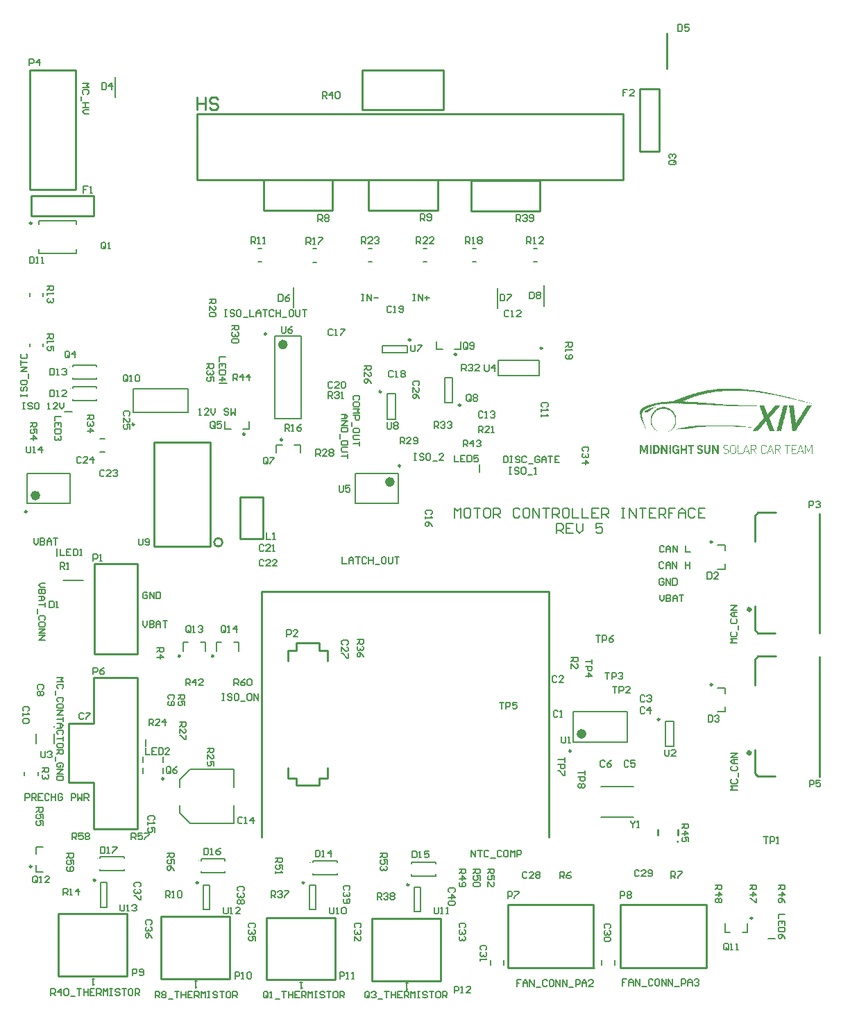
<source format=gto>
G04*
G04 #@! TF.GenerationSoftware,Altium Limited,Altium Designer,19.1.7 (138)*
G04*
G04 Layer_Color=65535*
%FSLAX25Y25*%
%MOIN*%
G70*
G01*
G75*
%ADD10C,0.01968*%
%ADD11C,0.01000*%
%ADD12C,0.00984*%
%ADD13C,0.00394*%
%ADD14C,0.02362*%
%ADD15C,0.00787*%
%ADD16C,0.00591*%
G36*
X346530Y215331D02*
X347061D01*
Y215225D01*
X347167D01*
Y215331D01*
X347274D01*
Y215225D01*
X347380D01*
Y215331D01*
X347486D01*
Y215225D01*
X348868D01*
Y215119D01*
X348974D01*
Y215225D01*
X349080D01*
Y215119D01*
X349186D01*
Y215225D01*
X349292D01*
Y215119D01*
X349399D01*
Y215013D01*
X349505D01*
Y215119D01*
X349824D01*
Y215013D01*
X349930D01*
Y215119D01*
X350036D01*
Y215013D01*
X350143D01*
Y215119D01*
X350249D01*
Y215013D01*
X351205D01*
Y214906D01*
X351311D01*
Y215013D01*
X351417D01*
Y214906D01*
X351736D01*
Y214800D01*
X351842D01*
Y214906D01*
X351949D01*
Y214800D01*
X352055D01*
Y214906D01*
X352161D01*
Y214800D01*
X352905D01*
Y214694D01*
X353011D01*
Y214800D01*
X353117D01*
Y214694D01*
X353649D01*
Y214587D01*
X354605D01*
Y214481D01*
X354924D01*
Y214587D01*
X355030D01*
Y214481D01*
X355136D01*
Y214375D01*
X355242D01*
Y214481D01*
X355349D01*
Y214375D01*
X355880D01*
Y214269D01*
X355986D01*
Y214375D01*
X356093D01*
Y214269D01*
X356411D01*
Y214162D01*
X356518D01*
Y214269D01*
X356624D01*
Y214162D01*
X357367D01*
Y214056D01*
X357474D01*
Y214162D01*
X357580D01*
Y214056D01*
X357686D01*
Y213950D01*
X357792D01*
Y214056D01*
X357899D01*
Y213950D01*
X358430D01*
Y213844D01*
X358536D01*
Y213950D01*
X358643D01*
Y213844D01*
X358749D01*
Y213738D01*
X358855D01*
Y213844D01*
X358961D01*
Y213738D01*
X359068D01*
Y213844D01*
X359174D01*
Y213738D01*
X359705D01*
Y213631D01*
X359811D01*
Y213738D01*
X359917D01*
Y213631D01*
X360236D01*
Y213525D01*
X360768D01*
Y213419D01*
X360874D01*
Y213525D01*
X360980D01*
Y213419D01*
X361086D01*
Y213525D01*
X361192D01*
Y213419D01*
X361299D01*
Y213313D01*
X362042D01*
Y213206D01*
X362361D01*
Y213100D01*
X362468D01*
Y213206D01*
X362574D01*
Y213100D01*
X363105D01*
Y212994D01*
X363424D01*
Y212888D01*
X363955D01*
Y212781D01*
X364061D01*
Y212888D01*
X364167D01*
Y212781D01*
X364274D01*
Y212888D01*
X364380D01*
Y212781D01*
X364486D01*
Y212675D01*
X365018D01*
Y212569D01*
X365336D01*
Y212462D01*
X365442D01*
Y212569D01*
X365549D01*
Y212462D01*
X365867D01*
Y212356D01*
X365974D01*
Y212462D01*
X366080D01*
Y212356D01*
X366399D01*
Y212250D01*
X366505D01*
Y212356D01*
X366611D01*
Y212250D01*
X366930D01*
Y212144D01*
X367036D01*
Y212250D01*
X367143D01*
Y212144D01*
X367249D01*
Y212037D01*
X367992D01*
Y211931D01*
X368311D01*
Y211825D01*
X368630D01*
Y211719D01*
X368736D01*
Y211825D01*
X368843D01*
Y211719D01*
X368949D01*
Y211613D01*
X369055D01*
Y211719D01*
X369161D01*
Y211613D01*
X369692D01*
Y211506D01*
X369799D01*
Y211613D01*
X369905D01*
Y211506D01*
X370011D01*
Y211400D01*
X370543D01*
Y211294D01*
X370861D01*
Y211188D01*
X370968D01*
Y211294D01*
X371074D01*
Y211188D01*
X371392D01*
Y211081D01*
X371499D01*
Y211188D01*
X371605D01*
Y211081D01*
X371711D01*
Y210975D01*
X371817D01*
Y211081D01*
X371924D01*
Y210975D01*
X372242D01*
Y210869D01*
X372774D01*
Y210763D01*
X373093D01*
Y210656D01*
X373199D01*
Y210763D01*
X373305D01*
Y210656D01*
X373411D01*
Y210550D01*
X373517D01*
Y210656D01*
X373624D01*
Y210550D01*
X373942D01*
Y210444D01*
X374049D01*
Y210550D01*
X374155D01*
Y210444D01*
X374261D01*
Y210337D01*
X374367D01*
Y210444D01*
X374474D01*
Y210337D01*
X374793D01*
Y210231D01*
X374899D01*
Y210337D01*
X375005D01*
Y210231D01*
X375111D01*
Y210125D01*
X375642D01*
Y210019D01*
X375749D01*
Y209912D01*
X375855D01*
Y210019D01*
X375961D01*
Y209912D01*
X376493D01*
Y209806D01*
X376599D01*
Y209912D01*
X376705D01*
Y209806D01*
X376811D01*
Y209700D01*
X377343D01*
Y209594D01*
X377449D01*
Y209488D01*
X377555D01*
Y209594D01*
X377661D01*
Y209488D01*
X378192D01*
Y209381D01*
X378299D01*
Y209275D01*
X378405D01*
Y209381D01*
X378511D01*
Y209275D01*
X378830D01*
Y209169D01*
X378936D01*
Y209275D01*
X379043D01*
Y209169D01*
X379149D01*
Y209063D01*
X379680D01*
Y208956D01*
X379999D01*
Y208850D01*
X380530D01*
Y208744D01*
X380636D01*
Y208637D01*
X380743D01*
Y208744D01*
X380849D01*
Y208637D01*
X381168D01*
Y208531D01*
X381274D01*
Y208637D01*
X381380D01*
Y208531D01*
X381486D01*
Y208425D01*
X382017D01*
Y208319D01*
X382124D01*
Y208212D01*
X382230D01*
Y208106D01*
X382124D01*
Y208212D01*
X381805D01*
Y208319D01*
X381274D01*
Y208425D01*
X380955D01*
Y208531D01*
X380424D01*
Y208637D01*
X380105D01*
Y208744D01*
X379574D01*
Y208850D01*
X379468D01*
Y208744D01*
X379361D01*
Y208850D01*
X379149D01*
Y208956D01*
X378724D01*
Y209063D01*
X378405D01*
Y209169D01*
X378299D01*
Y209063D01*
X378192D01*
Y209169D01*
X377874D01*
Y209275D01*
X377767D01*
Y209169D01*
X377661D01*
Y209275D01*
X377343D01*
Y209381D01*
X377024D01*
Y209488D01*
X376918D01*
Y209381D01*
X376811D01*
Y209488D01*
X376493D01*
Y209594D01*
X375961D01*
Y209700D01*
X375642D01*
Y209806D01*
X375111D01*
Y209912D01*
X375005D01*
Y210019D01*
X374899D01*
Y209912D01*
X374793D01*
Y210019D01*
X374261D01*
Y210125D01*
X373942D01*
Y210231D01*
X373411D01*
Y210337D01*
X373305D01*
Y210444D01*
X373199D01*
Y210337D01*
X373093D01*
Y210444D01*
X372561D01*
Y210550D01*
X372242D01*
Y210656D01*
X372136D01*
Y210550D01*
X372030D01*
Y210656D01*
X371711D01*
Y210763D01*
X371605D01*
Y210656D01*
X371499D01*
Y210763D01*
X371180D01*
Y210869D01*
X370649D01*
Y210975D01*
X370330D01*
Y211081D01*
X369799D01*
Y211188D01*
X369692D01*
Y211081D01*
X369586D01*
Y211188D01*
X369480D01*
Y211294D01*
X369374D01*
Y211188D01*
X369268D01*
Y211294D01*
X368949D01*
Y211400D01*
X368843D01*
Y211294D01*
X368736D01*
Y211400D01*
X368418D01*
Y211506D01*
X367886D01*
Y211613D01*
X367780D01*
Y211506D01*
X367674D01*
Y211613D01*
X367567D01*
Y211719D01*
X367461D01*
Y211613D01*
X367355D01*
Y211719D01*
X367036D01*
Y211825D01*
X366930D01*
Y211719D01*
X366824D01*
Y211825D01*
X366505D01*
Y211931D01*
X365974D01*
Y212037D01*
X365655D01*
Y212144D01*
X365549D01*
Y212037D01*
X365442D01*
Y212144D01*
X364911D01*
Y212250D01*
X364805D01*
Y212144D01*
X364699D01*
Y212250D01*
X364593D01*
Y212356D01*
X364486D01*
Y212250D01*
X364380D01*
Y212356D01*
X363849D01*
Y212462D01*
X363742D01*
Y212356D01*
X363636D01*
Y212462D01*
X363317D01*
Y212569D01*
X362786D01*
Y212675D01*
X362680D01*
Y212569D01*
X362574D01*
Y212675D01*
X362042D01*
Y212781D01*
X361511D01*
Y212888D01*
X361405D01*
Y212781D01*
X361299D01*
Y212888D01*
X360980D01*
Y212994D01*
X360874D01*
Y212888D01*
X360768D01*
Y212994D01*
X360236D01*
Y213100D01*
X360130D01*
Y212994D01*
X360024D01*
Y213100D01*
X359705D01*
Y213206D01*
X358749D01*
Y213313D01*
X358430D01*
Y213419D01*
X358324D01*
Y213313D01*
X358218D01*
Y213419D01*
X357474D01*
Y213525D01*
X357367D01*
Y213419D01*
X357261D01*
Y213525D01*
X356943D01*
Y213631D01*
X356836D01*
Y213525D01*
X356730D01*
Y213631D01*
X355774D01*
Y213738D01*
X355667D01*
Y213631D01*
X355561D01*
Y213738D01*
X355455D01*
Y213631D01*
X355349D01*
Y213738D01*
X355242D01*
Y213844D01*
X355136D01*
Y213738D01*
X355030D01*
Y213844D01*
X354074D01*
Y213950D01*
X353967D01*
Y213844D01*
X353861D01*
Y213950D01*
X353542D01*
Y214056D01*
X353436D01*
Y213950D01*
X353117D01*
Y214056D01*
X353011D01*
Y213950D01*
X352905D01*
Y214056D01*
X351949D01*
Y214162D01*
X351842D01*
Y214056D01*
X351736D01*
Y214162D01*
X351630D01*
Y214056D01*
X351524D01*
Y214162D01*
X351417D01*
Y214056D01*
X351311D01*
Y214162D01*
X350780D01*
Y214269D01*
X350674D01*
Y214162D01*
X350568D01*
Y214269D01*
X350461D01*
Y214162D01*
X350355D01*
Y214269D01*
X350249D01*
Y214162D01*
X350143D01*
Y214269D01*
X348761D01*
Y214375D01*
X348655D01*
Y214269D01*
X348549D01*
Y214375D01*
X348443D01*
Y214269D01*
X348336D01*
Y214375D01*
X348230D01*
Y214269D01*
X348124D01*
Y214375D01*
X348018D01*
Y214269D01*
X347911D01*
Y214375D01*
X347805D01*
Y214269D01*
X347699D01*
Y214375D01*
X347592D01*
Y214269D01*
X347486D01*
Y214375D01*
X347167D01*
Y214269D01*
X347061D01*
Y214375D01*
X346743D01*
Y214269D01*
X346636D01*
Y214375D01*
X343342D01*
Y214269D01*
X343236D01*
Y214375D01*
X342917D01*
Y214269D01*
X342811D01*
Y214375D01*
X342705D01*
Y214269D01*
X342599D01*
Y214375D01*
X342493D01*
Y214269D01*
X342386D01*
Y214375D01*
X342280D01*
Y214269D01*
X342174D01*
Y214375D01*
X342068D01*
Y214269D01*
X341961D01*
Y214375D01*
X341855D01*
Y214269D01*
X340474D01*
Y214162D01*
X340368D01*
Y214269D01*
X340049D01*
Y214162D01*
X339943D01*
Y214269D01*
X339836D01*
Y214162D01*
X339730D01*
Y214269D01*
X339624D01*
Y214162D01*
X339305D01*
Y214056D01*
X339199D01*
Y214162D01*
X339092D01*
Y214056D01*
X338986D01*
Y214162D01*
X338880D01*
Y214056D01*
X337924D01*
Y213950D01*
X337818D01*
Y214056D01*
X337711D01*
Y213950D01*
X337392D01*
Y214056D01*
X337286D01*
Y213950D01*
X336967D01*
Y213844D01*
X336861D01*
Y213950D01*
X336755D01*
Y213844D01*
X336011D01*
Y213738D01*
X335905D01*
Y213844D01*
X335799D01*
Y213738D01*
X335693D01*
Y213631D01*
X335586D01*
Y213738D01*
X335480D01*
Y213631D01*
X335374D01*
Y213738D01*
X335267D01*
Y213631D01*
X334736D01*
Y213525D01*
X334630D01*
Y213631D01*
X334524D01*
Y213525D01*
X334418D01*
Y213631D01*
X334311D01*
Y213525D01*
X334205D01*
Y213419D01*
X334099D01*
Y213525D01*
X333993D01*
Y213419D01*
X333461D01*
Y213313D01*
X333355D01*
Y213419D01*
X333249D01*
Y213313D01*
X332930D01*
Y213206D01*
X332186D01*
Y213100D01*
X331868D01*
Y212994D01*
X331761D01*
Y213100D01*
X331655D01*
Y212994D01*
X331336D01*
Y212888D01*
X331230D01*
Y212994D01*
X331124D01*
Y212888D01*
X331017D01*
Y212781D01*
X330911D01*
Y212888D01*
X330805D01*
Y212781D01*
X330486D01*
Y212675D01*
X329955D01*
Y212569D01*
X329424D01*
Y212462D01*
X329317D01*
Y212356D01*
X329211D01*
Y212462D01*
X329105D01*
Y212356D01*
X328786D01*
Y212250D01*
X328680D01*
Y212356D01*
X328574D01*
Y212250D01*
X328467D01*
Y212144D01*
X328361D01*
Y212250D01*
X328255D01*
Y212144D01*
X327936D01*
Y212037D01*
X327830D01*
Y212144D01*
X327724D01*
Y212037D01*
X327830D01*
Y211931D01*
X327724D01*
Y212037D01*
X327618D01*
Y211931D01*
X327299D01*
Y211825D01*
X326980D01*
Y211719D01*
X326449D01*
Y211613D01*
X326343D01*
Y211506D01*
X325811D01*
Y211400D01*
X325705D01*
Y211294D01*
X325174D01*
Y211188D01*
X325067D01*
Y211081D01*
X324749D01*
Y210975D01*
X324642D01*
Y211081D01*
X324536D01*
Y210975D01*
X324430D01*
Y210869D01*
X324111D01*
Y210763D01*
X324005D01*
Y210656D01*
X323899D01*
Y210763D01*
X323793D01*
Y210656D01*
X323474D01*
Y210550D01*
X323368D01*
Y210444D01*
X323049D01*
Y210337D01*
X322730D01*
Y210231D01*
X322411D01*
Y210125D01*
X322305D01*
Y210019D01*
X321986D01*
Y209912D01*
X321880D01*
Y209806D01*
X321774D01*
Y209912D01*
X321668D01*
Y209806D01*
X321561D01*
Y209700D01*
X321242D01*
Y209594D01*
X320924D01*
Y209488D01*
X320817D01*
Y209381D01*
X320499D01*
Y209275D01*
X320605D01*
Y209169D01*
X320711D01*
Y209275D01*
X320817D01*
Y209169D01*
X321136D01*
Y209275D01*
X321242D01*
Y209169D01*
X321774D01*
Y209063D01*
X321880D01*
Y209169D01*
X321986D01*
Y209063D01*
X322093D01*
Y209169D01*
X322199D01*
Y209063D01*
X322305D01*
Y209169D01*
X322411D01*
Y209063D01*
X322517D01*
Y209169D01*
X322624D01*
Y209063D01*
X324218D01*
Y208956D01*
X324324D01*
Y209063D01*
X324430D01*
Y208956D01*
X324536D01*
Y209063D01*
X324642D01*
Y208956D01*
X324749D01*
Y209063D01*
X324855D01*
Y208956D01*
X325386D01*
Y208850D01*
X325493D01*
Y208956D01*
X325811D01*
Y208850D01*
X325918D01*
Y208956D01*
X326024D01*
Y208850D01*
X326130D01*
Y208956D01*
X326236D01*
Y208850D01*
X327405D01*
Y208744D01*
X327511D01*
Y208850D01*
X327618D01*
Y208744D01*
X327724D01*
Y208850D01*
X327830D01*
Y208744D01*
X327936D01*
Y208850D01*
X328043D01*
Y208744D01*
X328574D01*
Y208637D01*
X328680D01*
Y208744D01*
X328786D01*
Y208637D01*
X328892D01*
Y208744D01*
X328999D01*
Y208637D01*
X330168D01*
Y208531D01*
X330274D01*
Y208637D01*
X330380D01*
Y208531D01*
X330486D01*
Y208637D01*
X330592D01*
Y208531D01*
X330699D01*
Y208637D01*
X330805D01*
Y208531D01*
X331124D01*
Y208637D01*
X331230D01*
Y208531D01*
X331336D01*
Y208425D01*
X331442D01*
Y208531D01*
X331549D01*
Y208425D01*
X331655D01*
Y208531D01*
X331761D01*
Y208425D01*
X332930D01*
Y208319D01*
X333036D01*
Y208425D01*
X333142D01*
Y208319D01*
X333674D01*
Y208212D01*
X333780D01*
Y208319D01*
X334099D01*
Y208212D01*
X334205D01*
Y208319D01*
X334311D01*
Y208212D01*
X334418D01*
Y208319D01*
X334524D01*
Y208212D01*
X335693D01*
Y208106D01*
X335799D01*
Y208212D01*
X335905D01*
Y208106D01*
X336011D01*
Y208212D01*
X336118D01*
Y208106D01*
X336224D01*
Y208212D01*
X336330D01*
Y208106D01*
X336436D01*
Y208000D01*
X336543D01*
Y208106D01*
X336649D01*
Y208000D01*
X336755D01*
Y208106D01*
X336861D01*
Y208000D01*
X336967D01*
Y208106D01*
X337074D01*
Y208000D01*
X337180D01*
Y208106D01*
X337286D01*
Y208000D01*
X338455D01*
Y207894D01*
X338561D01*
Y208000D01*
X338667D01*
Y207894D01*
X338774D01*
Y208000D01*
X338880D01*
Y207894D01*
X338986D01*
Y208000D01*
X339092D01*
Y207894D01*
X339624D01*
Y207787D01*
X339730D01*
Y207894D01*
X339836D01*
Y207787D01*
X339943D01*
Y207894D01*
X340049D01*
Y207787D01*
X341642D01*
Y207681D01*
X341749D01*
Y207787D01*
X341855D01*
Y207681D01*
X342811D01*
Y207575D01*
X342917D01*
Y207681D01*
X343236D01*
Y207575D01*
X343342D01*
Y207681D01*
X343449D01*
Y207575D01*
X344830D01*
Y207469D01*
X344936D01*
Y207575D01*
X345255D01*
Y207469D01*
X345361D01*
Y207575D01*
X345467D01*
Y207469D01*
X345574D01*
Y207575D01*
X345680D01*
Y207469D01*
X345786D01*
Y207575D01*
X345893D01*
Y207469D01*
X345999D01*
Y207363D01*
X346105D01*
Y207469D01*
X346424D01*
Y207363D01*
X346530D01*
Y207469D01*
X346636D01*
Y207363D01*
X346743D01*
Y207469D01*
X346849D01*
Y207363D01*
X346955D01*
Y207469D01*
X347061D01*
Y207363D01*
X347167D01*
Y207469D01*
X347274D01*
Y207363D01*
X349292D01*
Y207256D01*
X349399D01*
Y207363D01*
X349505D01*
Y207256D01*
X349611D01*
Y207363D01*
X349717D01*
Y207256D01*
X349824D01*
Y207363D01*
X349930D01*
Y207256D01*
X350036D01*
Y207363D01*
X350143D01*
Y207256D01*
X350249D01*
Y207363D01*
X350355D01*
Y207256D01*
X350461D01*
Y207363D01*
X350568D01*
Y207256D01*
X350674D01*
Y207363D01*
X350780D01*
Y207256D01*
X351099D01*
Y207363D01*
X351205D01*
Y207256D01*
X351736D01*
Y207150D01*
X351842D01*
Y207256D01*
X351949D01*
Y207150D01*
X352055D01*
Y207256D01*
X352161D01*
Y207150D01*
X352268D01*
Y207256D01*
X352374D01*
Y207150D01*
X352480D01*
Y207256D01*
X352586D01*
Y207150D01*
X352905D01*
Y207256D01*
X353011D01*
Y207150D01*
X356199D01*
Y207044D01*
X355349D01*
Y206938D01*
X355242D01*
Y207044D01*
X355136D01*
Y206938D01*
X355030D01*
Y207044D01*
X354924D01*
Y206938D01*
X354818D01*
Y207044D01*
X354711D01*
Y206938D01*
X354605D01*
Y207044D01*
X354499D01*
Y206938D01*
X354393D01*
Y207044D01*
X354286D01*
Y206938D01*
X354180D01*
Y207044D01*
X354074D01*
Y206938D01*
X354180D01*
Y206831D01*
X354074D01*
Y206938D01*
X353330D01*
Y206831D01*
X353224D01*
Y206938D01*
X352905D01*
Y206831D01*
X352799D01*
Y206938D01*
X352480D01*
Y206831D01*
X352374D01*
Y206938D01*
X352268D01*
Y206831D01*
X352161D01*
Y206938D01*
X352055D01*
Y206831D01*
X351949D01*
Y206938D01*
X351842D01*
Y206831D01*
X351736D01*
Y206938D01*
X351630D01*
Y206831D01*
X351524D01*
Y206938D01*
X351417D01*
Y206831D01*
X351311D01*
Y206938D01*
X351205D01*
Y206831D01*
X351099D01*
Y206938D01*
X350992D01*
Y206831D01*
X350886D01*
Y206938D01*
X350780D01*
Y206831D01*
X350674D01*
Y206938D01*
X350568D01*
Y206831D01*
X350461D01*
Y206938D01*
X350355D01*
Y206831D01*
X350249D01*
Y206938D01*
X350143D01*
Y206831D01*
X350036D01*
Y206938D01*
X349930D01*
Y206831D01*
X349824D01*
Y206938D01*
X349717D01*
Y206831D01*
X349611D01*
Y206938D01*
X349505D01*
Y206831D01*
X349399D01*
Y206938D01*
X349292D01*
Y206831D01*
X349186D01*
Y206938D01*
X349080D01*
Y206831D01*
X348974D01*
Y206938D01*
X348868D01*
Y206831D01*
X348761D01*
Y206938D01*
X348655D01*
Y206831D01*
X348549D01*
Y206938D01*
X348443D01*
Y206831D01*
X348336D01*
Y206938D01*
X348230D01*
Y206831D01*
X348124D01*
Y206938D01*
X348018D01*
Y206831D01*
X347911D01*
Y206938D01*
X347805D01*
Y206831D01*
X347699D01*
Y206938D01*
X347592D01*
Y206831D01*
X347486D01*
Y206938D01*
X347380D01*
Y206831D01*
X347274D01*
Y206938D01*
X346955D01*
Y206831D01*
X346849D01*
Y206938D01*
X346530D01*
Y206831D01*
X346424D01*
Y206938D01*
X345680D01*
Y207044D01*
X345574D01*
Y206938D01*
X345680D01*
Y206831D01*
X345574D01*
Y206938D01*
X345255D01*
Y207044D01*
X345149D01*
Y206938D01*
X345042D01*
Y207044D01*
X344936D01*
Y206938D01*
X344830D01*
Y207044D01*
X344724D01*
Y206938D01*
X344618D01*
Y207044D01*
X344511D01*
Y206938D01*
X344405D01*
Y207044D01*
X344299D01*
Y206938D01*
X344193D01*
Y207044D01*
X343874D01*
Y206938D01*
X343767D01*
Y207044D01*
X341111D01*
Y207150D01*
X341005D01*
Y207044D01*
X340899D01*
Y207150D01*
X340792D01*
Y207044D01*
X340686D01*
Y207150D01*
X340580D01*
Y207044D01*
X340474D01*
Y207150D01*
X340368D01*
Y207044D01*
X340261D01*
Y207150D01*
X339092D01*
Y207256D01*
X338986D01*
Y207150D01*
X338667D01*
Y207256D01*
X338561D01*
Y207150D01*
X338455D01*
Y207256D01*
X338349D01*
Y207150D01*
X338243D01*
Y207256D01*
X338136D01*
Y207150D01*
X338030D01*
Y207256D01*
X336224D01*
Y207363D01*
X336118D01*
Y207256D01*
X336011D01*
Y207363D01*
X335905D01*
Y207256D01*
X335799D01*
Y207363D01*
X335693D01*
Y207256D01*
X335586D01*
Y207363D01*
X335480D01*
Y207256D01*
X335374D01*
Y207363D01*
X335055D01*
Y207469D01*
X334949D01*
Y207363D01*
X334630D01*
Y207469D01*
X334524D01*
Y207363D01*
X334418D01*
Y207469D01*
X334311D01*
Y207363D01*
X334205D01*
Y207469D01*
X334099D01*
Y207363D01*
X333993D01*
Y207469D01*
X332611D01*
Y207575D01*
X332505D01*
Y207469D01*
X332399D01*
Y207575D01*
X332293D01*
Y207469D01*
X332186D01*
Y207575D01*
X332080D01*
Y207469D01*
X331974D01*
Y207575D01*
X331868D01*
Y207469D01*
X331761D01*
Y207575D01*
X331442D01*
Y207469D01*
X331336D01*
Y207575D01*
X331017D01*
Y207681D01*
X330911D01*
Y207575D01*
X330592D01*
Y207681D01*
X330486D01*
Y207575D01*
X330380D01*
Y207681D01*
X328574D01*
Y207787D01*
X328467D01*
Y207681D01*
X328361D01*
Y207787D01*
X328255D01*
Y207681D01*
X328149D01*
Y207787D01*
X327830D01*
Y207894D01*
X327724D01*
Y207787D01*
X327830D01*
Y207681D01*
X327724D01*
Y207787D01*
X327405D01*
Y207894D01*
X327299D01*
Y207787D01*
X327192D01*
Y207894D01*
X327086D01*
Y207787D01*
X326980D01*
Y207894D01*
X326874D01*
Y207787D01*
X326767D01*
Y207894D01*
X326661D01*
Y207787D01*
X326555D01*
Y207894D01*
X326449D01*
Y207787D01*
X326343D01*
Y207894D01*
X324961D01*
Y208000D01*
X324855D01*
Y207894D01*
X324749D01*
Y208000D01*
X324642D01*
Y207894D01*
X324536D01*
Y208000D01*
X324430D01*
Y207894D01*
X324324D01*
Y208000D01*
X324218D01*
Y207894D01*
X324111D01*
Y208000D01*
X323368D01*
Y208106D01*
X323261D01*
Y208000D01*
X323155D01*
Y208106D01*
X323049D01*
Y208000D01*
X322942D01*
Y208106D01*
X322836D01*
Y208000D01*
X322730D01*
Y208106D01*
X322624D01*
Y208000D01*
X322517D01*
Y208106D01*
X322411D01*
Y208000D01*
X322305D01*
Y208106D01*
X320499D01*
Y208212D01*
X320392D01*
Y208106D01*
X320286D01*
Y208212D01*
X320180D01*
Y208106D01*
X320074D01*
Y208212D01*
X319968D01*
Y208106D01*
X319861D01*
Y208212D01*
X319755D01*
Y208106D01*
X319649D01*
Y208212D01*
X319543D01*
Y208106D01*
X319436D01*
Y208212D01*
X319330D01*
Y208106D01*
X319224D01*
Y208212D01*
X319117D01*
Y208106D01*
X319011D01*
Y208212D01*
X318905D01*
Y208106D01*
X318799D01*
Y208212D01*
X318480D01*
Y208106D01*
X318374D01*
Y208212D01*
X318055D01*
Y208106D01*
X317949D01*
Y208212D01*
X316780D01*
Y208319D01*
X316674D01*
Y208212D01*
X316355D01*
Y208319D01*
X316249D01*
Y208212D01*
X315080D01*
Y208106D01*
X314974D01*
Y208212D01*
X314655D01*
Y208106D01*
X314549D01*
Y208212D01*
X314230D01*
Y208106D01*
X314124D01*
Y208212D01*
X314018D01*
Y208106D01*
X313911D01*
Y208212D01*
X313805D01*
Y208106D01*
X313699D01*
Y208212D01*
X313593D01*
Y208106D01*
X313486D01*
Y208212D01*
X313380D01*
Y208106D01*
X313274D01*
Y208212D01*
X313168D01*
Y208106D01*
X311786D01*
Y208000D01*
X311680D01*
Y208106D01*
X311574D01*
Y208000D01*
X311468D01*
Y208106D01*
X311361D01*
Y208000D01*
X311042D01*
Y207894D01*
X310936D01*
Y208000D01*
X310830D01*
Y207894D01*
X310724D01*
Y208000D01*
X310617D01*
Y207894D01*
X309874D01*
Y207787D01*
X309768D01*
Y207894D01*
X309661D01*
Y207787D01*
X309555D01*
Y207894D01*
X309449D01*
Y207787D01*
X309343D01*
Y207681D01*
X308599D01*
Y207575D01*
X308280D01*
Y207469D01*
X308174D01*
Y207575D01*
X308067D01*
Y207469D01*
X307749D01*
Y207363D01*
X307643D01*
Y207469D01*
X307536D01*
Y207363D01*
X307430D01*
Y207256D01*
X307324D01*
Y207363D01*
X307218D01*
Y207256D01*
X306899D01*
Y207150D01*
X306792D01*
Y207256D01*
X306686D01*
Y207150D01*
X306580D01*
Y207044D01*
X306049D01*
Y206938D01*
X305943D01*
Y206831D01*
X305411D01*
Y206725D01*
X305305D01*
Y206619D01*
X304774D01*
Y206512D01*
X304667D01*
Y206406D01*
X304349D01*
Y206300D01*
X304030D01*
Y206194D01*
X303711D01*
Y206087D01*
X303605D01*
Y205981D01*
X303286D01*
Y205875D01*
X303074D01*
Y205769D01*
X302861D01*
Y205662D01*
X302755D01*
Y205556D01*
X302436D01*
Y205450D01*
X302330D01*
Y205344D01*
X302117D01*
Y205238D01*
X302011D01*
Y205131D01*
X301799D01*
Y205025D01*
X301693D01*
Y204919D01*
X301586D01*
Y204813D01*
X301480D01*
Y204706D01*
X301374D01*
Y204600D01*
Y204494D01*
X301268D01*
Y204387D01*
Y204281D01*
X301161D01*
Y204175D01*
X301055D01*
Y204069D01*
X300949D01*
Y203962D01*
X301055D01*
Y203856D01*
X300949D01*
Y203750D01*
Y203644D01*
Y203538D01*
X300842D01*
Y203431D01*
Y203325D01*
Y203219D01*
Y203113D01*
Y203006D01*
X300736D01*
Y202900D01*
X300842D01*
Y202794D01*
X300736D01*
Y202688D01*
X300842D01*
Y202581D01*
X300736D01*
Y202475D01*
X300842D01*
Y202369D01*
X300736D01*
Y202262D01*
X300842D01*
Y202156D01*
X300736D01*
Y202050D01*
X300842D01*
Y201944D01*
Y201837D01*
Y201731D01*
Y201625D01*
Y201519D01*
X300949D01*
Y201413D01*
Y201306D01*
Y201200D01*
Y201094D01*
Y200988D01*
X301055D01*
Y200881D01*
Y200775D01*
Y200669D01*
Y200563D01*
X301161D01*
Y200456D01*
Y200350D01*
Y200244D01*
Y200137D01*
X301268D01*
Y200031D01*
Y199925D01*
Y199819D01*
X301374D01*
Y199713D01*
Y199606D01*
Y199500D01*
X301480D01*
Y199394D01*
X301374D01*
Y199287D01*
X301480D01*
Y199181D01*
X301586D01*
Y199075D01*
X301480D01*
Y198969D01*
X301586D01*
Y198863D01*
X301693D01*
Y198756D01*
X301586D01*
Y198650D01*
X301693D01*
Y198544D01*
Y198438D01*
X301799D01*
Y198331D01*
Y198225D01*
X301905D01*
Y198119D01*
X301799D01*
Y198012D01*
X301905D01*
Y197906D01*
X302011D01*
Y197800D01*
Y197694D01*
Y197588D01*
X302117D01*
Y197481D01*
Y197375D01*
Y197269D01*
X302224D01*
Y197162D01*
X302330D01*
Y197056D01*
X302224D01*
Y196950D01*
X302330D01*
Y196844D01*
Y196738D01*
X302436D01*
Y196631D01*
Y196525D01*
X302542D01*
Y196419D01*
Y196312D01*
Y196206D01*
X302649D01*
Y196100D01*
X302542D01*
Y196206D01*
X302436D01*
Y196312D01*
X302330D01*
Y196419D01*
Y196525D01*
Y196631D01*
X302224D01*
Y196738D01*
X302117D01*
Y196844D01*
Y196950D01*
Y197056D01*
X302011D01*
Y197162D01*
Y197269D01*
X301905D01*
Y197375D01*
Y197481D01*
X301799D01*
Y197588D01*
Y197694D01*
Y197800D01*
X301693D01*
Y197906D01*
X301586D01*
Y198012D01*
Y198119D01*
Y198225D01*
X301480D01*
Y198331D01*
X301374D01*
Y198438D01*
X301480D01*
Y198544D01*
X301374D01*
Y198650D01*
X301268D01*
Y198756D01*
Y198863D01*
Y198969D01*
X301161D01*
Y199075D01*
X301055D01*
Y199181D01*
Y199287D01*
Y199394D01*
X300949D01*
Y199500D01*
Y199606D01*
Y199713D01*
X300842D01*
Y199819D01*
X300736D01*
Y199925D01*
X300842D01*
Y200031D01*
X300736D01*
Y200137D01*
X300630D01*
Y200244D01*
Y200350D01*
Y200456D01*
X300524D01*
Y200563D01*
Y200669D01*
X300417D01*
Y200775D01*
Y200881D01*
X300311D01*
Y200988D01*
X300417D01*
Y201094D01*
X300311D01*
Y201200D01*
X300205D01*
Y201306D01*
Y201413D01*
Y201519D01*
X300099D01*
Y201625D01*
Y201731D01*
Y201837D01*
X299992D01*
Y201944D01*
Y202050D01*
Y202156D01*
Y202262D01*
Y202369D01*
X299886D01*
Y202475D01*
Y202581D01*
Y202688D01*
Y202794D01*
Y202900D01*
X299780D01*
Y203006D01*
X299674D01*
Y203113D01*
X299780D01*
Y203219D01*
X299674D01*
Y203325D01*
X299780D01*
Y203431D01*
X299674D01*
Y203538D01*
X299780D01*
Y203644D01*
X299674D01*
Y203750D01*
X299780D01*
Y203856D01*
X299674D01*
Y203962D01*
X299780D01*
Y204069D01*
X299674D01*
Y204175D01*
X299780D01*
Y204281D01*
X299674D01*
Y204387D01*
X299780D01*
Y204494D01*
X299886D01*
Y204600D01*
X299780D01*
Y204706D01*
X299886D01*
Y204813D01*
X299992D01*
Y204919D01*
X299886D01*
Y205025D01*
X299992D01*
Y205131D01*
X300099D01*
Y205238D01*
X300205D01*
Y205344D01*
Y205450D01*
X300417D01*
Y205556D01*
X300311D01*
Y205662D01*
X300630D01*
Y205769D01*
Y205875D01*
X300842D01*
Y205981D01*
X300949D01*
Y206087D01*
X301055D01*
Y206194D01*
X301161D01*
Y206300D01*
X301480D01*
Y206406D01*
X301586D01*
Y206512D01*
X301905D01*
Y206619D01*
X302011D01*
Y206725D01*
X302330D01*
Y206831D01*
X302436D01*
Y206938D01*
X302542D01*
Y206831D01*
X302649D01*
Y206938D01*
X302968D01*
Y207044D01*
X303074D01*
Y207150D01*
X303393D01*
Y207256D01*
X303499D01*
Y207363D01*
X303605D01*
Y207256D01*
X303711D01*
Y207363D01*
X304030D01*
Y207469D01*
X304349D01*
Y207575D01*
X304667D01*
Y207681D01*
X304986D01*
Y207787D01*
X305518D01*
Y207894D01*
X305836D01*
Y208000D01*
X306155D01*
Y208106D01*
X306261D01*
Y208000D01*
X306367D01*
Y208106D01*
X306474D01*
Y208212D01*
X307005D01*
Y208319D01*
X307111D01*
Y208212D01*
X307218D01*
Y208319D01*
X307536D01*
Y208425D01*
X308067D01*
Y208531D01*
X308386D01*
Y208637D01*
X308492D01*
Y208531D01*
X308599D01*
Y208637D01*
X309343D01*
Y208744D01*
X309449D01*
Y208637D01*
X309555D01*
Y208744D01*
X309661D01*
Y208850D01*
X309768D01*
Y208744D01*
X309874D01*
Y208850D01*
X309980D01*
Y208744D01*
X310086D01*
Y208850D01*
X310830D01*
Y208956D01*
X310936D01*
Y208850D01*
X311042D01*
Y208956D01*
X311149D01*
Y209063D01*
X311255D01*
Y208956D01*
X311574D01*
Y209063D01*
X311680D01*
Y208956D01*
X311786D01*
Y209063D01*
X311893D01*
Y208956D01*
X311999D01*
Y209063D01*
X313168D01*
Y209169D01*
X313274D01*
Y209063D01*
X313380D01*
Y209169D01*
X313486D01*
Y209063D01*
X313593D01*
Y209169D01*
X313699D01*
Y209063D01*
X313805D01*
Y209169D01*
X314336D01*
Y209275D01*
X314442D01*
Y209169D01*
X314549D01*
Y209275D01*
X314655D01*
Y209169D01*
X314761D01*
Y209275D01*
X314867D01*
Y209169D01*
X314974D01*
Y209275D01*
X315080D01*
Y209169D01*
X315186D01*
Y209275D01*
X315293D01*
Y209169D01*
X315399D01*
Y209275D01*
X315505D01*
Y209169D01*
X315611D01*
Y209275D01*
X315718D01*
Y209381D01*
X316036D01*
Y209488D01*
X316355D01*
Y209594D01*
X316461D01*
Y209700D01*
X316780D01*
Y209806D01*
X317099D01*
Y209912D01*
X317418D01*
Y210019D01*
X317524D01*
Y210125D01*
X317843D01*
Y210231D01*
X317949D01*
Y210337D01*
X318055D01*
Y210231D01*
X318161D01*
Y210337D01*
X318480D01*
Y210444D01*
X318586D01*
Y210550D01*
X318905D01*
Y210656D01*
X319224D01*
Y210763D01*
X319543D01*
Y210869D01*
X319755D01*
Y210975D01*
X319968D01*
Y211081D01*
X320286D01*
Y211188D01*
X320605D01*
Y211294D01*
X320924D01*
Y211400D01*
X321242D01*
Y211506D01*
X321349D01*
Y211613D01*
X321880D01*
Y211719D01*
X321986D01*
Y211825D01*
X322305D01*
Y211931D01*
X322411D01*
Y211825D01*
X322517D01*
Y211931D01*
X322624D01*
Y212037D01*
X323155D01*
Y212144D01*
X323261D01*
Y212250D01*
X323580D01*
Y212356D01*
X323686D01*
Y212250D01*
X323793D01*
Y212356D01*
X323899D01*
Y212462D01*
X324218D01*
Y212569D01*
X324324D01*
Y212462D01*
X324430D01*
Y212569D01*
X324536D01*
Y212675D01*
X325067D01*
Y212781D01*
X325174D01*
Y212888D01*
X325280D01*
Y212781D01*
X325386D01*
Y212888D01*
X325705D01*
Y212994D01*
X326024D01*
Y213100D01*
X326555D01*
Y213206D01*
X326874D01*
Y213313D01*
X327192D01*
Y213419D01*
X327299D01*
Y213313D01*
X327405D01*
Y213419D01*
X327511D01*
Y213525D01*
X328043D01*
Y213631D01*
X328361D01*
Y213738D01*
X328892D01*
Y213844D01*
X328999D01*
Y213738D01*
X329105D01*
Y213844D01*
X329211D01*
Y213950D01*
X329743D01*
Y214056D01*
X330061D01*
Y214162D01*
X330168D01*
Y214056D01*
X330274D01*
Y214162D01*
X330805D01*
Y214269D01*
X331124D01*
Y214375D01*
X331230D01*
Y214269D01*
X331336D01*
Y214375D01*
X331868D01*
Y214481D01*
X332399D01*
Y214587D01*
X333142D01*
Y214694D01*
X333461D01*
Y214800D01*
X333568D01*
Y214694D01*
X333674D01*
Y214800D01*
X333780D01*
Y214694D01*
X333886D01*
Y214800D01*
X334205D01*
Y214906D01*
X334311D01*
Y214800D01*
X334418D01*
Y214906D01*
X334524D01*
Y214800D01*
X334630D01*
Y214906D01*
X334949D01*
Y215013D01*
X335055D01*
Y214906D01*
X335161D01*
Y215013D01*
X336118D01*
Y215119D01*
X336224D01*
Y215013D01*
X336330D01*
Y215119D01*
X336649D01*
Y215013D01*
X336755D01*
Y215119D01*
X336861D01*
Y215225D01*
X336967D01*
Y215119D01*
X337074D01*
Y215225D01*
X338243D01*
Y215331D01*
X338349D01*
Y215225D01*
X338455D01*
Y215331D01*
X338561D01*
Y215225D01*
X338667D01*
Y215331D01*
X339199D01*
Y215438D01*
X339305D01*
Y215331D01*
X339411D01*
Y215438D01*
X339517D01*
Y215331D01*
X339624D01*
Y215438D01*
X339730D01*
Y215331D01*
X339836D01*
Y215438D01*
X339943D01*
Y215331D01*
X340049D01*
Y215438D01*
X340155D01*
Y215331D01*
X340261D01*
Y215438D01*
X340368D01*
Y215331D01*
X340474D01*
Y215438D01*
X345042D01*
Y215331D01*
X345149D01*
Y215438D01*
X345467D01*
Y215331D01*
X345574D01*
Y215438D01*
X345680D01*
Y215331D01*
X345786D01*
Y215438D01*
X345893D01*
Y215331D01*
X345999D01*
Y215438D01*
X346105D01*
Y215331D01*
X346211D01*
Y215438D01*
X346318D01*
Y215331D01*
X346424D01*
Y215438D01*
X346530D01*
Y215331D01*
D02*
G37*
G36*
X382336Y208212D02*
X382442D01*
Y208106D01*
X382336D01*
Y208212D01*
X382230D01*
Y208319D01*
X382336D01*
Y208212D01*
D02*
G37*
G36*
X312105Y206406D02*
X312211D01*
Y206300D01*
X312317D01*
Y206406D01*
X312424D01*
Y206300D01*
X312955D01*
Y206194D01*
X313061D01*
Y206087D01*
X313380D01*
Y205981D01*
X313699D01*
Y205875D01*
X313911D01*
Y205769D01*
X314124D01*
Y205662D01*
X314230D01*
Y205556D01*
X314336D01*
Y205450D01*
X314655D01*
Y205344D01*
X314761D01*
Y205238D01*
X314867D01*
Y205131D01*
X314974D01*
Y205025D01*
X315080D01*
Y204919D01*
X315186D01*
Y204813D01*
X315399D01*
Y204706D01*
X315505D01*
Y204600D01*
Y204494D01*
X315611D01*
Y204387D01*
X315718D01*
Y204281D01*
X315824D01*
Y204175D01*
X315930D01*
Y204069D01*
X316036D01*
Y203962D01*
X316143D01*
Y203856D01*
Y203750D01*
X316249D01*
Y203644D01*
Y203538D01*
X316355D01*
Y203431D01*
X316461D01*
Y203325D01*
X316567D01*
Y203219D01*
X316461D01*
Y203113D01*
X316567D01*
Y203006D01*
X316674D01*
Y202900D01*
Y202794D01*
Y202688D01*
X316780D01*
Y202581D01*
X316886D01*
Y202475D01*
Y202369D01*
Y202262D01*
X316992D01*
Y202156D01*
X316886D01*
Y202050D01*
X316992D01*
Y201944D01*
X317099D01*
Y201837D01*
Y201731D01*
Y201625D01*
Y201519D01*
Y201413D01*
X317205D01*
Y201306D01*
X317099D01*
Y201200D01*
X317205D01*
Y201094D01*
X317099D01*
Y200988D01*
X317205D01*
Y200881D01*
Y200775D01*
Y200669D01*
X317099D01*
Y200563D01*
X317205D01*
Y200456D01*
Y200350D01*
Y200244D01*
Y200137D01*
Y200031D01*
Y199925D01*
Y199819D01*
X317099D01*
Y199713D01*
X317205D01*
Y199606D01*
Y199500D01*
Y199394D01*
X317099D01*
Y199287D01*
X317205D01*
Y199181D01*
X317099D01*
Y199075D01*
Y198969D01*
Y198863D01*
X316992D01*
Y198756D01*
Y198650D01*
Y198544D01*
X316886D01*
Y198438D01*
X316992D01*
Y198331D01*
X316886D01*
Y198225D01*
Y198119D01*
Y198012D01*
X316780D01*
Y197906D01*
Y197800D01*
Y197694D01*
X316674D01*
Y197588D01*
X316567D01*
Y197481D01*
Y197375D01*
Y197269D01*
X316461D01*
Y197162D01*
X316355D01*
Y197056D01*
Y196950D01*
Y196844D01*
X316249D01*
Y196738D01*
X316143D01*
Y196631D01*
X316036D01*
Y196525D01*
X315930D01*
Y196419D01*
X315824D01*
Y196312D01*
Y196206D01*
X315611D01*
Y196100D01*
Y195994D01*
X315399D01*
Y195888D01*
X315505D01*
Y195781D01*
X315186D01*
Y195675D01*
X315080D01*
Y195569D01*
X314974D01*
Y195463D01*
X314867D01*
Y195356D01*
X314761D01*
Y195250D01*
X314549D01*
Y195144D01*
X314336D01*
Y195037D01*
X314230D01*
Y194931D01*
X313911D01*
Y194825D01*
X313699D01*
Y194719D01*
X313486D01*
Y194825D01*
X313593D01*
Y194931D01*
X313699D01*
Y195037D01*
X314018D01*
Y195144D01*
X314124D01*
Y195250D01*
X314442D01*
Y195356D01*
X314549D01*
Y195463D01*
X314655D01*
Y195569D01*
X314761D01*
Y195675D01*
X314867D01*
Y195781D01*
X314974D01*
Y195888D01*
X315080D01*
Y195994D01*
X315186D01*
Y196100D01*
X315293D01*
Y196206D01*
X315399D01*
Y196312D01*
X315505D01*
Y196419D01*
X315611D01*
Y196525D01*
X315718D01*
Y196631D01*
Y196738D01*
Y196844D01*
X315824D01*
Y196950D01*
X315930D01*
Y197056D01*
X316036D01*
Y197162D01*
Y197269D01*
Y197375D01*
X316143D01*
Y197481D01*
X316249D01*
Y197588D01*
Y197694D01*
Y197800D01*
X316355D01*
Y197906D01*
X316249D01*
Y198012D01*
X316355D01*
Y198119D01*
X316461D01*
Y198225D01*
Y198331D01*
Y198438D01*
X316567D01*
Y198544D01*
X316461D01*
Y198650D01*
X316567D01*
Y198756D01*
Y198863D01*
Y198969D01*
X316674D01*
Y199075D01*
Y199181D01*
Y199287D01*
X316780D01*
Y199394D01*
X316674D01*
Y199500D01*
Y199606D01*
Y199713D01*
X316780D01*
Y199819D01*
X316674D01*
Y199925D01*
Y200031D01*
Y200137D01*
X316780D01*
Y200244D01*
X316674D01*
Y200350D01*
Y200456D01*
Y200563D01*
X316780D01*
Y200669D01*
X316674D01*
Y200775D01*
Y200881D01*
Y200988D01*
Y201094D01*
Y201200D01*
X316567D01*
Y201306D01*
Y201413D01*
Y201519D01*
X316461D01*
Y201625D01*
X316567D01*
Y201731D01*
X316461D01*
Y201837D01*
Y201944D01*
Y202050D01*
X316355D01*
Y202156D01*
X316249D01*
Y202262D01*
X316355D01*
Y202369D01*
X316249D01*
Y202475D01*
X316143D01*
Y202581D01*
X316036D01*
Y202688D01*
Y202794D01*
Y202900D01*
X315930D01*
Y203006D01*
X315824D01*
Y203113D01*
Y203219D01*
X315718D01*
Y203325D01*
Y203431D01*
X315611D01*
Y203538D01*
X315505D01*
Y203644D01*
X315399D01*
Y203750D01*
X315293D01*
Y203856D01*
X315186D01*
Y203962D01*
X315080D01*
Y204069D01*
X314974D01*
Y204175D01*
X314867D01*
Y204281D01*
X314761D01*
Y204387D01*
X314655D01*
Y204494D01*
X314549D01*
Y204600D01*
X314442D01*
Y204706D01*
X314230D01*
Y204813D01*
Y204919D01*
X314124D01*
Y204813D01*
X314018D01*
Y204919D01*
X313911D01*
Y205025D01*
X313805D01*
Y205131D01*
X313486D01*
Y205238D01*
X313380D01*
Y205344D01*
X313061D01*
Y205450D01*
X312742D01*
Y205556D01*
X312424D01*
Y205662D01*
X312317D01*
Y205556D01*
X312211D01*
Y205662D01*
X312105D01*
Y205556D01*
X311999D01*
Y205662D01*
X311893D01*
Y205769D01*
X311786D01*
Y205662D01*
X311680D01*
Y205769D01*
X310299D01*
Y205662D01*
X309980D01*
Y205556D01*
X309874D01*
Y205662D01*
X309768D01*
Y205556D01*
X309449D01*
Y205450D01*
X309343D01*
Y205556D01*
X309236D01*
Y205450D01*
X309130D01*
Y205344D01*
X308811D01*
Y205238D01*
X308705D01*
Y205131D01*
X308386D01*
Y205025D01*
X308280D01*
Y204919D01*
X307961D01*
Y204813D01*
X307855D01*
Y204706D01*
X307749D01*
Y204600D01*
X307643D01*
Y204494D01*
X307324D01*
Y204387D01*
X307430D01*
Y204281D01*
X307218D01*
Y204175D01*
Y204069D01*
X307005D01*
Y203962D01*
Y203856D01*
X306792D01*
Y203750D01*
Y203644D01*
X306686D01*
Y203538D01*
X306580D01*
Y203431D01*
X306474D01*
Y203325D01*
X306367D01*
Y203219D01*
X306261D01*
Y203113D01*
X306367D01*
Y203006D01*
X306261D01*
Y202900D01*
X306155D01*
Y202794D01*
X306049D01*
Y202688D01*
Y202581D01*
Y202475D01*
X305943D01*
Y202369D01*
X305836D01*
Y202262D01*
X305943D01*
Y202156D01*
X305836D01*
Y202050D01*
X305730D01*
Y201944D01*
Y201837D01*
Y201731D01*
X305624D01*
Y201625D01*
Y201519D01*
Y201413D01*
Y201306D01*
Y201200D01*
X305518D01*
Y201094D01*
Y200988D01*
Y200881D01*
X305411D01*
Y200775D01*
X305518D01*
Y200669D01*
X305411D01*
Y200563D01*
X305518D01*
Y200456D01*
X305411D01*
Y200350D01*
X305518D01*
Y200244D01*
X305411D01*
Y200137D01*
X305518D01*
Y200031D01*
X305411D01*
Y199925D01*
X305518D01*
Y199819D01*
X305411D01*
Y199713D01*
X305518D01*
Y199606D01*
X305411D01*
Y199500D01*
X305518D01*
Y199394D01*
X305411D01*
Y199287D01*
X305518D01*
Y199181D01*
X305411D01*
Y199075D01*
X305518D01*
Y198969D01*
Y198863D01*
Y198756D01*
X305624D01*
Y198650D01*
Y198544D01*
Y198438D01*
X305730D01*
Y198331D01*
X305624D01*
Y198225D01*
X305730D01*
Y198119D01*
Y198012D01*
X305836D01*
Y197906D01*
Y197800D01*
X305943D01*
Y197694D01*
X305836D01*
Y197588D01*
X305943D01*
Y197481D01*
X306049D01*
Y197375D01*
Y197269D01*
Y197162D01*
X306155D01*
Y197056D01*
X306261D01*
Y196950D01*
X306367D01*
Y196844D01*
Y196738D01*
Y196631D01*
X306474D01*
Y196525D01*
X306580D01*
Y196419D01*
X306686D01*
Y196312D01*
X306792D01*
Y196206D01*
Y196100D01*
X307005D01*
Y195994D01*
Y195888D01*
X307218D01*
Y195781D01*
X307111D01*
Y195675D01*
X307430D01*
Y195569D01*
Y195463D01*
X307643D01*
Y195356D01*
X307749D01*
Y195250D01*
X307855D01*
Y195144D01*
X307961D01*
Y195037D01*
X308280D01*
Y194931D01*
X307961D01*
Y195037D01*
X307855D01*
Y195144D01*
X307536D01*
Y195250D01*
X307430D01*
Y195356D01*
X307324D01*
Y195463D01*
X307218D01*
Y195569D01*
X307005D01*
Y195675D01*
X306899D01*
Y195781D01*
X306686D01*
Y195888D01*
Y195994D01*
X306474D01*
Y196100D01*
Y196206D01*
X306367D01*
Y196312D01*
Y196419D01*
X306261D01*
Y196525D01*
X306155D01*
Y196631D01*
X306049D01*
Y196738D01*
X305943D01*
Y196844D01*
X305836D01*
Y196950D01*
Y197056D01*
X305730D01*
Y197162D01*
Y197269D01*
X305624D01*
Y197375D01*
Y197481D01*
X305518D01*
Y197588D01*
Y197694D01*
X305411D01*
Y197800D01*
Y197906D01*
Y198012D01*
X305305D01*
Y198119D01*
X305199D01*
Y198225D01*
X305305D01*
Y198331D01*
X305199D01*
Y198438D01*
Y198544D01*
Y198650D01*
X305093D01*
Y198756D01*
Y198863D01*
Y198969D01*
X304986D01*
Y199075D01*
X305093D01*
Y199181D01*
X304986D01*
Y199287D01*
Y199394D01*
Y199500D01*
Y199606D01*
Y199713D01*
X304880D01*
Y199819D01*
X304986D01*
Y199925D01*
X304880D01*
Y200031D01*
Y200137D01*
Y200244D01*
Y200350D01*
Y200456D01*
Y200563D01*
Y200669D01*
X304986D01*
Y200775D01*
X304880D01*
Y200881D01*
X304986D01*
Y200988D01*
Y201094D01*
Y201200D01*
X305093D01*
Y201306D01*
X304986D01*
Y201413D01*
X305093D01*
Y201519D01*
X304986D01*
Y201625D01*
X305093D01*
Y201731D01*
Y201837D01*
Y201944D01*
X305199D01*
Y202050D01*
Y202156D01*
Y202262D01*
X305305D01*
Y202369D01*
Y202475D01*
Y202581D01*
X305411D01*
Y202688D01*
Y202794D01*
Y202900D01*
X305518D01*
Y203006D01*
Y203113D01*
X305624D01*
Y203219D01*
Y203325D01*
X305730D01*
Y203431D01*
Y203538D01*
X305943D01*
Y203644D01*
X305836D01*
Y203750D01*
X305943D01*
Y203856D01*
X306049D01*
Y203962D01*
X306155D01*
Y204069D01*
X306261D01*
Y204175D01*
X306367D01*
Y204281D01*
Y204387D01*
X306580D01*
Y204494D01*
Y204600D01*
X306686D01*
Y204706D01*
X306792D01*
Y204813D01*
X307005D01*
Y204919D01*
Y205025D01*
X307218D01*
Y205131D01*
X307324D01*
Y205238D01*
X307430D01*
Y205344D01*
X307536D01*
Y205450D01*
X307643D01*
Y205556D01*
X307749D01*
Y205662D01*
X308067D01*
Y205769D01*
X308174D01*
Y205875D01*
X308492D01*
Y205981D01*
X308599D01*
Y206087D01*
X308917D01*
Y206194D01*
X309024D01*
Y206087D01*
X309130D01*
Y206194D01*
X309236D01*
Y206300D01*
X309768D01*
Y206406D01*
X310299D01*
Y206512D01*
X311893D01*
Y206406D01*
X311999D01*
Y206512D01*
X312105D01*
Y206406D01*
D02*
G37*
G36*
X307218D02*
X306899D01*
Y206300D01*
X306792D01*
Y206194D01*
X306686D01*
Y206300D01*
X306580D01*
Y206194D01*
X306474D01*
Y206087D01*
X306367D01*
Y205981D01*
X306049D01*
Y205875D01*
X305943D01*
Y205769D01*
X305624D01*
Y205662D01*
X305730D01*
Y205556D01*
X305624D01*
Y205662D01*
X305518D01*
Y205556D01*
X305411D01*
Y205450D01*
X305305D01*
Y205344D01*
X305199D01*
Y205238D01*
X305093D01*
Y205131D01*
X304986D01*
Y205025D01*
X304880D01*
Y204919D01*
X304667D01*
Y204813D01*
X304561D01*
Y204706D01*
X304455D01*
Y204600D01*
X304349D01*
Y204494D01*
X304136D01*
Y204387D01*
Y204281D01*
X303924D01*
Y204175D01*
X303818D01*
Y204069D01*
X303499D01*
Y203962D01*
X303605D01*
Y203856D01*
X303499D01*
Y203962D01*
X303393D01*
Y203856D01*
X302436D01*
Y203962D01*
X302330D01*
Y204069D01*
X302117D01*
Y204175D01*
Y204281D01*
X302011D01*
Y204387D01*
X302117D01*
Y204494D01*
X302224D01*
Y204600D01*
X302330D01*
Y204706D01*
X302436D01*
Y204813D01*
X302542D01*
Y204919D01*
X302649D01*
Y204813D01*
X302755D01*
Y204919D01*
X302649D01*
Y205025D01*
X302968D01*
Y205131D01*
X303074D01*
Y205238D01*
X303286D01*
Y205344D01*
X303499D01*
Y205450D01*
X303605D01*
Y205556D01*
X303711D01*
Y205450D01*
X303818D01*
Y205556D01*
X303924D01*
Y205662D01*
X304242D01*
Y205769D01*
X304455D01*
Y205875D01*
X304880D01*
Y205981D01*
X304986D01*
Y206087D01*
X305093D01*
Y205981D01*
X305199D01*
Y206087D01*
X305518D01*
Y206194D01*
X305624D01*
Y206087D01*
X305730D01*
Y206194D01*
X305836D01*
Y206300D01*
X306367D01*
Y206406D01*
X306686D01*
Y206512D01*
X307218D01*
Y206406D01*
D02*
G37*
G36*
X367355Y207256D02*
X367249D01*
Y207150D01*
X367143D01*
Y207044D01*
X367036D01*
Y206938D01*
X366930D01*
Y206831D01*
X366824D01*
Y206725D01*
Y206619D01*
X366611D01*
Y206512D01*
Y206406D01*
X366505D01*
Y206300D01*
X366399D01*
Y206194D01*
X366293D01*
Y206087D01*
Y205981D01*
X366186D01*
Y205875D01*
X366080D01*
Y205769D01*
X365974D01*
Y205662D01*
X365867D01*
Y205556D01*
X365761D01*
Y205450D01*
X365655D01*
Y205344D01*
X365549D01*
Y205238D01*
X365442D01*
Y205131D01*
X365336D01*
Y205025D01*
X365230D01*
Y204919D01*
X365124D01*
Y204813D01*
Y204706D01*
X365018D01*
Y204600D01*
Y204494D01*
X364699D01*
Y204387D01*
X364805D01*
Y204281D01*
X364699D01*
Y204175D01*
X364593D01*
Y204069D01*
X364486D01*
Y203962D01*
X364380D01*
Y203856D01*
X364274D01*
Y203750D01*
X364167D01*
Y203644D01*
X364061D01*
Y203538D01*
X363955D01*
Y203431D01*
X363849D01*
Y203325D01*
X363742D01*
Y203219D01*
X363636D01*
Y203113D01*
Y203006D01*
X363424D01*
Y202900D01*
Y202794D01*
X363317D01*
Y202688D01*
Y202581D01*
X363211D01*
Y202475D01*
X363105D01*
Y202369D01*
X362999D01*
Y202262D01*
X362893D01*
Y202156D01*
X362786D01*
Y202050D01*
X362680D01*
Y201944D01*
X362574D01*
Y201837D01*
X362468D01*
Y201731D01*
X362361D01*
Y201625D01*
X362255D01*
Y201519D01*
X362149D01*
Y201413D01*
X362042D01*
Y201306D01*
Y201200D01*
Y201094D01*
X362149D01*
Y200988D01*
X362255D01*
Y200881D01*
X362149D01*
Y200775D01*
X362255D01*
Y200669D01*
X362149D01*
Y200563D01*
X362361D01*
Y200456D01*
Y200350D01*
X362468D01*
Y200244D01*
X362361D01*
Y200137D01*
X362468D01*
Y200031D01*
Y199925D01*
X362574D01*
Y199819D01*
Y199713D01*
X362680D01*
Y199606D01*
Y199500D01*
Y199394D01*
X362786D01*
Y199287D01*
Y199181D01*
Y199075D01*
X362893D01*
Y198969D01*
Y198863D01*
Y198756D01*
X362999D01*
Y198650D01*
X363105D01*
Y198544D01*
X362999D01*
Y198438D01*
X363105D01*
Y198331D01*
X363211D01*
Y198225D01*
Y198119D01*
Y198012D01*
X363317D01*
Y197906D01*
Y197800D01*
Y197694D01*
X363424D01*
Y197588D01*
X363530D01*
Y197481D01*
X363424D01*
Y197375D01*
X363530D01*
Y197269D01*
Y197162D01*
X363636D01*
Y197056D01*
Y196950D01*
X363742D01*
Y196844D01*
Y196738D01*
Y196631D01*
X363849D01*
Y196525D01*
Y196419D01*
Y196312D01*
X363955D01*
Y196206D01*
Y196100D01*
Y195994D01*
X364061D01*
Y195888D01*
X364167D01*
Y195781D01*
X364061D01*
Y195675D01*
X364167D01*
Y195569D01*
X364274D01*
Y195463D01*
Y195356D01*
Y195250D01*
X364380D01*
Y195144D01*
X364274D01*
Y195037D01*
X364380D01*
Y194931D01*
X364274D01*
Y195037D01*
X363955D01*
Y194931D01*
X363849D01*
Y195037D01*
X363530D01*
Y195144D01*
X363424D01*
Y195037D01*
X363530D01*
Y194931D01*
X363424D01*
Y195037D01*
X363105D01*
Y194931D01*
X362999D01*
Y195037D01*
X362680D01*
Y195144D01*
X362574D01*
Y195037D01*
X362680D01*
Y194931D01*
X362574D01*
Y195037D01*
X362255D01*
Y194931D01*
X362149D01*
Y195037D01*
X362042D01*
Y195144D01*
Y195250D01*
Y195356D01*
X361936D01*
Y195463D01*
Y195569D01*
Y195675D01*
X361830D01*
Y195781D01*
X361724D01*
Y195888D01*
X361830D01*
Y195994D01*
X361724D01*
Y196100D01*
Y196206D01*
X361617D01*
Y196312D01*
Y196419D01*
X361511D01*
Y196525D01*
X361617D01*
Y196631D01*
X361511D01*
Y196738D01*
X361405D01*
Y196844D01*
Y196950D01*
Y197056D01*
X361299D01*
Y197162D01*
X361405D01*
Y197269D01*
X361299D01*
Y197375D01*
X361192D01*
Y197481D01*
Y197588D01*
Y197694D01*
X361086D01*
Y197800D01*
Y197906D01*
X360980D01*
Y198012D01*
Y198119D01*
X360874D01*
Y198225D01*
X360980D01*
Y198331D01*
X360874D01*
Y198438D01*
X360768D01*
Y198544D01*
Y198650D01*
Y198756D01*
X360661D01*
Y198863D01*
Y198969D01*
Y199075D01*
X360555D01*
Y199181D01*
X360449D01*
Y199287D01*
X360555D01*
Y199394D01*
X360449D01*
Y199500D01*
Y199606D01*
Y199713D01*
X360343D01*
Y199606D01*
X360236D01*
Y199500D01*
X360130D01*
Y199394D01*
X360024D01*
Y199287D01*
X360130D01*
Y199181D01*
X359811D01*
Y199075D01*
Y198969D01*
X359599D01*
Y198863D01*
X359705D01*
Y198756D01*
X359492D01*
Y198650D01*
Y198544D01*
X359386D01*
Y198438D01*
X359280D01*
Y198331D01*
X359174D01*
Y198225D01*
X359068D01*
Y198119D01*
X358961D01*
Y198012D01*
X358855D01*
Y197906D01*
X358749D01*
Y197800D01*
Y197694D01*
X358536D01*
Y197588D01*
X358643D01*
Y197481D01*
X358536D01*
Y197375D01*
X358430D01*
Y197269D01*
X358324D01*
Y197162D01*
X358218D01*
Y197056D01*
X358111D01*
Y196950D01*
X358005D01*
Y196844D01*
X357899D01*
Y196738D01*
X357792D01*
Y196631D01*
X357686D01*
Y196525D01*
X357580D01*
Y196419D01*
X357474D01*
Y196312D01*
Y196206D01*
X357261D01*
Y196100D01*
X357367D01*
Y195994D01*
X357155D01*
Y195888D01*
Y195781D01*
X357049D01*
Y195675D01*
X356943D01*
Y195569D01*
X356836D01*
Y195463D01*
X356730D01*
Y195356D01*
X356624D01*
Y195250D01*
X356518D01*
Y195144D01*
X356411D01*
Y195037D01*
X356305D01*
Y194931D01*
X356199D01*
Y195037D01*
X355880D01*
Y195144D01*
X355774D01*
Y195037D01*
X355880D01*
Y194931D01*
X355774D01*
Y195037D01*
X355455D01*
Y194931D01*
X355349D01*
Y195037D01*
X355030D01*
Y195144D01*
X354924D01*
Y195037D01*
X355030D01*
Y194931D01*
X354924D01*
Y195037D01*
X354605D01*
Y194931D01*
X354499D01*
Y195037D01*
X354180D01*
Y195144D01*
X354074D01*
Y195250D01*
X354180D01*
Y195356D01*
Y195463D01*
X354286D01*
Y195569D01*
Y195675D01*
X354499D01*
Y195781D01*
Y195888D01*
X354711D01*
Y195994D01*
Y196100D01*
X354818D01*
Y196206D01*
X354924D01*
Y196312D01*
X355030D01*
Y196419D01*
X355136D01*
Y196525D01*
X355242D01*
Y196631D01*
X355349D01*
Y196738D01*
X355455D01*
Y196844D01*
X355561D01*
Y196950D01*
X355667D01*
Y197056D01*
Y197162D01*
X355880D01*
Y197269D01*
Y197375D01*
X355986D01*
Y197481D01*
Y197588D01*
X356093D01*
Y197694D01*
X356199D01*
Y197800D01*
X356305D01*
Y197906D01*
X356411D01*
Y198012D01*
X356518D01*
Y198119D01*
X356624D01*
Y198225D01*
X356730D01*
Y198331D01*
X356836D01*
Y198438D01*
X356943D01*
Y198544D01*
X357049D01*
Y198650D01*
X357155D01*
Y198756D01*
X357049D01*
Y198863D01*
X357367D01*
Y198969D01*
X357261D01*
Y199075D01*
X357474D01*
Y199181D01*
Y199287D01*
X357686D01*
Y199394D01*
Y199500D01*
X357792D01*
Y199606D01*
X357899D01*
Y199713D01*
X358005D01*
Y199819D01*
X358111D01*
Y199925D01*
X358218D01*
Y200031D01*
X358324D01*
Y200137D01*
X358430D01*
Y200244D01*
X358536D01*
Y200350D01*
X358643D01*
Y200456D01*
Y200563D01*
X358855D01*
Y200669D01*
Y200775D01*
X358961D01*
Y200881D01*
Y200988D01*
X359068D01*
Y201094D01*
X359174D01*
Y201200D01*
X359280D01*
Y201306D01*
X359386D01*
Y201413D01*
Y201519D01*
Y201625D01*
X359280D01*
Y201731D01*
X359174D01*
Y201837D01*
X359280D01*
Y201944D01*
X359174D01*
Y202050D01*
X359068D01*
Y202156D01*
Y202262D01*
Y202369D01*
X358961D01*
Y202475D01*
X359068D01*
Y202581D01*
X358961D01*
Y202688D01*
X358855D01*
Y202794D01*
Y202900D01*
Y203006D01*
X358749D01*
Y203113D01*
Y203219D01*
X358643D01*
Y203325D01*
Y203431D01*
X358536D01*
Y203538D01*
X358643D01*
Y203644D01*
X358536D01*
Y203750D01*
X358430D01*
Y203856D01*
Y203962D01*
Y204069D01*
X358324D01*
Y204175D01*
Y204281D01*
Y204387D01*
X358218D01*
Y204494D01*
X358111D01*
Y204600D01*
X358218D01*
Y204706D01*
X358111D01*
Y204813D01*
Y204919D01*
X358005D01*
Y205025D01*
Y205131D01*
X357899D01*
Y205238D01*
X358005D01*
Y205344D01*
X357899D01*
Y205450D01*
X357792D01*
Y205556D01*
Y205662D01*
Y205769D01*
X357686D01*
Y205875D01*
Y205981D01*
X357580D01*
Y206087D01*
Y206194D01*
X357474D01*
Y206300D01*
Y206406D01*
Y206512D01*
X357367D01*
Y206619D01*
Y206725D01*
Y206831D01*
X357261D01*
Y206938D01*
Y207044D01*
Y207150D01*
X357155D01*
Y207256D01*
X357049D01*
Y207363D01*
X359386D01*
Y207256D01*
Y207150D01*
X359492D01*
Y207044D01*
Y206938D01*
X359599D01*
Y206831D01*
Y206725D01*
X359705D01*
Y206619D01*
X359599D01*
Y206512D01*
X359705D01*
Y206406D01*
X359811D01*
Y206300D01*
Y206194D01*
Y206087D01*
X359917D01*
Y205981D01*
Y205875D01*
Y205769D01*
X360024D01*
Y205662D01*
X360130D01*
Y205556D01*
X360024D01*
Y205450D01*
X360130D01*
Y205344D01*
Y205238D01*
X360236D01*
Y205131D01*
Y205025D01*
X360343D01*
Y204919D01*
Y204813D01*
Y204706D01*
X360449D01*
Y204600D01*
Y204494D01*
Y204387D01*
X360555D01*
Y204281D01*
Y204175D01*
X360661D01*
Y204069D01*
Y203962D01*
X360768D01*
Y203856D01*
X360661D01*
Y203750D01*
X360768D01*
Y203644D01*
X360874D01*
Y203538D01*
X360980D01*
Y203431D01*
X360874D01*
Y203325D01*
X360980D01*
Y203219D01*
Y203113D01*
X361086D01*
Y203006D01*
Y202900D01*
X361192D01*
Y203006D01*
Y203113D01*
X361405D01*
Y203219D01*
X361299D01*
Y203325D01*
X361405D01*
Y203431D01*
X361511D01*
Y203538D01*
X361617D01*
Y203644D01*
X361724D01*
Y203750D01*
X361830D01*
Y203856D01*
X361936D01*
Y203962D01*
X362042D01*
Y204069D01*
X362149D01*
Y204175D01*
X362255D01*
Y204281D01*
X362149D01*
Y204387D01*
X362361D01*
Y204494D01*
X362468D01*
Y204600D01*
X362574D01*
Y204706D01*
Y204813D01*
X362680D01*
Y204919D01*
X362786D01*
Y205025D01*
X362893D01*
Y205131D01*
X362999D01*
Y205238D01*
X363105D01*
Y205344D01*
X363211D01*
Y205450D01*
X363317D01*
Y205556D01*
X363424D01*
Y205662D01*
X363530D01*
Y205769D01*
Y205875D01*
X363636D01*
Y205981D01*
Y206087D01*
X363849D01*
Y206194D01*
Y206300D01*
X363955D01*
Y206406D01*
X364061D01*
Y206512D01*
X364167D01*
Y206619D01*
X364274D01*
Y206725D01*
X364380D01*
Y206831D01*
X364486D01*
Y206938D01*
X364593D01*
Y207044D01*
Y207150D01*
X364699D01*
Y207256D01*
Y207363D01*
X367355D01*
Y207256D01*
D02*
G37*
G36*
X382336D02*
Y207150D01*
X382230D01*
Y207044D01*
X382124D01*
Y206938D01*
X382017D01*
Y206831D01*
X381911D01*
Y206725D01*
X382017D01*
Y206619D01*
X381911D01*
Y206512D01*
X381805D01*
Y206406D01*
X381699D01*
Y206300D01*
Y206194D01*
X381592D01*
Y206087D01*
Y205981D01*
X381486D01*
Y205875D01*
X381380D01*
Y205769D01*
X381274D01*
Y205662D01*
X381380D01*
Y205556D01*
X381168D01*
Y205450D01*
Y205344D01*
X381061D01*
Y205238D01*
X380955D01*
Y205131D01*
Y205025D01*
X380849D01*
Y204919D01*
Y204813D01*
X380743D01*
Y204706D01*
X380636D01*
Y204600D01*
X380530D01*
Y204494D01*
X380424D01*
Y204387D01*
X380530D01*
Y204281D01*
X380424D01*
Y204175D01*
X380317D01*
Y204069D01*
X380211D01*
Y203962D01*
Y203856D01*
X380105D01*
Y203750D01*
Y203644D01*
X379999D01*
Y203538D01*
X379892D01*
Y203431D01*
X379786D01*
Y203325D01*
X379892D01*
Y203219D01*
X379680D01*
Y203113D01*
Y203006D01*
X379574D01*
Y202900D01*
X379468D01*
Y202794D01*
Y202688D01*
Y202581D01*
X379361D01*
Y202475D01*
X379255D01*
Y202369D01*
X379149D01*
Y202262D01*
Y202156D01*
X379043D01*
Y202050D01*
Y201944D01*
X378936D01*
Y201837D01*
X378830D01*
Y201731D01*
X378724D01*
Y201625D01*
Y201519D01*
X378618D01*
Y201413D01*
Y201306D01*
X378511D01*
Y201200D01*
X378405D01*
Y201094D01*
X378299D01*
Y200988D01*
X378405D01*
Y200881D01*
X378299D01*
Y200775D01*
X378192D01*
Y200669D01*
X378086D01*
Y200563D01*
Y200456D01*
X377980D01*
Y200350D01*
Y200244D01*
X377874D01*
Y200137D01*
X377767D01*
Y200031D01*
X377661D01*
Y199925D01*
Y199819D01*
X377555D01*
Y199713D01*
Y199606D01*
X377449D01*
Y199500D01*
X377343D01*
Y199394D01*
X377236D01*
Y199287D01*
Y199181D01*
Y199075D01*
X377130D01*
Y198969D01*
X377024D01*
Y198863D01*
X376918D01*
Y198756D01*
X376811D01*
Y198650D01*
X376918D01*
Y198544D01*
X376811D01*
Y198438D01*
X376705D01*
Y198331D01*
X376599D01*
Y198225D01*
Y198119D01*
X376493D01*
Y198012D01*
Y197906D01*
X376386D01*
Y197800D01*
X376280D01*
Y197694D01*
X376174D01*
Y197588D01*
X376280D01*
Y197481D01*
X376067D01*
Y197375D01*
Y197269D01*
X375961D01*
Y197162D01*
X375855D01*
Y197056D01*
Y196950D01*
Y196844D01*
X375749D01*
Y196738D01*
X375642D01*
Y196631D01*
X375536D01*
Y196525D01*
Y196419D01*
X375430D01*
Y196312D01*
Y196206D01*
X375324D01*
Y196100D01*
X375218D01*
Y195994D01*
X375111D01*
Y195888D01*
Y195781D01*
X375005D01*
Y195675D01*
Y195569D01*
X374899D01*
Y195463D01*
X374793D01*
Y195356D01*
X374686D01*
Y195250D01*
Y195144D01*
Y195037D01*
X374580D01*
Y195144D01*
X374474D01*
Y195037D01*
X374580D01*
Y194931D01*
X374474D01*
Y195037D01*
X374155D01*
Y194931D01*
X374049D01*
Y195037D01*
X373730D01*
Y195144D01*
X373624D01*
Y195037D01*
X373730D01*
Y194931D01*
X373624D01*
Y195037D01*
X373305D01*
Y194931D01*
X373199D01*
Y195037D01*
X372986D01*
Y195144D01*
Y195250D01*
Y195356D01*
Y195463D01*
X372880D01*
Y195569D01*
Y195675D01*
Y195781D01*
X372774D01*
Y195888D01*
X372880D01*
Y195994D01*
Y196100D01*
Y196206D01*
X372774D01*
Y196312D01*
X372880D01*
Y196419D01*
X372774D01*
Y196525D01*
Y196631D01*
Y196738D01*
Y196844D01*
Y196950D01*
Y197056D01*
Y197162D01*
X372668D01*
Y197269D01*
Y197375D01*
Y197481D01*
Y197588D01*
Y197694D01*
X372561D01*
Y197800D01*
X372668D01*
Y197906D01*
X372561D01*
Y198012D01*
X372668D01*
Y198119D01*
X372561D01*
Y198225D01*
X372668D01*
Y198331D01*
X372561D01*
Y198438D01*
Y198544D01*
Y198650D01*
X372455D01*
Y198756D01*
Y198863D01*
Y198969D01*
Y199075D01*
Y199181D01*
Y199287D01*
Y199394D01*
X372349D01*
Y199500D01*
X372455D01*
Y199606D01*
X372349D01*
Y199713D01*
X372455D01*
Y199819D01*
X372349D01*
Y199925D01*
Y200031D01*
Y200137D01*
Y200244D01*
Y200350D01*
Y200456D01*
Y200563D01*
X372242D01*
Y200669D01*
Y200775D01*
Y200881D01*
Y200988D01*
Y201094D01*
X372136D01*
Y201200D01*
X372242D01*
Y201306D01*
X372136D01*
Y201413D01*
X372242D01*
Y201519D01*
X372136D01*
Y201625D01*
Y201731D01*
Y201837D01*
Y201944D01*
Y202050D01*
X372030D01*
Y202156D01*
X372136D01*
Y202262D01*
X372030D01*
Y202369D01*
Y202475D01*
Y202581D01*
X371924D01*
Y202688D01*
X372030D01*
Y202794D01*
X371924D01*
Y202900D01*
X372030D01*
Y203006D01*
X371924D01*
Y203113D01*
X372030D01*
Y203219D01*
X371924D01*
Y203325D01*
Y203431D01*
Y203538D01*
Y203644D01*
Y203750D01*
X371817D01*
Y203856D01*
Y203962D01*
Y204069D01*
Y204175D01*
Y204281D01*
Y204387D01*
Y204494D01*
X371711D01*
Y204600D01*
X371817D01*
Y204706D01*
X371711D01*
Y204813D01*
Y204919D01*
Y205025D01*
Y205131D01*
Y205238D01*
Y205344D01*
Y205450D01*
X371605D01*
Y205556D01*
Y205662D01*
Y205769D01*
Y205875D01*
Y205981D01*
X371499D01*
Y206087D01*
X371605D01*
Y206194D01*
X371499D01*
Y206300D01*
X371605D01*
Y206406D01*
X371499D01*
Y206512D01*
X371605D01*
Y206619D01*
X371499D01*
Y206725D01*
Y206831D01*
Y206938D01*
Y207044D01*
Y207150D01*
X371392D01*
Y207256D01*
X371499D01*
Y207363D01*
X373730D01*
Y207256D01*
Y207150D01*
Y207044D01*
Y206938D01*
Y206831D01*
X373836D01*
Y206725D01*
X373730D01*
Y206619D01*
X373836D01*
Y206512D01*
Y206406D01*
Y206300D01*
Y206194D01*
Y206087D01*
X373942D01*
Y205981D01*
X373836D01*
Y205875D01*
X373942D01*
Y205769D01*
X373836D01*
Y205662D01*
X373942D01*
Y205556D01*
X373836D01*
Y205450D01*
X373942D01*
Y205344D01*
Y205238D01*
Y205131D01*
Y205025D01*
Y204919D01*
X374049D01*
Y204813D01*
X373942D01*
Y204706D01*
X374049D01*
Y204600D01*
Y204494D01*
Y204387D01*
Y204281D01*
Y204175D01*
Y204069D01*
Y203962D01*
X374155D01*
Y203856D01*
X374049D01*
Y203750D01*
X374155D01*
Y203644D01*
X374049D01*
Y203538D01*
X374155D01*
Y203431D01*
Y203325D01*
Y203219D01*
Y203113D01*
Y203006D01*
X374261D01*
Y202900D01*
X374155D01*
Y202794D01*
X374261D01*
Y202688D01*
Y202581D01*
Y202475D01*
Y202369D01*
Y202262D01*
X374367D01*
Y202156D01*
X374261D01*
Y202050D01*
X374367D01*
Y201944D01*
X374261D01*
Y201837D01*
X374367D01*
Y201731D01*
Y201625D01*
Y201519D01*
Y201413D01*
Y201306D01*
Y201200D01*
Y201094D01*
X374474D01*
Y200988D01*
X374367D01*
Y200881D01*
X374474D01*
Y200775D01*
Y200669D01*
Y200563D01*
X374580D01*
Y200456D01*
X374474D01*
Y200350D01*
X374580D01*
Y200244D01*
X374474D01*
Y200137D01*
X374580D01*
Y200031D01*
X374474D01*
Y199925D01*
X374580D01*
Y199819D01*
X374474D01*
Y199713D01*
X374580D01*
Y199606D01*
Y199500D01*
Y199394D01*
Y199287D01*
X374686D01*
Y199181D01*
Y199075D01*
Y198969D01*
Y198863D01*
Y198756D01*
Y198650D01*
X374793D01*
Y198756D01*
Y198863D01*
X375005D01*
Y198969D01*
X374899D01*
Y199075D01*
X375005D01*
Y199181D01*
X375111D01*
Y199287D01*
X375218D01*
Y199394D01*
X375111D01*
Y199500D01*
X375218D01*
Y199606D01*
X375324D01*
Y199713D01*
X375430D01*
Y199819D01*
X375536D01*
Y199925D01*
Y200031D01*
Y200137D01*
X375642D01*
Y200244D01*
X375749D01*
Y200350D01*
X375855D01*
Y200456D01*
X375749D01*
Y200563D01*
X375961D01*
Y200669D01*
Y200775D01*
X376067D01*
Y200881D01*
X376174D01*
Y200988D01*
X376280D01*
Y201094D01*
X376174D01*
Y201200D01*
X376280D01*
Y201306D01*
X376386D01*
Y201413D01*
X376493D01*
Y201519D01*
Y201625D01*
X376599D01*
Y201731D01*
Y201837D01*
X376705D01*
Y201944D01*
X376811D01*
Y202050D01*
X376918D01*
Y202156D01*
Y202262D01*
Y202369D01*
X377024D01*
Y202475D01*
X377130D01*
Y202581D01*
X377024D01*
Y202688D01*
X377236D01*
Y202794D01*
Y202900D01*
X377343D01*
Y203006D01*
X377449D01*
Y203113D01*
X377555D01*
Y203219D01*
Y203325D01*
Y203431D01*
X377661D01*
Y203538D01*
X377767D01*
Y203644D01*
X377874D01*
Y203750D01*
Y203856D01*
Y203962D01*
X377980D01*
Y204069D01*
X378086D01*
Y204175D01*
X378192D01*
Y204281D01*
Y204387D01*
X378299D01*
Y204494D01*
Y204600D01*
X378405D01*
Y204706D01*
X378511D01*
Y204813D01*
Y204919D01*
Y205025D01*
X378618D01*
Y205131D01*
X378724D01*
Y205238D01*
X378830D01*
Y205344D01*
X378936D01*
Y205450D01*
Y205556D01*
Y205662D01*
X379043D01*
Y205769D01*
X379149D01*
Y205875D01*
X379255D01*
Y205981D01*
X379149D01*
Y206087D01*
X379361D01*
Y206194D01*
Y206300D01*
X379468D01*
Y206406D01*
X379574D01*
Y206512D01*
Y206619D01*
Y206725D01*
X379680D01*
Y206831D01*
X379786D01*
Y206938D01*
X379892D01*
Y207044D01*
Y207150D01*
X379999D01*
Y207256D01*
Y207363D01*
X382336D01*
Y207256D01*
D02*
G37*
G36*
X342068Y197694D02*
X342174D01*
Y197588D01*
X342280D01*
Y197694D01*
X342599D01*
Y197588D01*
X342705D01*
Y197694D01*
X343024D01*
Y197588D01*
X343130D01*
Y197694D01*
X343236D01*
Y197588D01*
X343342D01*
Y197694D01*
X343449D01*
Y197588D01*
X343555D01*
Y197694D01*
X343661D01*
Y197588D01*
X343767D01*
Y197694D01*
X343874D01*
Y197588D01*
X343980D01*
Y197694D01*
X344086D01*
Y197588D01*
X344193D01*
Y197694D01*
X344299D01*
Y197588D01*
X344405D01*
Y197694D01*
X344511D01*
Y197588D01*
X344618D01*
Y197694D01*
X344724D01*
Y197588D01*
X346318D01*
Y197481D01*
X346424D01*
Y197588D01*
X346530D01*
Y197481D01*
X346636D01*
Y197588D01*
X346743D01*
Y197481D01*
X346849D01*
Y197588D01*
X346955D01*
Y197481D01*
X347486D01*
Y197375D01*
X347592D01*
Y197481D01*
X347699D01*
Y197375D01*
X347805D01*
Y197481D01*
X347911D01*
Y197375D01*
X348655D01*
Y197269D01*
X348761D01*
Y197375D01*
X348868D01*
Y197269D01*
X348974D01*
Y197375D01*
X349080D01*
Y197269D01*
X349186D01*
Y197375D01*
X349292D01*
Y197269D01*
X349399D01*
Y197162D01*
X349505D01*
Y197269D01*
X349611D01*
Y197162D01*
X349717D01*
Y197269D01*
X349824D01*
Y197162D01*
X350780D01*
Y197056D01*
X350886D01*
Y197162D01*
X350992D01*
Y197056D01*
X351099D01*
Y197162D01*
X351205D01*
Y197056D01*
X351311D01*
Y196950D01*
X351417D01*
Y197056D01*
X351524D01*
Y196950D01*
X351630D01*
Y197056D01*
X351736D01*
Y196950D01*
X352480D01*
Y196844D01*
X352586D01*
Y196950D01*
X352693D01*
Y196844D01*
X353224D01*
Y196738D01*
X353967D01*
Y196631D01*
X352799D01*
Y196738D01*
X352693D01*
Y196631D01*
X352586D01*
Y196738D01*
X352480D01*
Y196844D01*
X352374D01*
Y196738D01*
X352480D01*
Y196631D01*
X352374D01*
Y196738D01*
X352055D01*
Y196844D01*
X351949D01*
Y196738D01*
X351842D01*
Y196844D01*
X351736D01*
Y196738D01*
X351630D01*
Y196844D01*
X351524D01*
Y196738D01*
X351417D01*
Y196844D01*
X350461D01*
Y196950D01*
X350355D01*
Y196844D01*
X350249D01*
Y196950D01*
X350143D01*
Y196844D01*
X350036D01*
Y196950D01*
X349930D01*
Y196844D01*
X349824D01*
Y196950D01*
X349717D01*
Y196844D01*
X349611D01*
Y196950D01*
X349292D01*
Y197056D01*
X349186D01*
Y196950D01*
X349080D01*
Y197056D01*
X348974D01*
Y196950D01*
X348868D01*
Y197056D01*
X348761D01*
Y196950D01*
X348655D01*
Y197056D01*
X348549D01*
Y196950D01*
X348443D01*
Y197056D01*
X348336D01*
Y196950D01*
X348230D01*
Y197056D01*
X346424D01*
Y197162D01*
X346318D01*
Y197056D01*
X346211D01*
Y197162D01*
X346105D01*
Y197056D01*
X345999D01*
Y197162D01*
X345893D01*
Y197056D01*
X345786D01*
Y197162D01*
X345680D01*
Y197056D01*
X345574D01*
Y197162D01*
X345467D01*
Y197056D01*
X345361D01*
Y197162D01*
X345255D01*
Y197056D01*
X345149D01*
Y197162D01*
X344830D01*
Y197056D01*
X344724D01*
Y197162D01*
X344405D01*
Y197056D01*
X344299D01*
Y197162D01*
X343980D01*
Y197269D01*
X343874D01*
Y197162D01*
X343555D01*
Y197269D01*
X343449D01*
Y197162D01*
X343130D01*
Y197269D01*
X343024D01*
Y197162D01*
X342917D01*
Y197269D01*
X342811D01*
Y197162D01*
X342705D01*
Y197269D01*
X342599D01*
Y197162D01*
X342493D01*
Y197269D01*
X342386D01*
Y197162D01*
X342280D01*
Y197269D01*
X342174D01*
Y197162D01*
X342068D01*
Y197269D01*
X333249D01*
Y197162D01*
X333142D01*
Y197269D01*
X333036D01*
Y197162D01*
X332930D01*
Y197269D01*
X332824D01*
Y197162D01*
X332717D01*
Y197269D01*
X332611D01*
Y197162D01*
X332505D01*
Y197269D01*
X332399D01*
Y197162D01*
X332080D01*
Y197056D01*
X331974D01*
Y197162D01*
X331655D01*
Y197056D01*
X331549D01*
Y197162D01*
X331442D01*
Y197056D01*
X331336D01*
Y197162D01*
X331230D01*
Y197056D01*
X331124D01*
Y197162D01*
X331017D01*
Y197056D01*
X329636D01*
Y196950D01*
X329530D01*
Y197056D01*
X329424D01*
Y196950D01*
X329317D01*
Y197056D01*
X329211D01*
Y196950D01*
X328892D01*
Y196844D01*
X328786D01*
Y196950D01*
X328680D01*
Y196844D01*
X328574D01*
Y196950D01*
X328467D01*
Y196844D01*
X328361D01*
Y196950D01*
X328255D01*
Y196844D01*
X327511D01*
Y196738D01*
X327405D01*
Y196844D01*
X327299D01*
Y196738D01*
X327192D01*
Y196844D01*
X327086D01*
Y196738D01*
X326980D01*
Y196844D01*
X326874D01*
Y196738D01*
X326980D01*
Y196631D01*
X326874D01*
Y196738D01*
X326767D01*
Y196631D01*
X326661D01*
Y196738D01*
X326555D01*
Y196631D01*
X325811D01*
Y196525D01*
X325705D01*
Y196631D01*
X325599D01*
Y196525D01*
X325280D01*
Y196419D01*
X325174D01*
Y196525D01*
X325067D01*
Y196419D01*
X324324D01*
Y196312D01*
X324218D01*
Y196419D01*
X324111D01*
Y196312D01*
X324005D01*
Y196206D01*
X323899D01*
Y196312D01*
X323793D01*
Y196206D01*
X323261D01*
Y196100D01*
X323155D01*
Y196206D01*
X323049D01*
Y196100D01*
X322942D01*
Y196206D01*
X322836D01*
Y196100D01*
X322517D01*
Y195994D01*
X321774D01*
Y195888D01*
X321668D01*
Y195994D01*
X321561D01*
Y195888D01*
X321455D01*
Y195994D01*
X321349D01*
Y195888D01*
X321242D01*
Y195994D01*
X321136D01*
Y195888D01*
X321030D01*
Y195994D01*
X320924D01*
Y195888D01*
X320817D01*
Y195994D01*
X320711D01*
Y195888D01*
X320605D01*
Y195994D01*
X320499D01*
Y195888D01*
X320392D01*
Y195994D01*
X320286D01*
Y195888D01*
X320180D01*
Y195994D01*
X320074D01*
Y195888D01*
X319968D01*
Y195994D01*
X319861D01*
Y195888D01*
X319755D01*
Y195994D01*
X319649D01*
Y195888D01*
X319543D01*
Y195994D01*
X319436D01*
Y195888D01*
X319330D01*
Y195994D01*
X319224D01*
Y195888D01*
X319117D01*
Y195994D01*
X319011D01*
Y195888D01*
X318905D01*
Y195994D01*
X318799D01*
Y195888D01*
X318692D01*
Y195994D01*
X318586D01*
Y195888D01*
X318480D01*
Y195994D01*
X318374D01*
Y195888D01*
X318055D01*
Y195994D01*
X317949D01*
Y195888D01*
X318055D01*
Y195781D01*
X317949D01*
Y195888D01*
X317630D01*
Y195781D01*
X317524D01*
Y195888D01*
X317311D01*
Y195994D01*
X317524D01*
Y196100D01*
X318055D01*
Y196206D01*
X318374D01*
Y196312D01*
X318905D01*
Y196419D01*
X319011D01*
Y196312D01*
X319117D01*
Y196419D01*
X319436D01*
Y196525D01*
X319968D01*
Y196631D01*
X320074D01*
Y196738D01*
X320180D01*
Y196631D01*
X320499D01*
Y196738D01*
X321242D01*
Y196844D01*
X321349D01*
Y196738D01*
X321455D01*
Y196844D01*
X321561D01*
Y196950D01*
X321668D01*
Y196844D01*
X321774D01*
Y196950D01*
X321880D01*
Y196844D01*
X321986D01*
Y196950D01*
X322305D01*
Y197056D01*
X322411D01*
Y196950D01*
X322517D01*
Y197056D01*
X322624D01*
Y196950D01*
X322730D01*
Y197056D01*
X323049D01*
Y197162D01*
X324005D01*
Y197269D01*
X324111D01*
Y197162D01*
X324218D01*
Y197269D01*
X324536D01*
Y197375D01*
X324642D01*
Y197269D01*
X324749D01*
Y197375D01*
X324855D01*
Y197269D01*
X324961D01*
Y197375D01*
X325705D01*
Y197481D01*
X325811D01*
Y197375D01*
X325918D01*
Y197481D01*
X326024D01*
Y197375D01*
X326130D01*
Y197481D01*
X326449D01*
Y197588D01*
X326555D01*
Y197481D01*
X326661D01*
Y197588D01*
X326767D01*
Y197481D01*
X326874D01*
Y197588D01*
X326980D01*
Y197481D01*
X327086D01*
Y197588D01*
X327192D01*
Y197481D01*
X327299D01*
Y197588D01*
X328467D01*
Y197694D01*
X328574D01*
Y197588D01*
X328680D01*
Y197694D01*
X328786D01*
Y197588D01*
X328892D01*
Y197694D01*
X328999D01*
Y197588D01*
X329105D01*
Y197694D01*
X329424D01*
Y197588D01*
X329530D01*
Y197694D01*
X330061D01*
Y197800D01*
X330168D01*
Y197694D01*
X330274D01*
Y197800D01*
X330380D01*
Y197694D01*
X330486D01*
Y197800D01*
X340580D01*
Y197694D01*
X340686D01*
Y197800D01*
X340792D01*
Y197694D01*
X340899D01*
Y197800D01*
X341005D01*
Y197694D01*
X341111D01*
Y197800D01*
X341217D01*
Y197694D01*
X341324D01*
Y197800D01*
X341430D01*
Y197694D01*
X341536D01*
Y197800D01*
X341642D01*
Y197694D01*
X341961D01*
Y197800D01*
X342068D01*
Y197694D01*
D02*
G37*
G36*
X370861Y207256D02*
Y207150D01*
X370755D01*
Y207044D01*
X370649D01*
Y206938D01*
X370755D01*
Y206831D01*
X370649D01*
Y206725D01*
Y206619D01*
Y206512D01*
X370543D01*
Y206406D01*
Y206300D01*
Y206194D01*
Y206087D01*
Y205981D01*
X370436D01*
Y205875D01*
Y205769D01*
Y205662D01*
X370330D01*
Y205556D01*
Y205450D01*
Y205344D01*
X370224D01*
Y205238D01*
X370330D01*
Y205131D01*
X370224D01*
Y205025D01*
Y204919D01*
Y204813D01*
X370117D01*
Y204706D01*
Y204600D01*
Y204494D01*
X370011D01*
Y204387D01*
X370117D01*
Y204281D01*
X370011D01*
Y204175D01*
Y204069D01*
X369905D01*
Y203962D01*
Y203856D01*
Y203750D01*
Y203644D01*
X369799D01*
Y203538D01*
Y203431D01*
Y203325D01*
Y203219D01*
X369692D01*
Y203113D01*
Y203006D01*
X369586D01*
Y202900D01*
X369692D01*
Y202794D01*
X369586D01*
Y202688D01*
Y202581D01*
Y202475D01*
X369480D01*
Y202369D01*
Y202262D01*
Y202156D01*
X369374D01*
Y202050D01*
X369480D01*
Y201944D01*
X369374D01*
Y201837D01*
X369480D01*
Y201731D01*
X369374D01*
Y201625D01*
X369268D01*
Y201519D01*
Y201413D01*
Y201306D01*
X369161D01*
Y201200D01*
X369268D01*
Y201094D01*
X369161D01*
Y200988D01*
Y200881D01*
Y200775D01*
X369055D01*
Y200669D01*
X368949D01*
Y200563D01*
X369055D01*
Y200456D01*
X368949D01*
Y200350D01*
Y200244D01*
Y200137D01*
X368843D01*
Y200031D01*
Y199925D01*
Y199819D01*
X368736D01*
Y199713D01*
X368843D01*
Y199606D01*
X368736D01*
Y199500D01*
Y199394D01*
Y199287D01*
X368630D01*
Y199181D01*
Y199075D01*
Y198969D01*
X368524D01*
Y198863D01*
X368630D01*
Y198756D01*
X368524D01*
Y198650D01*
Y198544D01*
Y198438D01*
X368418D01*
Y198331D01*
X368311D01*
Y198225D01*
X368418D01*
Y198119D01*
X368311D01*
Y198012D01*
X368418D01*
Y197906D01*
X368311D01*
Y197800D01*
X368205D01*
Y197694D01*
Y197588D01*
Y197481D01*
Y197375D01*
Y197269D01*
X368099D01*
Y197162D01*
X368205D01*
Y197056D01*
X368099D01*
Y196950D01*
X367992D01*
Y196844D01*
Y196738D01*
Y196631D01*
X367886D01*
Y196525D01*
X367992D01*
Y196419D01*
X367886D01*
Y196312D01*
Y196206D01*
Y196100D01*
X367780D01*
Y195994D01*
X367674D01*
Y195888D01*
X367780D01*
Y195781D01*
X367674D01*
Y195675D01*
X367780D01*
Y195569D01*
X367674D01*
Y195463D01*
X367567D01*
Y195356D01*
Y195250D01*
Y195144D01*
Y195037D01*
X367355D01*
Y194931D01*
X367249D01*
Y195037D01*
X366930D01*
Y195144D01*
X366824D01*
Y195037D01*
X366930D01*
Y194931D01*
X366824D01*
Y195037D01*
X366505D01*
Y194931D01*
X366399D01*
Y195037D01*
X366080D01*
Y195144D01*
X365974D01*
Y195037D01*
X366080D01*
Y194931D01*
X365974D01*
Y195037D01*
X365655D01*
Y194931D01*
X365549D01*
Y195037D01*
X365442D01*
Y195144D01*
Y195250D01*
X365549D01*
Y195356D01*
Y195463D01*
X365655D01*
Y195569D01*
X365549D01*
Y195675D01*
X365655D01*
Y195781D01*
Y195888D01*
Y195994D01*
X365761D01*
Y196100D01*
Y196206D01*
Y196312D01*
X365867D01*
Y196419D01*
X365761D01*
Y196525D01*
X365867D01*
Y196631D01*
Y196738D01*
Y196844D01*
X365974D01*
Y196950D01*
Y197056D01*
Y197162D01*
X366080D01*
Y197269D01*
X365974D01*
Y197375D01*
X366080D01*
Y197481D01*
Y197588D01*
X366186D01*
Y197694D01*
Y197800D01*
X366293D01*
Y197906D01*
X366186D01*
Y198012D01*
X366293D01*
Y198119D01*
Y198225D01*
Y198331D01*
Y198438D01*
X366399D01*
Y198544D01*
Y198650D01*
X366505D01*
Y198756D01*
X366399D01*
Y198863D01*
X366505D01*
Y198969D01*
Y199075D01*
Y199181D01*
X366611D01*
Y199287D01*
Y199394D01*
Y199500D01*
X366718D01*
Y199606D01*
X366611D01*
Y199713D01*
X366718D01*
Y199819D01*
Y199925D01*
Y200031D01*
X366824D01*
Y200137D01*
X366930D01*
Y200244D01*
X366824D01*
Y200350D01*
X366930D01*
Y200456D01*
X366824D01*
Y200563D01*
X366930D01*
Y200669D01*
X367036D01*
Y200775D01*
X366930D01*
Y200881D01*
X367036D01*
Y200988D01*
X367143D01*
Y201094D01*
X367036D01*
Y201200D01*
X367143D01*
Y201306D01*
Y201413D01*
Y201519D01*
X367249D01*
Y201625D01*
Y201731D01*
Y201837D01*
X367355D01*
Y201944D01*
X367249D01*
Y202050D01*
X367355D01*
Y202156D01*
X367249D01*
Y202262D01*
X367355D01*
Y202369D01*
X367461D01*
Y202475D01*
Y202581D01*
Y202688D01*
X367567D01*
Y202794D01*
X367461D01*
Y202900D01*
X367567D01*
Y203006D01*
Y203113D01*
Y203219D01*
X367674D01*
Y203325D01*
Y203431D01*
Y203538D01*
X367780D01*
Y203644D01*
Y203750D01*
Y203856D01*
Y203962D01*
X367886D01*
Y204069D01*
Y204175D01*
X367992D01*
Y204281D01*
X367886D01*
Y204387D01*
X367992D01*
Y204494D01*
Y204600D01*
Y204706D01*
X368099D01*
Y204813D01*
X368205D01*
Y204919D01*
X368099D01*
Y205025D01*
X368205D01*
Y205131D01*
X368099D01*
Y205238D01*
X368205D01*
Y205344D01*
Y205450D01*
Y205556D01*
X368311D01*
Y205662D01*
Y205769D01*
Y205875D01*
X368418D01*
Y205981D01*
X368311D01*
Y206087D01*
X368418D01*
Y206194D01*
Y206300D01*
X368524D01*
Y206406D01*
Y206512D01*
Y206619D01*
Y206725D01*
X368630D01*
Y206831D01*
X368524D01*
Y206938D01*
X368630D01*
Y207044D01*
X368736D01*
Y207150D01*
Y207256D01*
Y207363D01*
X370861D01*
Y207256D01*
D02*
G37*
G36*
X354074Y195037D02*
X354180D01*
Y194931D01*
X354074D01*
Y195037D01*
X353967D01*
Y195144D01*
X354074D01*
Y195037D01*
D02*
G37*
G36*
X382549Y188238D02*
Y188131D01*
Y188025D01*
Y187919D01*
Y187812D01*
Y187706D01*
Y187600D01*
Y187494D01*
Y187388D01*
Y187281D01*
Y187175D01*
Y187069D01*
Y186963D01*
Y186856D01*
Y186750D01*
Y186644D01*
Y186538D01*
Y186431D01*
Y186325D01*
Y186219D01*
Y186112D01*
Y186006D01*
Y185900D01*
Y185794D01*
Y185688D01*
Y185581D01*
Y185475D01*
Y185369D01*
Y185263D01*
Y185156D01*
Y185050D01*
Y184944D01*
Y184838D01*
Y184731D01*
Y184625D01*
Y184519D01*
Y184413D01*
Y184306D01*
Y184200D01*
Y184094D01*
X382230D01*
Y184200D01*
Y184306D01*
Y184413D01*
Y184519D01*
Y184625D01*
Y184731D01*
Y184838D01*
Y184944D01*
Y185050D01*
Y185156D01*
Y185263D01*
Y185369D01*
Y185475D01*
Y185581D01*
Y185688D01*
Y185794D01*
Y185900D01*
Y186006D01*
Y186112D01*
Y186219D01*
Y186325D01*
Y186431D01*
Y186538D01*
Y186644D01*
Y186750D01*
Y186856D01*
Y186963D01*
Y187069D01*
Y187175D01*
Y187281D01*
Y187388D01*
Y187494D01*
X382124D01*
Y187388D01*
X382017D01*
Y187281D01*
X381911D01*
Y187175D01*
X382017D01*
Y187069D01*
X381911D01*
Y186963D01*
X381805D01*
Y186856D01*
Y186750D01*
Y186644D01*
X381699D01*
Y186538D01*
Y186431D01*
X381592D01*
Y186325D01*
Y186219D01*
X381486D01*
Y186112D01*
Y186006D01*
X381380D01*
Y185900D01*
Y185794D01*
X381274D01*
Y185688D01*
Y185581D01*
X381168D01*
Y185475D01*
Y185369D01*
X381061D01*
Y185263D01*
Y185156D01*
Y185050D01*
X380955D01*
Y184944D01*
X380636D01*
Y185050D01*
Y185156D01*
X380530D01*
Y185263D01*
Y185369D01*
X380424D01*
Y185475D01*
Y185581D01*
Y185688D01*
X380317D01*
Y185794D01*
X380211D01*
Y185900D01*
Y186006D01*
Y186112D01*
X380105D01*
Y186219D01*
X379999D01*
Y186325D01*
Y186431D01*
Y186538D01*
X379892D01*
Y186644D01*
X379786D01*
Y186750D01*
X379892D01*
Y186856D01*
X379786D01*
Y186963D01*
X379680D01*
Y187069D01*
X379574D01*
Y187175D01*
Y187281D01*
Y187388D01*
X379468D01*
Y187494D01*
X379361D01*
Y187388D01*
Y187281D01*
Y187175D01*
Y187069D01*
Y186963D01*
Y186856D01*
Y186750D01*
Y186644D01*
Y186538D01*
Y186431D01*
Y186325D01*
Y186219D01*
Y186112D01*
Y186006D01*
Y185900D01*
Y185794D01*
Y185688D01*
Y185581D01*
Y185475D01*
Y185369D01*
Y185263D01*
Y185156D01*
Y185050D01*
Y184944D01*
Y184838D01*
Y184731D01*
Y184625D01*
Y184519D01*
Y184413D01*
Y184306D01*
Y184200D01*
Y184094D01*
X379043D01*
Y184200D01*
Y184306D01*
Y184413D01*
Y184519D01*
Y184625D01*
Y184731D01*
Y184838D01*
Y184944D01*
Y185050D01*
Y185156D01*
Y185263D01*
Y185369D01*
Y185475D01*
Y185581D01*
Y185688D01*
Y185794D01*
Y185900D01*
Y186006D01*
Y186112D01*
Y186219D01*
Y186325D01*
Y186431D01*
Y186538D01*
Y186644D01*
Y186750D01*
Y186856D01*
Y186963D01*
Y187069D01*
Y187175D01*
Y187281D01*
Y187388D01*
Y187494D01*
Y187600D01*
Y187706D01*
Y187812D01*
Y187919D01*
Y188025D01*
Y188131D01*
Y188238D01*
Y188344D01*
X379149D01*
Y188238D01*
X379255D01*
Y188344D01*
X379361D01*
Y188238D01*
X379468D01*
Y188131D01*
Y188025D01*
X379574D01*
Y187919D01*
Y187812D01*
X379680D01*
Y187706D01*
Y187600D01*
Y187494D01*
X379786D01*
Y187388D01*
X379892D01*
Y187281D01*
Y187175D01*
Y187069D01*
X379999D01*
Y186963D01*
X380105D01*
Y186856D01*
Y186750D01*
Y186644D01*
X380211D01*
Y186538D01*
X380317D01*
Y186431D01*
X380211D01*
Y186325D01*
X380317D01*
Y186219D01*
X380424D01*
Y186112D01*
X380530D01*
Y186006D01*
X380424D01*
Y185900D01*
X380530D01*
Y185794D01*
X380636D01*
Y185688D01*
X380743D01*
Y185581D01*
X380636D01*
Y185475D01*
X380743D01*
Y185369D01*
X380849D01*
Y185475D01*
X380955D01*
Y185581D01*
Y185688D01*
X381061D01*
Y185794D01*
Y185900D01*
X381168D01*
Y186006D01*
Y186112D01*
Y186219D01*
X381274D01*
Y186325D01*
X381380D01*
Y186431D01*
X381274D01*
Y186538D01*
X381380D01*
Y186644D01*
X381486D01*
Y186750D01*
X381592D01*
Y186856D01*
Y186963D01*
Y187069D01*
X381699D01*
Y187175D01*
X381805D01*
Y187281D01*
X381699D01*
Y187388D01*
X381805D01*
Y187494D01*
X381911D01*
Y187600D01*
X382017D01*
Y187706D01*
X381911D01*
Y187812D01*
X382017D01*
Y187919D01*
X382124D01*
Y188025D01*
Y188131D01*
Y188238D01*
X382230D01*
Y188344D01*
X382336D01*
Y188238D01*
X382442D01*
Y188344D01*
X382549D01*
Y188238D01*
D02*
G37*
G36*
X374899D02*
X375005D01*
Y188131D01*
X374899D01*
Y188025D01*
X374793D01*
Y188131D01*
X374686D01*
Y188025D01*
X374367D01*
Y188131D01*
X374261D01*
Y188025D01*
X373942D01*
Y188131D01*
X373836D01*
Y188025D01*
X373517D01*
Y188131D01*
X373411D01*
Y188025D01*
X373093D01*
Y188131D01*
X372986D01*
Y188025D01*
X372880D01*
Y187919D01*
X372774D01*
Y187812D01*
X372880D01*
Y187706D01*
Y187600D01*
Y187494D01*
X372774D01*
Y187388D01*
X372880D01*
Y187281D01*
Y187175D01*
Y187069D01*
X372774D01*
Y186963D01*
X372880D01*
Y186856D01*
Y186750D01*
Y186644D01*
X372774D01*
Y186538D01*
X372880D01*
Y186431D01*
Y186325D01*
X374686D01*
Y186219D01*
Y186112D01*
X374580D01*
Y186006D01*
X374474D01*
Y186112D01*
X374155D01*
Y186006D01*
X374049D01*
Y186112D01*
X373730D01*
Y186006D01*
X373624D01*
Y186112D01*
X373305D01*
Y186006D01*
X373199D01*
Y186112D01*
X372880D01*
Y186006D01*
Y185900D01*
Y185794D01*
X372774D01*
Y185688D01*
X372880D01*
Y185581D01*
Y185475D01*
Y185369D01*
X372774D01*
Y185263D01*
X372880D01*
Y185156D01*
Y185050D01*
Y184944D01*
X372774D01*
Y184838D01*
X372880D01*
Y184731D01*
Y184625D01*
Y184519D01*
X372774D01*
Y184413D01*
X372880D01*
Y184306D01*
X373199D01*
Y184413D01*
X373305D01*
Y184306D01*
X373624D01*
Y184413D01*
X373730D01*
Y184306D01*
X374049D01*
Y184413D01*
X374155D01*
Y184306D01*
X374474D01*
Y184413D01*
X374580D01*
Y184306D01*
X374899D01*
Y184200D01*
X375005D01*
Y184094D01*
X372561D01*
Y184200D01*
X372668D01*
Y184306D01*
X372561D01*
Y184413D01*
X372668D01*
Y184519D01*
X372561D01*
Y184625D01*
X372668D01*
Y184731D01*
X372561D01*
Y184838D01*
X372668D01*
Y184944D01*
X372561D01*
Y185050D01*
X372668D01*
Y185156D01*
X372561D01*
Y185263D01*
X372668D01*
Y185369D01*
X372561D01*
Y185475D01*
X372668D01*
Y185581D01*
X372561D01*
Y185688D01*
X372668D01*
Y185794D01*
X372561D01*
Y185900D01*
X372668D01*
Y186006D01*
X372561D01*
Y186112D01*
X372668D01*
Y186219D01*
X372561D01*
Y186325D01*
X372668D01*
Y186431D01*
X372561D01*
Y186538D01*
X372668D01*
Y186644D01*
X372561D01*
Y186750D01*
X372668D01*
Y186856D01*
X372561D01*
Y186963D01*
X372668D01*
Y187069D01*
X372561D01*
Y187175D01*
X372668D01*
Y187281D01*
X372561D01*
Y187388D01*
X372668D01*
Y187494D01*
X372561D01*
Y187600D01*
X372668D01*
Y187706D01*
X372561D01*
Y187812D01*
X372668D01*
Y187919D01*
X372561D01*
Y188025D01*
X372668D01*
Y188131D01*
X372561D01*
Y188238D01*
X372668D01*
Y188344D01*
X372774D01*
Y188238D01*
X372880D01*
Y188344D01*
X372986D01*
Y188238D01*
X373093D01*
Y188344D01*
X373199D01*
Y188238D01*
X373305D01*
Y188344D01*
X373411D01*
Y188238D01*
X373517D01*
Y188344D01*
X373624D01*
Y188238D01*
X373730D01*
Y188344D01*
X373836D01*
Y188238D01*
X373942D01*
Y188344D01*
X374049D01*
Y188238D01*
X374155D01*
Y188344D01*
X374261D01*
Y188238D01*
X374367D01*
Y188344D01*
X374474D01*
Y188238D01*
X374580D01*
Y188344D01*
X374686D01*
Y188238D01*
X374793D01*
Y188344D01*
X374899D01*
Y188238D01*
D02*
G37*
G36*
X371924D02*
X372030D01*
Y188131D01*
X372136D01*
Y188025D01*
X371817D01*
Y188131D01*
X371711D01*
Y188025D01*
X371392D01*
Y188131D01*
X371286D01*
Y188025D01*
X370968D01*
Y188131D01*
X370861D01*
Y188025D01*
X370755D01*
Y187919D01*
X370861D01*
Y187812D01*
Y187706D01*
Y187600D01*
X370755D01*
Y187494D01*
X370861D01*
Y187388D01*
X370755D01*
Y187281D01*
X370861D01*
Y187175D01*
X370755D01*
Y187069D01*
X370861D01*
Y186963D01*
Y186856D01*
Y186750D01*
X370755D01*
Y186644D01*
X370861D01*
Y186538D01*
X370755D01*
Y186431D01*
X370861D01*
Y186325D01*
X370755D01*
Y186219D01*
X370861D01*
Y186112D01*
Y186006D01*
Y185900D01*
X370755D01*
Y185794D01*
X370861D01*
Y185688D01*
X370755D01*
Y185581D01*
X370861D01*
Y185475D01*
X370755D01*
Y185369D01*
X370861D01*
Y185263D01*
Y185156D01*
Y185050D01*
X370755D01*
Y184944D01*
X370861D01*
Y184838D01*
X370755D01*
Y184731D01*
X370861D01*
Y184625D01*
X370755D01*
Y184519D01*
X370861D01*
Y184413D01*
Y184306D01*
Y184200D01*
X370755D01*
Y184094D01*
X370543D01*
Y184200D01*
Y184306D01*
Y184413D01*
Y184519D01*
Y184625D01*
Y184731D01*
Y184838D01*
Y184944D01*
Y185050D01*
Y185156D01*
Y185263D01*
Y185369D01*
Y185475D01*
Y185581D01*
Y185688D01*
Y185794D01*
Y185900D01*
Y186006D01*
Y186112D01*
Y186219D01*
Y186325D01*
Y186431D01*
Y186538D01*
Y186644D01*
Y186750D01*
Y186856D01*
Y186963D01*
Y187069D01*
Y187175D01*
Y187281D01*
Y187388D01*
Y187494D01*
Y187600D01*
Y187706D01*
Y187812D01*
Y187919D01*
Y188025D01*
Y188131D01*
X370436D01*
Y188025D01*
X370117D01*
Y188131D01*
X370011D01*
Y188025D01*
X369692D01*
Y188131D01*
X369586D01*
Y188025D01*
X369268D01*
Y188131D01*
Y188238D01*
Y188344D01*
X369374D01*
Y188238D01*
X369480D01*
Y188344D01*
X369586D01*
Y188238D01*
X369692D01*
Y188344D01*
X369799D01*
Y188238D01*
X369905D01*
Y188344D01*
X370011D01*
Y188238D01*
X370117D01*
Y188344D01*
X370224D01*
Y188238D01*
X370330D01*
Y188344D01*
X370436D01*
Y188238D01*
X370543D01*
Y188344D01*
X370649D01*
Y188238D01*
X370755D01*
Y188344D01*
X370861D01*
Y188238D01*
X370968D01*
Y188344D01*
X371074D01*
Y188238D01*
X371180D01*
Y188344D01*
X371286D01*
Y188238D01*
X371392D01*
Y188344D01*
X371499D01*
Y188238D01*
X371605D01*
Y188344D01*
X371711D01*
Y188238D01*
X371817D01*
Y188344D01*
X371924D01*
Y188238D01*
D02*
G37*
G36*
X366399D02*
X366718D01*
Y188131D01*
X366824D01*
Y188238D01*
X366930D01*
Y188131D01*
Y188025D01*
X367143D01*
Y187919D01*
Y187812D01*
Y187706D01*
X367249D01*
Y187600D01*
X367355D01*
Y187494D01*
X367249D01*
Y187388D01*
X367355D01*
Y187281D01*
Y187175D01*
Y187069D01*
X367249D01*
Y186963D01*
X367355D01*
Y186856D01*
X367249D01*
Y186750D01*
Y186644D01*
Y186538D01*
X367143D01*
Y186431D01*
X367036D01*
Y186325D01*
Y186219D01*
X366824D01*
Y186112D01*
X366718D01*
Y186006D01*
X366399D01*
Y185900D01*
X366505D01*
Y185794D01*
Y185688D01*
X366611D01*
Y185581D01*
Y185475D01*
X366718D01*
Y185369D01*
Y185263D01*
X366824D01*
Y185156D01*
Y185050D01*
X366930D01*
Y184944D01*
X366824D01*
Y184838D01*
X367036D01*
Y184731D01*
Y184625D01*
X367143D01*
Y184519D01*
Y184413D01*
Y184306D01*
X367249D01*
Y184200D01*
X367355D01*
Y184094D01*
X367036D01*
Y184200D01*
X366930D01*
Y184306D01*
X366824D01*
Y184413D01*
X366930D01*
Y184519D01*
X366824D01*
Y184625D01*
X366718D01*
Y184731D01*
X366611D01*
Y184838D01*
Y184944D01*
Y185050D01*
X366505D01*
Y185156D01*
X366399D01*
Y185263D01*
X366505D01*
Y185369D01*
X366399D01*
Y185475D01*
X366293D01*
Y185581D01*
X366186D01*
Y185688D01*
X366293D01*
Y185794D01*
X366186D01*
Y185900D01*
X366080D01*
Y186006D01*
X364911D01*
Y185900D01*
X365018D01*
Y185794D01*
X364911D01*
Y185688D01*
X365018D01*
Y185581D01*
X364911D01*
Y185475D01*
X365018D01*
Y185369D01*
X364911D01*
Y185263D01*
X365018D01*
Y185156D01*
X364911D01*
Y185050D01*
X365018D01*
Y184944D01*
X364911D01*
Y184838D01*
X365018D01*
Y184731D01*
X364911D01*
Y184625D01*
X365018D01*
Y184519D01*
X364911D01*
Y184413D01*
X365018D01*
Y184306D01*
X364911D01*
Y184200D01*
X365018D01*
Y184094D01*
X364699D01*
Y184200D01*
Y184306D01*
Y184413D01*
Y184519D01*
Y184625D01*
Y184731D01*
Y184838D01*
Y184944D01*
Y185050D01*
Y185156D01*
Y185263D01*
Y185369D01*
Y185475D01*
Y185581D01*
Y185688D01*
Y185794D01*
Y185900D01*
Y186006D01*
Y186112D01*
Y186219D01*
Y186325D01*
Y186431D01*
Y186538D01*
Y186644D01*
Y186750D01*
Y186856D01*
Y186963D01*
Y187069D01*
Y187175D01*
Y187281D01*
Y187388D01*
Y187494D01*
Y187600D01*
Y187706D01*
Y187812D01*
Y187919D01*
Y188025D01*
Y188131D01*
Y188238D01*
X364805D01*
Y188344D01*
X364911D01*
Y188238D01*
X365018D01*
Y188344D01*
X365124D01*
Y188238D01*
X365230D01*
Y188344D01*
X365336D01*
Y188238D01*
X365442D01*
Y188344D01*
X365549D01*
Y188238D01*
X365655D01*
Y188344D01*
X365761D01*
Y188238D01*
X365867D01*
Y188344D01*
X365974D01*
Y188238D01*
X366080D01*
Y188344D01*
X366186D01*
Y188238D01*
X366293D01*
Y188344D01*
X366399D01*
Y188238D01*
D02*
G37*
G36*
X359811D02*
X360130D01*
Y188131D01*
X360236D01*
Y188025D01*
X360343D01*
Y187919D01*
X360449D01*
Y187812D01*
X360555D01*
Y187706D01*
Y187600D01*
Y187494D01*
Y187388D01*
Y187281D01*
X360449D01*
Y187388D01*
X360343D01*
Y187494D01*
X360236D01*
Y187600D01*
Y187706D01*
X360130D01*
Y187812D01*
Y187919D01*
X359811D01*
Y188025D01*
X359705D01*
Y188131D01*
X359599D01*
Y188025D01*
X359492D01*
Y188131D01*
X358961D01*
Y188025D01*
X358749D01*
Y187919D01*
X358536D01*
Y187812D01*
Y187706D01*
X358430D01*
Y187600D01*
Y187494D01*
X358324D01*
Y187388D01*
X358430D01*
Y187281D01*
X358324D01*
Y187175D01*
X358218D01*
Y187069D01*
Y186963D01*
Y186856D01*
Y186750D01*
Y186644D01*
Y186538D01*
Y186431D01*
Y186325D01*
Y186219D01*
Y186112D01*
Y186006D01*
Y185900D01*
Y185794D01*
Y185688D01*
Y185581D01*
Y185475D01*
Y185369D01*
Y185263D01*
Y185156D01*
X358324D01*
Y185050D01*
Y184944D01*
Y184838D01*
X358430D01*
Y184731D01*
X358536D01*
Y184625D01*
X358643D01*
Y184519D01*
Y184413D01*
X358855D01*
Y184306D01*
X359599D01*
Y184413D01*
X359705D01*
Y184306D01*
X359811D01*
Y184413D01*
X360130D01*
Y184519D01*
Y184625D01*
Y184731D01*
X360236D01*
Y184838D01*
X360343D01*
Y184944D01*
Y185050D01*
X360555D01*
Y184944D01*
Y184838D01*
Y184731D01*
Y184625D01*
Y184519D01*
X360449D01*
Y184413D01*
X360343D01*
Y184306D01*
X360236D01*
Y184200D01*
X360024D01*
Y184094D01*
X359599D01*
Y183988D01*
X359492D01*
Y184094D01*
X359386D01*
Y183988D01*
X359280D01*
Y184094D01*
X359174D01*
Y183988D01*
X359068D01*
Y184094D01*
X358536D01*
Y184200D01*
X358430D01*
Y184306D01*
X358324D01*
Y184413D01*
X358218D01*
Y184519D01*
X358111D01*
Y184625D01*
X358218D01*
Y184731D01*
X358111D01*
Y184838D01*
X358005D01*
Y184944D01*
Y185050D01*
Y185156D01*
X357899D01*
Y185263D01*
X358005D01*
Y185369D01*
X357899D01*
Y185475D01*
X358005D01*
Y185581D01*
X357899D01*
Y185688D01*
X358005D01*
Y185794D01*
X357899D01*
Y185900D01*
X358005D01*
Y186006D01*
X357899D01*
Y186112D01*
X358005D01*
Y186219D01*
X357899D01*
Y186325D01*
X358005D01*
Y186431D01*
X357899D01*
Y186538D01*
X358005D01*
Y186644D01*
X357899D01*
Y186750D01*
X358005D01*
Y186856D01*
X357899D01*
Y186963D01*
X358005D01*
Y187069D01*
X357899D01*
Y187175D01*
X358005D01*
Y187281D01*
X357899D01*
Y187388D01*
X358005D01*
Y187494D01*
X358111D01*
Y187600D01*
Y187706D01*
Y187812D01*
X358218D01*
Y187919D01*
X358324D01*
Y188025D01*
X358430D01*
Y188131D01*
X358536D01*
Y188238D01*
X358855D01*
Y188344D01*
X359599D01*
Y188238D01*
X359705D01*
Y188344D01*
X359811D01*
Y188238D01*
D02*
G37*
G36*
X354924D02*
X355242D01*
Y188131D01*
X355349D01*
Y188025D01*
X355455D01*
Y187919D01*
Y187812D01*
X355561D01*
Y187706D01*
Y187600D01*
X355667D01*
Y187494D01*
Y187388D01*
Y187281D01*
Y187175D01*
Y187069D01*
Y186963D01*
Y186856D01*
X355561D01*
Y186750D01*
X355667D01*
Y186644D01*
X355561D01*
Y186538D01*
Y186431D01*
X355455D01*
Y186325D01*
X355349D01*
Y186219D01*
X355136D01*
Y186112D01*
X355030D01*
Y186006D01*
X354711D01*
Y185900D01*
X354818D01*
Y185794D01*
X354924D01*
Y185688D01*
X355030D01*
Y185581D01*
X354924D01*
Y185475D01*
X355030D01*
Y185369D01*
X355136D01*
Y185263D01*
Y185156D01*
Y185050D01*
X355242D01*
Y184944D01*
X355349D01*
Y184838D01*
Y184731D01*
Y184625D01*
X355455D01*
Y184519D01*
Y184413D01*
X355561D01*
Y184306D01*
Y184200D01*
X355667D01*
Y184094D01*
X355349D01*
Y184200D01*
X355242D01*
Y184306D01*
Y184413D01*
Y184519D01*
X355136D01*
Y184625D01*
X355030D01*
Y184731D01*
X354924D01*
Y184838D01*
X355030D01*
Y184944D01*
X354924D01*
Y185050D01*
X354818D01*
Y185156D01*
Y185263D01*
Y185369D01*
X354711D01*
Y185475D01*
X354605D01*
Y185581D01*
Y185688D01*
Y185794D01*
X354499D01*
Y185900D01*
Y186006D01*
X353330D01*
Y185900D01*
Y185794D01*
X353224D01*
Y185688D01*
X353330D01*
Y185581D01*
Y185475D01*
Y185369D01*
X353224D01*
Y185263D01*
X353330D01*
Y185156D01*
Y185050D01*
Y184944D01*
X353224D01*
Y184838D01*
X353330D01*
Y184731D01*
Y184625D01*
Y184519D01*
X353224D01*
Y184413D01*
X353330D01*
Y184306D01*
Y184200D01*
Y184094D01*
X353011D01*
Y184200D01*
Y184306D01*
Y184413D01*
Y184519D01*
Y184625D01*
Y184731D01*
Y184838D01*
Y184944D01*
Y185050D01*
Y185156D01*
Y185263D01*
Y185369D01*
Y185475D01*
X353117D01*
Y185581D01*
X353011D01*
Y185688D01*
Y185794D01*
Y185900D01*
Y186006D01*
Y186112D01*
Y186219D01*
Y186325D01*
Y186431D01*
Y186538D01*
Y186644D01*
Y186750D01*
Y186856D01*
Y186963D01*
Y187069D01*
Y187175D01*
X353117D01*
Y187281D01*
X353011D01*
Y187388D01*
Y187494D01*
Y187600D01*
Y187706D01*
Y187812D01*
Y187919D01*
Y188025D01*
Y188131D01*
Y188238D01*
X353117D01*
Y188344D01*
X353224D01*
Y188238D01*
X353330D01*
Y188344D01*
X353436D01*
Y188238D01*
X353542D01*
Y188344D01*
X353649D01*
Y188238D01*
X353755D01*
Y188344D01*
X353861D01*
Y188238D01*
X353967D01*
Y188344D01*
X354074D01*
Y188238D01*
X354180D01*
Y188344D01*
X354286D01*
Y188238D01*
X354393D01*
Y188344D01*
X354499D01*
Y188238D01*
X354605D01*
Y188344D01*
X354711D01*
Y188238D01*
X354818D01*
Y188344D01*
X354924D01*
Y188238D01*
D02*
G37*
G36*
X344618Y188344D02*
X344724D01*
Y188238D01*
X344830D01*
Y188344D01*
X344936D01*
Y188238D01*
X345255D01*
Y188131D01*
X345361D01*
Y188025D01*
X345574D01*
Y187919D01*
Y187812D01*
X345680D01*
Y187706D01*
X345786D01*
Y187600D01*
X345893D01*
Y187494D01*
X345786D01*
Y187388D01*
X345893D01*
Y187281D01*
Y187175D01*
Y187069D01*
X345999D01*
Y186963D01*
X345893D01*
Y186856D01*
Y186750D01*
Y186644D01*
X345999D01*
Y186538D01*
X345893D01*
Y186431D01*
X345999D01*
Y186325D01*
X345893D01*
Y186219D01*
X345999D01*
Y186112D01*
X345893D01*
Y186006D01*
Y185900D01*
Y185794D01*
X345999D01*
Y185688D01*
X345893D01*
Y185581D01*
X345999D01*
Y185475D01*
X345893D01*
Y185369D01*
X345999D01*
Y185263D01*
X345893D01*
Y185156D01*
Y185050D01*
Y184944D01*
X345786D01*
Y184838D01*
X345893D01*
Y184731D01*
X345786D01*
Y184625D01*
X345680D01*
Y184519D01*
X345574D01*
Y184413D01*
X345467D01*
Y184306D01*
X345361D01*
Y184200D01*
X345255D01*
Y184094D01*
X344724D01*
Y183988D01*
X344618D01*
Y184094D01*
X344511D01*
Y183988D01*
X344405D01*
Y184094D01*
X344299D01*
Y183988D01*
X344193D01*
Y184094D01*
X343874D01*
Y184200D01*
X343661D01*
Y184306D01*
X343449D01*
Y184413D01*
X343342D01*
Y184519D01*
X343236D01*
Y184625D01*
X343342D01*
Y184731D01*
X343236D01*
Y184838D01*
X343130D01*
Y184944D01*
Y185050D01*
Y185156D01*
X343024D01*
Y185263D01*
X343130D01*
Y185369D01*
X343024D01*
Y185475D01*
X343130D01*
Y185581D01*
X343024D01*
Y185688D01*
X343130D01*
Y185794D01*
X343024D01*
Y185900D01*
X343130D01*
Y186006D01*
X343024D01*
Y186112D01*
X343130D01*
Y186219D01*
X343024D01*
Y186325D01*
X343130D01*
Y186431D01*
X343024D01*
Y186538D01*
X343130D01*
Y186644D01*
X343024D01*
Y186750D01*
X343130D01*
Y186856D01*
X343024D01*
Y186963D01*
X343130D01*
Y187069D01*
X343024D01*
Y187175D01*
X343130D01*
Y187281D01*
X343024D01*
Y187388D01*
X343130D01*
Y187494D01*
X343236D01*
Y187600D01*
Y187706D01*
Y187812D01*
X343342D01*
Y187919D01*
X343449D01*
Y188025D01*
X343555D01*
Y188131D01*
X343661D01*
Y188238D01*
X343980D01*
Y188344D01*
X344086D01*
Y188238D01*
X344193D01*
Y188344D01*
X344511D01*
Y188450D01*
X344618D01*
Y188344D01*
D02*
G37*
G36*
X337499Y188238D02*
X337605D01*
Y188131D01*
X337711D01*
Y188025D01*
X337605D01*
Y187919D01*
Y187812D01*
Y187706D01*
X337711D01*
Y187600D01*
X337605D01*
Y187494D01*
Y187388D01*
Y187281D01*
X337711D01*
Y187175D01*
X337605D01*
Y187069D01*
Y186963D01*
Y186856D01*
X337711D01*
Y186750D01*
X337605D01*
Y186644D01*
Y186538D01*
Y186431D01*
X337711D01*
Y186325D01*
X337605D01*
Y186219D01*
Y186112D01*
Y186006D01*
X337711D01*
Y185900D01*
X337605D01*
Y185794D01*
Y185688D01*
Y185581D01*
X337711D01*
Y185475D01*
X337605D01*
Y185369D01*
Y185263D01*
Y185156D01*
X337711D01*
Y185050D01*
X337605D01*
Y184944D01*
Y184838D01*
Y184731D01*
X337711D01*
Y184625D01*
X337605D01*
Y184519D01*
Y184413D01*
Y184306D01*
X337711D01*
Y184200D01*
X337605D01*
Y184094D01*
X336861D01*
Y184200D01*
X336755D01*
Y184306D01*
X336649D01*
Y184413D01*
X336755D01*
Y184519D01*
X336543D01*
Y184625D01*
Y184731D01*
X336436D01*
Y184838D01*
X336330D01*
Y184944D01*
Y185050D01*
Y185156D01*
X336224D01*
Y185263D01*
X336118D01*
Y185369D01*
X336011D01*
Y185475D01*
Y185581D01*
X335905D01*
Y185688D01*
Y185794D01*
X335799D01*
Y185900D01*
X335693D01*
Y186006D01*
X335586D01*
Y186112D01*
X335693D01*
Y186219D01*
X335586D01*
Y186325D01*
X335480D01*
Y186431D01*
X335374D01*
Y186538D01*
X335480D01*
Y186644D01*
X335161D01*
Y186538D01*
X335267D01*
Y186431D01*
X335161D01*
Y186325D01*
X335267D01*
Y186219D01*
X335161D01*
Y186112D01*
X335267D01*
Y186006D01*
X335161D01*
Y185900D01*
X335267D01*
Y185794D01*
X335161D01*
Y185688D01*
X335267D01*
Y185581D01*
X335161D01*
Y185475D01*
X335267D01*
Y185369D01*
X335161D01*
Y185263D01*
X335267D01*
Y185156D01*
X335161D01*
Y185050D01*
X335267D01*
Y184944D01*
X335161D01*
Y184838D01*
X335267D01*
Y184731D01*
X335161D01*
Y184625D01*
X335267D01*
Y184519D01*
X335161D01*
Y184413D01*
X335267D01*
Y184306D01*
X335161D01*
Y184200D01*
X335267D01*
Y184094D01*
X334311D01*
Y184200D01*
X334418D01*
Y184306D01*
Y184413D01*
Y184519D01*
X334311D01*
Y184625D01*
X334418D01*
Y184731D01*
Y184838D01*
Y184944D01*
X334311D01*
Y185050D01*
X334418D01*
Y185156D01*
Y185263D01*
Y185369D01*
X334311D01*
Y185475D01*
X334418D01*
Y185581D01*
Y185688D01*
Y185794D01*
X334311D01*
Y185900D01*
X334418D01*
Y186006D01*
Y186112D01*
Y186219D01*
X334311D01*
Y186325D01*
X334418D01*
Y186431D01*
Y186538D01*
Y186644D01*
X334311D01*
Y186750D01*
X334418D01*
Y186856D01*
Y186963D01*
Y187069D01*
X334311D01*
Y187175D01*
X334418D01*
Y187281D01*
Y187388D01*
Y187494D01*
X334311D01*
Y187600D01*
X334418D01*
Y187706D01*
Y187812D01*
Y187919D01*
X334311D01*
Y188025D01*
X334418D01*
Y188131D01*
Y188238D01*
Y188344D01*
X334524D01*
Y188238D01*
X334842D01*
Y188344D01*
X334949D01*
Y188238D01*
X335267D01*
Y188131D01*
X335374D01*
Y188025D01*
X335480D01*
Y187919D01*
Y187812D01*
X335586D01*
Y187706D01*
Y187600D01*
X335693D01*
Y187494D01*
X335799D01*
Y187388D01*
Y187281D01*
Y187175D01*
X335905D01*
Y187069D01*
X336011D01*
Y186963D01*
X336118D01*
Y186856D01*
X336011D01*
Y186750D01*
X336118D01*
Y186644D01*
X336224D01*
Y186538D01*
X336330D01*
Y186431D01*
Y186325D01*
X336436D01*
Y186219D01*
Y186112D01*
X336543D01*
Y186006D01*
X336649D01*
Y185900D01*
Y185794D01*
Y185688D01*
X336861D01*
Y185794D01*
Y185900D01*
Y186006D01*
Y186112D01*
Y186219D01*
Y186325D01*
Y186431D01*
Y186538D01*
Y186644D01*
Y186750D01*
Y186856D01*
Y186963D01*
Y187069D01*
Y187175D01*
Y187281D01*
Y187388D01*
Y187494D01*
Y187600D01*
Y187706D01*
Y187812D01*
Y187919D01*
Y188025D01*
Y188131D01*
Y188238D01*
X336967D01*
Y188344D01*
X337074D01*
Y188238D01*
X337392D01*
Y188344D01*
X337499D01*
Y188238D01*
D02*
G37*
G36*
X333674D02*
Y188131D01*
Y188025D01*
Y187919D01*
Y187812D01*
Y187706D01*
Y187600D01*
Y187494D01*
Y187388D01*
Y187281D01*
Y187175D01*
Y187069D01*
Y186963D01*
Y186856D01*
Y186750D01*
Y186644D01*
Y186538D01*
Y186431D01*
Y186325D01*
Y186219D01*
Y186112D01*
Y186006D01*
Y185900D01*
Y185794D01*
Y185688D01*
Y185581D01*
Y185475D01*
Y185369D01*
Y185263D01*
X333568D01*
Y185156D01*
Y185050D01*
Y184944D01*
X333461D01*
Y184838D01*
Y184731D01*
Y184625D01*
X333355D01*
Y184519D01*
X333249D01*
Y184413D01*
X333142D01*
Y184306D01*
X333036D01*
Y184200D01*
X332930D01*
Y184094D01*
X332611D01*
Y183988D01*
X332505D01*
Y184094D01*
X332399D01*
Y183988D01*
X332080D01*
Y184094D01*
X331974D01*
Y183988D01*
X331868D01*
Y184094D01*
X331761D01*
Y183988D01*
X331655D01*
Y184094D01*
X331336D01*
Y184200D01*
X331230D01*
Y184306D01*
X331017D01*
Y184413D01*
Y184519D01*
X330911D01*
Y184625D01*
X330805D01*
Y184731D01*
X330699D01*
Y184838D01*
X330805D01*
Y184944D01*
X330699D01*
Y185050D01*
Y185156D01*
Y185263D01*
X330592D01*
Y185369D01*
Y185475D01*
Y185581D01*
Y185688D01*
Y185794D01*
Y185900D01*
Y186006D01*
Y186112D01*
Y186219D01*
Y186325D01*
Y186431D01*
Y186538D01*
Y186644D01*
Y186750D01*
Y186856D01*
Y186963D01*
Y187069D01*
Y187175D01*
Y187281D01*
Y187388D01*
Y187494D01*
Y187600D01*
Y187706D01*
Y187812D01*
Y187919D01*
Y188025D01*
Y188131D01*
Y188238D01*
X331017D01*
Y188344D01*
X331124D01*
Y188238D01*
X331442D01*
Y188131D01*
Y188025D01*
Y187919D01*
Y187812D01*
Y187706D01*
X331336D01*
Y187600D01*
X331442D01*
Y187494D01*
Y187388D01*
Y187281D01*
Y187175D01*
Y187069D01*
Y186963D01*
Y186856D01*
X331336D01*
Y186750D01*
X331442D01*
Y186644D01*
Y186538D01*
Y186431D01*
Y186325D01*
Y186219D01*
Y186112D01*
Y186006D01*
X331336D01*
Y185900D01*
X331442D01*
Y185794D01*
Y185688D01*
Y185581D01*
Y185475D01*
Y185369D01*
Y185263D01*
Y185156D01*
X331549D01*
Y185050D01*
X331655D01*
Y184944D01*
Y184838D01*
X331868D01*
Y184731D01*
X331974D01*
Y184838D01*
X332080D01*
Y184731D01*
X332186D01*
Y184625D01*
X332293D01*
Y184731D01*
X332399D01*
Y184838D01*
X332611D01*
Y184944D01*
Y185050D01*
X332717D01*
Y185156D01*
X332824D01*
Y185263D01*
Y185369D01*
Y185475D01*
Y185581D01*
Y185688D01*
X332930D01*
Y185794D01*
X332824D01*
Y185900D01*
Y186006D01*
Y186112D01*
X332930D01*
Y186219D01*
X332824D01*
Y186325D01*
Y186431D01*
Y186538D01*
X332930D01*
Y186644D01*
X332824D01*
Y186750D01*
Y186856D01*
Y186963D01*
X332930D01*
Y187069D01*
X332824D01*
Y187175D01*
Y187281D01*
Y187388D01*
X332930D01*
Y187494D01*
X332824D01*
Y187600D01*
Y187706D01*
Y187812D01*
X332930D01*
Y187919D01*
X332824D01*
Y188025D01*
Y188131D01*
Y188238D01*
X333142D01*
Y188344D01*
X333249D01*
Y188238D01*
X333568D01*
Y188344D01*
X333674D01*
Y188238D01*
D02*
G37*
G36*
X329211D02*
X329530D01*
Y188131D01*
X329636D01*
Y188025D01*
X329743D01*
Y187919D01*
X329849D01*
Y187812D01*
X329955D01*
Y187706D01*
X329849D01*
Y187600D01*
X329955D01*
Y187494D01*
Y187388D01*
Y187281D01*
X329636D01*
Y187175D01*
X329317D01*
Y187069D01*
X329211D01*
Y187175D01*
Y187281D01*
X329105D01*
Y187388D01*
Y187494D01*
X328999D01*
Y187600D01*
X328892D01*
Y187706D01*
X328786D01*
Y187600D01*
X328680D01*
Y187706D01*
X328574D01*
Y187600D01*
X328467D01*
Y187706D01*
X328361D01*
Y187600D01*
X328255D01*
Y187494D01*
X328149D01*
Y187388D01*
Y187281D01*
Y187175D01*
X328043D01*
Y187069D01*
X328149D01*
Y186963D01*
X328255D01*
Y186856D01*
X328149D01*
Y186750D01*
X328361D01*
Y186644D01*
X328574D01*
Y186538D01*
X328892D01*
Y186431D01*
X328999D01*
Y186538D01*
X329105D01*
Y186431D01*
X329211D01*
Y186325D01*
X329530D01*
Y186219D01*
X329636D01*
Y186112D01*
X329955D01*
Y186006D01*
X329849D01*
Y185900D01*
X329955D01*
Y185794D01*
X330061D01*
Y185688D01*
Y185581D01*
Y185475D01*
X330168D01*
Y185369D01*
X330061D01*
Y185263D01*
X330168D01*
Y185156D01*
X330061D01*
Y185050D01*
Y184944D01*
Y184838D01*
Y184731D01*
Y184625D01*
X329955D01*
Y184519D01*
X329849D01*
Y184413D01*
X329743D01*
Y184306D01*
X329636D01*
Y184200D01*
X329530D01*
Y184094D01*
X328999D01*
Y183988D01*
X328680D01*
Y184094D01*
X328574D01*
Y183988D01*
X328255D01*
Y184094D01*
X328149D01*
Y183988D01*
X328043D01*
Y184094D01*
X327724D01*
Y184200D01*
X327618D01*
Y184306D01*
X327299D01*
Y184413D01*
X327405D01*
Y184519D01*
Y184625D01*
Y184731D01*
Y184838D01*
Y184944D01*
X327511D01*
Y185050D01*
X327618D01*
Y184944D01*
X327724D01*
Y184838D01*
X328255D01*
Y184731D01*
X328361D01*
Y184625D01*
X328467D01*
Y184731D01*
X328999D01*
Y184838D01*
X329211D01*
Y184944D01*
Y185050D01*
X329317D01*
Y185156D01*
X329211D01*
Y185263D01*
X329317D01*
Y185369D01*
X329211D01*
Y185475D01*
Y185581D01*
X328999D01*
Y185688D01*
X328892D01*
Y185794D01*
X328574D01*
Y185900D01*
X328467D01*
Y185794D01*
X328361D01*
Y185900D01*
X328255D01*
Y186006D01*
X327936D01*
Y186112D01*
X327724D01*
Y186219D01*
X327511D01*
Y186325D01*
Y186431D01*
X327405D01*
Y186538D01*
Y186644D01*
X327299D01*
Y186750D01*
Y186856D01*
Y186963D01*
X327405D01*
Y187069D01*
X327299D01*
Y187175D01*
Y187281D01*
Y187388D01*
X327405D01*
Y187494D01*
X327299D01*
Y187600D01*
X327405D01*
Y187706D01*
Y187812D01*
X327511D01*
Y187919D01*
Y188025D01*
X327724D01*
Y188131D01*
Y188238D01*
X327830D01*
Y188131D01*
X327936D01*
Y188238D01*
X328255D01*
Y188344D01*
X328574D01*
Y188238D01*
X328680D01*
Y188344D01*
X328999D01*
Y188238D01*
X329105D01*
Y188344D01*
X329211D01*
Y188238D01*
D02*
G37*
G36*
X325599D02*
X325705D01*
Y188131D01*
X325599D01*
Y188025D01*
X325705D01*
Y187919D01*
X325599D01*
Y187812D01*
X325705D01*
Y187706D01*
X325599D01*
Y187600D01*
X325705D01*
Y187494D01*
X325599D01*
Y187600D01*
X325493D01*
Y187494D01*
X325386D01*
Y187600D01*
X325280D01*
Y187494D01*
X325174D01*
Y187600D01*
X325067D01*
Y187494D01*
X324961D01*
Y187600D01*
X324855D01*
Y187494D01*
X324749D01*
Y187600D01*
X324642D01*
Y187494D01*
Y187388D01*
Y187281D01*
Y187175D01*
Y187069D01*
Y186963D01*
Y186856D01*
Y186750D01*
Y186644D01*
Y186538D01*
Y186431D01*
Y186325D01*
Y186219D01*
Y186112D01*
Y186006D01*
Y185900D01*
Y185794D01*
Y185688D01*
Y185581D01*
Y185475D01*
Y185369D01*
Y185263D01*
Y185156D01*
Y185050D01*
Y184944D01*
Y184838D01*
Y184731D01*
Y184625D01*
Y184519D01*
Y184413D01*
Y184306D01*
Y184200D01*
Y184094D01*
X323899D01*
Y184200D01*
Y184306D01*
Y184413D01*
X323793D01*
Y184519D01*
X323899D01*
Y184625D01*
X323793D01*
Y184731D01*
X323899D01*
Y184838D01*
X323793D01*
Y184944D01*
X323899D01*
Y185050D01*
Y185156D01*
Y185263D01*
X323793D01*
Y185369D01*
X323899D01*
Y185475D01*
X323793D01*
Y185581D01*
X323899D01*
Y185688D01*
X323793D01*
Y185794D01*
X323899D01*
Y185900D01*
Y186006D01*
Y186112D01*
X323793D01*
Y186219D01*
X323899D01*
Y186325D01*
X323793D01*
Y186431D01*
X323899D01*
Y186538D01*
X323793D01*
Y186644D01*
X323899D01*
Y186750D01*
Y186856D01*
Y186963D01*
X323793D01*
Y187069D01*
X323899D01*
Y187175D01*
X323793D01*
Y187281D01*
X323899D01*
Y187388D01*
X323793D01*
Y187494D01*
X323686D01*
Y187600D01*
X323580D01*
Y187494D01*
X323474D01*
Y187600D01*
X323368D01*
Y187494D01*
X323261D01*
Y187600D01*
X323155D01*
Y187494D01*
X323049D01*
Y187600D01*
X322942D01*
Y187494D01*
X322836D01*
Y187600D01*
Y187706D01*
Y187812D01*
Y187919D01*
Y188025D01*
Y188131D01*
Y188238D01*
X322942D01*
Y188344D01*
X323049D01*
Y188238D01*
X323368D01*
Y188344D01*
X323474D01*
Y188238D01*
X323793D01*
Y188344D01*
X323899D01*
Y188238D01*
X324218D01*
Y188344D01*
X324324D01*
Y188238D01*
X324642D01*
Y188344D01*
X324749D01*
Y188238D01*
X325067D01*
Y188344D01*
X325174D01*
Y188238D01*
X325493D01*
Y188344D01*
X325599D01*
Y188238D01*
D02*
G37*
G36*
X317524D02*
X317843D01*
Y188131D01*
X317949D01*
Y188238D01*
X318055D01*
Y188131D01*
X318161D01*
Y188025D01*
X318267D01*
Y187919D01*
X318374D01*
Y187812D01*
X318480D01*
Y187706D01*
Y187600D01*
Y187494D01*
X318586D01*
Y187388D01*
Y187281D01*
Y187175D01*
X318692D01*
Y187069D01*
X318586D01*
Y187175D01*
X318480D01*
Y187069D01*
X318161D01*
Y186963D01*
X318055D01*
Y187069D01*
X317949D01*
Y186963D01*
X317843D01*
Y187069D01*
X317736D01*
Y187175D01*
X317630D01*
Y187281D01*
X317524D01*
Y187388D01*
X317630D01*
Y187494D01*
X317311D01*
Y187600D01*
X316992D01*
Y187706D01*
X316886D01*
Y187600D01*
X316780D01*
Y187494D01*
X316461D01*
Y187388D01*
Y187281D01*
X316355D01*
Y187175D01*
Y187069D01*
X316249D01*
Y186963D01*
Y186856D01*
Y186750D01*
X316143D01*
Y186644D01*
Y186538D01*
Y186431D01*
Y186325D01*
Y186219D01*
Y186112D01*
Y186006D01*
Y185900D01*
Y185794D01*
Y185688D01*
Y185581D01*
X316249D01*
Y185475D01*
Y185369D01*
Y185263D01*
X316355D01*
Y185156D01*
X316461D01*
Y185050D01*
X316567D01*
Y184944D01*
Y184838D01*
X316780D01*
Y184731D01*
X317311D01*
Y184838D01*
X317418D01*
Y184731D01*
X317524D01*
Y184838D01*
X317630D01*
Y184944D01*
X317736D01*
Y185050D01*
X317843D01*
Y185156D01*
X317949D01*
Y185263D01*
X318055D01*
Y185369D01*
X317949D01*
Y185475D01*
Y185581D01*
Y185688D01*
X318055D01*
Y185794D01*
X317099D01*
Y185900D01*
Y186006D01*
Y186112D01*
Y186219D01*
Y186325D01*
X317205D01*
Y186431D01*
X317311D01*
Y186325D01*
X317630D01*
Y186431D01*
X317736D01*
Y186325D01*
X317843D01*
Y186431D01*
X317949D01*
Y186325D01*
X318055D01*
Y186431D01*
X318161D01*
Y186325D01*
X318480D01*
Y186431D01*
X318586D01*
Y186325D01*
X318692D01*
Y186219D01*
Y186112D01*
Y186006D01*
Y185900D01*
Y185794D01*
Y185688D01*
Y185581D01*
Y185475D01*
Y185369D01*
Y185263D01*
Y185156D01*
Y185050D01*
Y184944D01*
Y184838D01*
Y184731D01*
Y184625D01*
Y184519D01*
Y184413D01*
Y184306D01*
Y184200D01*
Y184094D01*
X318055D01*
Y184200D01*
Y184306D01*
X317736D01*
Y184200D01*
X317630D01*
Y184094D01*
X317311D01*
Y183988D01*
X317205D01*
Y184094D01*
X317099D01*
Y183988D01*
X316780D01*
Y184094D01*
X316674D01*
Y183988D01*
X316567D01*
Y184094D01*
X316249D01*
Y184200D01*
X316143D01*
Y184306D01*
X315930D01*
Y184413D01*
Y184519D01*
X315718D01*
Y184625D01*
Y184731D01*
X315611D01*
Y184838D01*
X315505D01*
Y184944D01*
Y185050D01*
Y185156D01*
X315399D01*
Y185263D01*
Y185369D01*
Y185475D01*
X315293D01*
Y185581D01*
Y185688D01*
Y185794D01*
Y185900D01*
Y186006D01*
Y186112D01*
Y186219D01*
X315186D01*
Y186325D01*
X315293D01*
Y186431D01*
Y186538D01*
Y186644D01*
Y186750D01*
Y186856D01*
X315399D01*
Y186963D01*
Y187069D01*
Y187175D01*
X315505D01*
Y187281D01*
Y187388D01*
Y187494D01*
X315611D01*
Y187600D01*
X315718D01*
Y187706D01*
Y187812D01*
X315930D01*
Y187919D01*
Y188025D01*
X316143D01*
Y188131D01*
X316249D01*
Y188238D01*
X316567D01*
Y188344D01*
X316674D01*
Y188238D01*
X316780D01*
Y188344D01*
X317099D01*
Y188238D01*
X317205D01*
Y188344D01*
X317524D01*
Y188238D01*
D02*
G37*
G36*
X314549D02*
X314655D01*
Y188131D01*
X314761D01*
Y188025D01*
X314655D01*
Y187919D01*
Y187812D01*
Y187706D01*
X314761D01*
Y187600D01*
X314655D01*
Y187494D01*
Y187388D01*
Y187281D01*
X314761D01*
Y187175D01*
X314655D01*
Y187069D01*
Y186963D01*
Y186856D01*
X314761D01*
Y186750D01*
X314655D01*
Y186644D01*
Y186538D01*
Y186431D01*
X314761D01*
Y186325D01*
X314655D01*
Y186219D01*
Y186112D01*
Y186006D01*
X314761D01*
Y185900D01*
X314655D01*
Y185794D01*
Y185688D01*
Y185581D01*
X314761D01*
Y185475D01*
X314655D01*
Y185369D01*
Y185263D01*
Y185156D01*
X314761D01*
Y185050D01*
X314655D01*
Y184944D01*
Y184838D01*
Y184731D01*
X314761D01*
Y184625D01*
X314655D01*
Y184519D01*
Y184413D01*
Y184306D01*
X314761D01*
Y184200D01*
X314655D01*
Y184094D01*
X313911D01*
Y184200D01*
X313805D01*
Y184306D01*
X313911D01*
Y184413D01*
Y184519D01*
Y184625D01*
X313805D01*
Y184731D01*
X313911D01*
Y184838D01*
Y184944D01*
Y185050D01*
X313805D01*
Y185156D01*
X313911D01*
Y185263D01*
Y185369D01*
Y185475D01*
X313805D01*
Y185581D01*
X313911D01*
Y185688D01*
Y185794D01*
Y185900D01*
X313805D01*
Y186006D01*
X313911D01*
Y186112D01*
Y186219D01*
Y186325D01*
X313805D01*
Y186431D01*
X313911D01*
Y186538D01*
Y186644D01*
Y186750D01*
X313805D01*
Y186856D01*
X313911D01*
Y186963D01*
Y187069D01*
Y187175D01*
X313805D01*
Y187281D01*
X313911D01*
Y187388D01*
Y187494D01*
Y187600D01*
X313805D01*
Y187706D01*
X313911D01*
Y187812D01*
Y187919D01*
Y188025D01*
X313805D01*
Y188131D01*
X313911D01*
Y188238D01*
X314018D01*
Y188344D01*
X314124D01*
Y188238D01*
X314442D01*
Y188344D01*
X314549D01*
Y188238D01*
D02*
G37*
G36*
X312849D02*
X313168D01*
Y188131D01*
X313061D01*
Y188025D01*
X313168D01*
Y187919D01*
X313061D01*
Y187812D01*
X313168D01*
Y187706D01*
X313061D01*
Y187600D01*
X313168D01*
Y187494D01*
X313061D01*
Y187388D01*
X313168D01*
Y187281D01*
X313061D01*
Y187175D01*
X313168D01*
Y187069D01*
X313061D01*
Y186963D01*
X313168D01*
Y186856D01*
X313061D01*
Y186750D01*
X313168D01*
Y186644D01*
X313061D01*
Y186538D01*
X313168D01*
Y186431D01*
X313061D01*
Y186325D01*
X313168D01*
Y186219D01*
X313061D01*
Y186112D01*
X313168D01*
Y186006D01*
X313061D01*
Y185900D01*
X313168D01*
Y185794D01*
X313061D01*
Y185688D01*
X313168D01*
Y185581D01*
X313061D01*
Y185475D01*
X313168D01*
Y185369D01*
X313061D01*
Y185263D01*
X313168D01*
Y185156D01*
X313061D01*
Y185050D01*
X313168D01*
Y184944D01*
X313061D01*
Y184838D01*
X313168D01*
Y184731D01*
X313061D01*
Y184625D01*
X313168D01*
Y184519D01*
X313061D01*
Y184413D01*
X313168D01*
Y184306D01*
X313061D01*
Y184200D01*
X313168D01*
Y184094D01*
X312211D01*
Y184200D01*
Y184306D01*
X312105D01*
Y184413D01*
Y184519D01*
X311999D01*
Y184625D01*
X311893D01*
Y184731D01*
Y184838D01*
Y184944D01*
X311786D01*
Y185050D01*
X311680D01*
Y185156D01*
X311574D01*
Y185263D01*
Y185369D01*
X311468D01*
Y185475D01*
Y185581D01*
X311361D01*
Y185688D01*
X311255D01*
Y185794D01*
Y185900D01*
Y186006D01*
X311149D01*
Y186112D01*
X311042D01*
Y186219D01*
X310936D01*
Y186325D01*
Y186431D01*
X310830D01*
Y186538D01*
Y186644D01*
X310724D01*
Y186750D01*
X310617D01*
Y186644D01*
X310724D01*
Y186538D01*
X310617D01*
Y186431D01*
Y186325D01*
Y186219D01*
X310724D01*
Y186112D01*
X310617D01*
Y186006D01*
Y185900D01*
Y185794D01*
X310724D01*
Y185688D01*
X310617D01*
Y185581D01*
Y185475D01*
Y185369D01*
X310724D01*
Y185263D01*
X310617D01*
Y185156D01*
Y185050D01*
Y184944D01*
X310724D01*
Y184838D01*
X310617D01*
Y184731D01*
Y184625D01*
Y184519D01*
X310724D01*
Y184413D01*
X310617D01*
Y184306D01*
Y184200D01*
Y184094D01*
X309874D01*
Y184200D01*
Y184306D01*
Y184413D01*
Y184519D01*
Y184625D01*
Y184731D01*
Y184838D01*
X309980D01*
Y184944D01*
X309874D01*
Y185050D01*
Y185156D01*
Y185263D01*
Y185369D01*
Y185475D01*
Y185581D01*
Y185688D01*
X309980D01*
Y185794D01*
X309874D01*
Y185900D01*
Y186006D01*
Y186112D01*
Y186219D01*
Y186325D01*
Y186431D01*
Y186538D01*
X309980D01*
Y186644D01*
X309874D01*
Y186750D01*
Y186856D01*
Y186963D01*
Y187069D01*
Y187175D01*
Y187281D01*
Y187388D01*
X309980D01*
Y187494D01*
X309874D01*
Y187600D01*
Y187706D01*
Y187812D01*
Y187919D01*
Y188025D01*
Y188131D01*
Y188238D01*
X310192D01*
Y188344D01*
X310299D01*
Y188238D01*
X310617D01*
Y188344D01*
X310724D01*
Y188238D01*
X310830D01*
Y188131D01*
Y188025D01*
Y187919D01*
X310936D01*
Y187812D01*
X311042D01*
Y187706D01*
Y187600D01*
X311149D01*
Y187494D01*
Y187388D01*
X311255D01*
Y187281D01*
X311361D01*
Y187175D01*
X311468D01*
Y187069D01*
X311361D01*
Y186963D01*
X311468D01*
Y186856D01*
X311574D01*
Y186750D01*
X311680D01*
Y186644D01*
X311574D01*
Y186538D01*
X311786D01*
Y186431D01*
Y186325D01*
X311893D01*
Y186219D01*
Y186112D01*
X311999D01*
Y186006D01*
Y185900D01*
X312105D01*
Y185794D01*
X312211D01*
Y185688D01*
X312317D01*
Y185794D01*
X312211D01*
Y185900D01*
X312317D01*
Y186006D01*
X312211D01*
Y186112D01*
X312317D01*
Y186219D01*
X312211D01*
Y186325D01*
X312317D01*
Y186431D01*
X312211D01*
Y186538D01*
X312317D01*
Y186644D01*
X312211D01*
Y186750D01*
X312317D01*
Y186856D01*
X312211D01*
Y186963D01*
X312317D01*
Y187069D01*
X312211D01*
Y187175D01*
X312317D01*
Y187281D01*
X312211D01*
Y187388D01*
X312317D01*
Y187494D01*
X312211D01*
Y187600D01*
X312317D01*
Y187706D01*
X312211D01*
Y187812D01*
X312317D01*
Y187919D01*
X312211D01*
Y188025D01*
X312317D01*
Y188131D01*
X312211D01*
Y188238D01*
X312317D01*
Y188344D01*
X312424D01*
Y188238D01*
X312742D01*
Y188344D01*
X312849D01*
Y188238D01*
D02*
G37*
G36*
X307324D02*
X308067D01*
Y188131D01*
X308174D01*
Y188238D01*
X308280D01*
Y188131D01*
Y188025D01*
X308492D01*
Y187919D01*
X308599D01*
Y187812D01*
X308705D01*
Y187706D01*
X308811D01*
Y187600D01*
X308917D01*
Y187494D01*
X309024D01*
Y187388D01*
X309130D01*
Y187281D01*
X309024D01*
Y187175D01*
X309130D01*
Y187069D01*
Y186963D01*
Y186856D01*
X309236D01*
Y186750D01*
Y186644D01*
Y186538D01*
Y186431D01*
Y186325D01*
Y186219D01*
Y186112D01*
Y186006D01*
Y185900D01*
Y185794D01*
Y185688D01*
Y185581D01*
Y185475D01*
X309130D01*
Y185369D01*
X309024D01*
Y185263D01*
X309130D01*
Y185156D01*
X309024D01*
Y185050D01*
Y184944D01*
X308917D01*
Y184838D01*
Y184731D01*
X308811D01*
Y184625D01*
X308705D01*
Y184519D01*
X308599D01*
Y184413D01*
X308492D01*
Y184306D01*
X308174D01*
Y184200D01*
X308067D01*
Y184094D01*
X307961D01*
Y184200D01*
X307855D01*
Y184094D01*
X306155D01*
Y184200D01*
Y184306D01*
X306049D01*
Y184413D01*
X306155D01*
Y184519D01*
Y184625D01*
Y184731D01*
X306049D01*
Y184838D01*
X306155D01*
Y184944D01*
Y185050D01*
Y185156D01*
X306049D01*
Y185263D01*
X306155D01*
Y185369D01*
Y185475D01*
Y185581D01*
X306049D01*
Y185688D01*
X306155D01*
Y185794D01*
Y185900D01*
Y186006D01*
X306049D01*
Y186112D01*
X306155D01*
Y186219D01*
Y186325D01*
Y186431D01*
X306049D01*
Y186538D01*
X306155D01*
Y186644D01*
Y186750D01*
Y186856D01*
X306049D01*
Y186963D01*
X306155D01*
Y187069D01*
Y187175D01*
Y187281D01*
X306049D01*
Y187388D01*
X306155D01*
Y187494D01*
Y187600D01*
Y187706D01*
X306049D01*
Y187812D01*
X306155D01*
Y187919D01*
Y188025D01*
Y188131D01*
X306049D01*
Y188238D01*
X306367D01*
Y188344D01*
X306474D01*
Y188238D01*
X306792D01*
Y188344D01*
X306899D01*
Y188238D01*
X307218D01*
Y188344D01*
X307324D01*
Y188238D01*
D02*
G37*
G36*
X305199D02*
X305305D01*
Y188131D01*
X305411D01*
Y188025D01*
X305305D01*
Y187919D01*
X305411D01*
Y187812D01*
Y187706D01*
Y187600D01*
X305305D01*
Y187494D01*
X305411D01*
Y187388D01*
X305305D01*
Y187281D01*
X305411D01*
Y187175D01*
X305305D01*
Y187069D01*
X305411D01*
Y186963D01*
Y186856D01*
Y186750D01*
X305305D01*
Y186644D01*
X305411D01*
Y186538D01*
X305305D01*
Y186431D01*
X305411D01*
Y186325D01*
X305305D01*
Y186219D01*
X305411D01*
Y186112D01*
Y186006D01*
Y185900D01*
X305305D01*
Y185794D01*
X305411D01*
Y185688D01*
X305305D01*
Y185581D01*
X305411D01*
Y185475D01*
X305305D01*
Y185369D01*
X305411D01*
Y185263D01*
Y185156D01*
Y185050D01*
X305305D01*
Y184944D01*
X305411D01*
Y184838D01*
X305305D01*
Y184731D01*
X305411D01*
Y184625D01*
X305305D01*
Y184519D01*
X305411D01*
Y184413D01*
Y184306D01*
Y184200D01*
X305305D01*
Y184094D01*
X304561D01*
Y184200D01*
Y184306D01*
Y184413D01*
Y184519D01*
Y184625D01*
Y184731D01*
Y184838D01*
Y184944D01*
Y185050D01*
Y185156D01*
Y185263D01*
Y185369D01*
Y185475D01*
Y185581D01*
Y185688D01*
Y185794D01*
Y185900D01*
Y186006D01*
Y186112D01*
Y186219D01*
Y186325D01*
Y186431D01*
Y186538D01*
Y186644D01*
Y186750D01*
Y186856D01*
Y186963D01*
Y187069D01*
Y187175D01*
Y187281D01*
Y187388D01*
Y187494D01*
Y187600D01*
Y187706D01*
Y187812D01*
Y187919D01*
Y188025D01*
Y188131D01*
Y188238D01*
X304667D01*
Y188344D01*
X304774D01*
Y188238D01*
X305093D01*
Y188344D01*
X305199D01*
Y188238D01*
D02*
G37*
G36*
X303499D02*
X303711D01*
Y188131D01*
Y188025D01*
Y187919D01*
Y187812D01*
Y187706D01*
Y187600D01*
Y187494D01*
Y187388D01*
Y187281D01*
Y187175D01*
Y187069D01*
Y186963D01*
Y186856D01*
Y186750D01*
Y186644D01*
Y186538D01*
Y186431D01*
Y186325D01*
Y186219D01*
Y186112D01*
Y186006D01*
Y185900D01*
X303818D01*
Y185794D01*
X303711D01*
Y185688D01*
Y185581D01*
Y185475D01*
X303818D01*
Y185369D01*
X303711D01*
Y185263D01*
X303818D01*
Y185156D01*
X303711D01*
Y185050D01*
X303818D01*
Y184944D01*
X303711D01*
Y184838D01*
X303818D01*
Y184731D01*
X303711D01*
Y184625D01*
X303818D01*
Y184519D01*
X303711D01*
Y184413D01*
X303818D01*
Y184306D01*
X303711D01*
Y184200D01*
X303818D01*
Y184094D01*
X302861D01*
Y184200D01*
X302968D01*
Y184306D01*
X302861D01*
Y184413D01*
X302968D01*
Y184519D01*
X302861D01*
Y184625D01*
X302968D01*
Y184731D01*
X302861D01*
Y184838D01*
X302968D01*
Y184944D01*
X302861D01*
Y185050D01*
X302968D01*
Y185156D01*
X302861D01*
Y185263D01*
X302968D01*
Y185369D01*
X302861D01*
Y185475D01*
X302968D01*
Y185581D01*
X302861D01*
Y185688D01*
X302968D01*
Y185794D01*
X302861D01*
Y185900D01*
X302968D01*
Y186006D01*
X302861D01*
Y186112D01*
X302968D01*
Y186219D01*
X302861D01*
Y186325D01*
X302968D01*
Y186431D01*
X302861D01*
Y186538D01*
X302968D01*
Y186644D01*
X302861D01*
Y186750D01*
X302755D01*
Y186644D01*
Y186538D01*
Y186431D01*
X302649D01*
Y186325D01*
Y186219D01*
Y186112D01*
X302542D01*
Y186006D01*
Y185900D01*
Y185794D01*
X302436D01*
Y185688D01*
Y185581D01*
Y185475D01*
X302330D01*
Y185369D01*
X302224D01*
Y185263D01*
X302330D01*
Y185156D01*
X302224D01*
Y185050D01*
Y184944D01*
Y184838D01*
X302117D01*
Y184731D01*
X302011D01*
Y184625D01*
X301693D01*
Y184519D01*
X301586D01*
Y184625D01*
X301480D01*
Y184731D01*
X301374D01*
Y184838D01*
X301268D01*
Y184944D01*
Y185050D01*
Y185156D01*
X301161D01*
Y185263D01*
Y185369D01*
Y185475D01*
X301055D01*
Y185581D01*
X300949D01*
Y185688D01*
X301055D01*
Y185794D01*
X300949D01*
Y185900D01*
Y186006D01*
Y186112D01*
X300842D01*
Y186219D01*
X300736D01*
Y186325D01*
X300842D01*
Y186431D01*
X300736D01*
Y186538D01*
Y186644D01*
Y186750D01*
X300630D01*
Y186856D01*
X300524D01*
Y186750D01*
X300630D01*
Y186644D01*
X300524D01*
Y186538D01*
X300630D01*
Y186431D01*
X300524D01*
Y186325D01*
X300630D01*
Y186219D01*
X300524D01*
Y186112D01*
X300630D01*
Y186006D01*
X300524D01*
Y185900D01*
X300630D01*
Y185794D01*
X300524D01*
Y185688D01*
X300630D01*
Y185581D01*
X300524D01*
Y185475D01*
X300630D01*
Y185369D01*
X300524D01*
Y185263D01*
X300630D01*
Y185156D01*
X300524D01*
Y185050D01*
Y184944D01*
Y184838D01*
Y184731D01*
Y184625D01*
Y184519D01*
Y184413D01*
Y184306D01*
Y184200D01*
Y184094D01*
X299674D01*
Y184200D01*
X299780D01*
Y184306D01*
X299674D01*
Y184413D01*
X299780D01*
Y184519D01*
X299674D01*
Y184625D01*
X299780D01*
Y184731D01*
X299674D01*
Y184838D01*
X299780D01*
Y184944D01*
X299674D01*
Y185050D01*
X299780D01*
Y185156D01*
X299674D01*
Y185263D01*
X299780D01*
Y185369D01*
X299674D01*
Y185475D01*
X299780D01*
Y185581D01*
X299674D01*
Y185688D01*
X299780D01*
Y185794D01*
X299674D01*
Y185900D01*
X299780D01*
Y186006D01*
X299674D01*
Y186112D01*
X299780D01*
Y186219D01*
X299674D01*
Y186325D01*
X299780D01*
Y186431D01*
X299674D01*
Y186538D01*
X299780D01*
Y186644D01*
Y186750D01*
Y186856D01*
X299674D01*
Y186963D01*
X299780D01*
Y187069D01*
Y187175D01*
Y187281D01*
X299674D01*
Y187388D01*
X299780D01*
Y187494D01*
Y187600D01*
Y187706D01*
Y187812D01*
Y187919D01*
Y188025D01*
Y188131D01*
Y188238D01*
X299992D01*
Y188344D01*
X300099D01*
Y188238D01*
X300417D01*
Y188344D01*
X300524D01*
Y188238D01*
X300842D01*
Y188131D01*
X300949D01*
Y188025D01*
Y187919D01*
Y187812D01*
X301055D01*
Y187706D01*
Y187600D01*
X301161D01*
Y187494D01*
Y187388D01*
X301268D01*
Y187281D01*
X301161D01*
Y187175D01*
X301268D01*
Y187069D01*
X301374D01*
Y186963D01*
Y186856D01*
Y186750D01*
X301480D01*
Y186644D01*
X301374D01*
Y186538D01*
X301480D01*
Y186431D01*
X301586D01*
Y186325D01*
Y186219D01*
Y186112D01*
X301693D01*
Y186006D01*
Y185900D01*
X301799D01*
Y186006D01*
Y186112D01*
X301905D01*
Y186219D01*
Y186325D01*
Y186431D01*
X302011D01*
Y186538D01*
X302117D01*
Y186644D01*
X302011D01*
Y186750D01*
X302117D01*
Y186856D01*
X302224D01*
Y186963D01*
Y187069D01*
Y187175D01*
X302330D01*
Y187281D01*
X302224D01*
Y187388D01*
X302330D01*
Y187494D01*
X302436D01*
Y187600D01*
Y187706D01*
Y187812D01*
X302542D01*
Y187919D01*
Y188025D01*
Y188131D01*
X302649D01*
Y188238D01*
X302968D01*
Y188344D01*
X303074D01*
Y188238D01*
X303393D01*
Y188344D01*
X303499D01*
Y188238D01*
D02*
G37*
G36*
X341217Y188344D02*
X341536D01*
Y188238D01*
X341642D01*
Y188344D01*
X341749D01*
Y188238D01*
X342068D01*
Y188131D01*
X342174D01*
Y188025D01*
X342280D01*
Y187919D01*
X342174D01*
Y187812D01*
X341961D01*
Y187919D01*
X341749D01*
Y188025D01*
X341642D01*
Y188131D01*
X341536D01*
Y188025D01*
X341430D01*
Y188131D01*
X340899D01*
Y188025D01*
X340580D01*
Y187919D01*
X340474D01*
Y187812D01*
X340368D01*
Y187706D01*
X340261D01*
Y187600D01*
Y187494D01*
Y187388D01*
Y187281D01*
Y187175D01*
Y187069D01*
Y186963D01*
X340368D01*
Y186856D01*
Y186750D01*
X340474D01*
Y186644D01*
Y186538D01*
X340792D01*
Y186431D01*
X340899D01*
Y186538D01*
X341005D01*
Y186431D01*
X341111D01*
Y186325D01*
X341642D01*
Y186219D01*
X341749D01*
Y186112D01*
X341855D01*
Y186219D01*
X341961D01*
Y186112D01*
X342068D01*
Y186006D01*
X342174D01*
Y185900D01*
X342280D01*
Y185794D01*
X342386D01*
Y185688D01*
X342493D01*
Y185581D01*
Y185475D01*
X342599D01*
Y185369D01*
Y185263D01*
Y185156D01*
Y185050D01*
Y184944D01*
Y184838D01*
X342493D01*
Y184731D01*
X342386D01*
Y184625D01*
X342493D01*
Y184519D01*
X342386D01*
Y184413D01*
X342280D01*
Y184306D01*
X342068D01*
Y184200D01*
X341855D01*
Y184094D01*
X341324D01*
Y183988D01*
X341217D01*
Y184094D01*
X341111D01*
Y183988D01*
X341005D01*
Y184094D01*
X340899D01*
Y183988D01*
X340792D01*
Y184094D01*
X340261D01*
Y184200D01*
X340155D01*
Y184306D01*
X340049D01*
Y184413D01*
X339943D01*
Y184519D01*
X339836D01*
Y184625D01*
X339943D01*
Y184731D01*
X340049D01*
Y184625D01*
X340155D01*
Y184519D01*
X340261D01*
Y184413D01*
X340580D01*
Y184306D01*
X341111D01*
Y184200D01*
X341217D01*
Y184306D01*
X341749D01*
Y184413D01*
X341961D01*
Y184519D01*
Y184625D01*
X342174D01*
Y184731D01*
Y184838D01*
X342280D01*
Y184944D01*
Y185050D01*
Y185156D01*
X342174D01*
Y185263D01*
X342280D01*
Y185369D01*
X342174D01*
Y185475D01*
Y185581D01*
Y185688D01*
X342068D01*
Y185794D01*
X341961D01*
Y185900D01*
X341642D01*
Y186006D01*
X341324D01*
Y186112D01*
X341217D01*
Y186006D01*
X341111D01*
Y186112D01*
X341005D01*
Y186219D01*
X340899D01*
Y186112D01*
X340792D01*
Y186219D01*
X340474D01*
Y186325D01*
X340368D01*
Y186431D01*
X340261D01*
Y186538D01*
X340155D01*
Y186644D01*
X340049D01*
Y186750D01*
Y186856D01*
X339943D01*
Y186963D01*
Y187069D01*
X339836D01*
Y187175D01*
X339943D01*
Y187281D01*
X339836D01*
Y187388D01*
X339943D01*
Y187494D01*
Y187600D01*
Y187706D01*
X340049D01*
Y187812D01*
X340155D01*
Y187919D01*
Y188025D01*
X340368D01*
Y188131D01*
X340474D01*
Y188238D01*
X340792D01*
Y188344D01*
X341111D01*
Y188450D01*
X341217D01*
Y188344D01*
D02*
G37*
G36*
X322199Y188238D02*
X322517D01*
Y188131D01*
Y188025D01*
Y187919D01*
Y187812D01*
Y187706D01*
Y187600D01*
Y187494D01*
Y187388D01*
Y187281D01*
Y187175D01*
Y187069D01*
Y186963D01*
Y186856D01*
Y186750D01*
Y186644D01*
Y186538D01*
Y186431D01*
Y186325D01*
Y186219D01*
Y186112D01*
Y186006D01*
Y185900D01*
Y185794D01*
Y185688D01*
Y185581D01*
Y185475D01*
Y185369D01*
Y185263D01*
Y185156D01*
Y185050D01*
Y184944D01*
Y184838D01*
Y184731D01*
Y184625D01*
Y184519D01*
Y184413D01*
Y184306D01*
Y184200D01*
Y184094D01*
X321668D01*
Y184200D01*
Y184306D01*
Y184413D01*
Y184519D01*
Y184625D01*
Y184731D01*
Y184838D01*
Y184944D01*
Y185050D01*
Y185156D01*
Y185263D01*
Y185369D01*
Y185475D01*
Y185581D01*
Y185688D01*
Y185794D01*
X321561D01*
Y185688D01*
X321455D01*
Y185794D01*
X321349D01*
Y185688D01*
X321242D01*
Y185794D01*
X321136D01*
Y185688D01*
X321030D01*
Y185794D01*
X320924D01*
Y185688D01*
X320817D01*
Y185794D01*
X320711D01*
Y185688D01*
X320605D01*
Y185794D01*
X320499D01*
Y185688D01*
X320392D01*
Y185794D01*
X320286D01*
Y185688D01*
X320180D01*
Y185794D01*
X320074D01*
Y185688D01*
X320180D01*
Y185581D01*
Y185475D01*
Y185369D01*
X320074D01*
Y185263D01*
X320180D01*
Y185156D01*
Y185050D01*
Y184944D01*
X320074D01*
Y184838D01*
X320180D01*
Y184731D01*
Y184625D01*
Y184519D01*
X320074D01*
Y184413D01*
X320180D01*
Y184306D01*
Y184200D01*
Y184094D01*
X319436D01*
Y184200D01*
X319330D01*
Y184306D01*
Y184413D01*
Y184519D01*
Y184625D01*
Y184731D01*
Y184838D01*
Y184944D01*
X319436D01*
Y185050D01*
X319330D01*
Y185156D01*
Y185263D01*
Y185369D01*
Y185475D01*
Y185581D01*
Y185688D01*
Y185794D01*
X319436D01*
Y185900D01*
X319330D01*
Y186006D01*
Y186112D01*
Y186219D01*
Y186325D01*
Y186431D01*
Y186538D01*
Y186644D01*
X319436D01*
Y186750D01*
X319330D01*
Y186856D01*
Y186963D01*
Y187069D01*
Y187175D01*
Y187281D01*
Y187388D01*
Y187494D01*
X319436D01*
Y187600D01*
X319330D01*
Y187706D01*
Y187812D01*
Y187919D01*
Y188025D01*
Y188131D01*
Y188238D01*
X319543D01*
Y188344D01*
X319649D01*
Y188238D01*
X319968D01*
Y188344D01*
X320074D01*
Y188238D01*
X320180D01*
Y188131D01*
Y188025D01*
Y187919D01*
X320074D01*
Y187812D01*
X320180D01*
Y187706D01*
Y187600D01*
Y187494D01*
X320074D01*
Y187388D01*
X320180D01*
Y187281D01*
Y187175D01*
Y187069D01*
X320074D01*
Y186963D01*
X320180D01*
Y186856D01*
Y186750D01*
Y186644D01*
X320074D01*
Y186538D01*
X320392D01*
Y186431D01*
X320499D01*
Y186538D01*
X320817D01*
Y186431D01*
X320924D01*
Y186538D01*
X321242D01*
Y186431D01*
X321349D01*
Y186538D01*
X321668D01*
Y186644D01*
Y186750D01*
Y186856D01*
Y186963D01*
Y187069D01*
Y187175D01*
Y187281D01*
Y187388D01*
Y187494D01*
Y187600D01*
Y187706D01*
Y187812D01*
Y187919D01*
Y188025D01*
Y188131D01*
Y188238D01*
X322093D01*
Y188344D01*
X322199D01*
Y188238D01*
D02*
G37*
G36*
X377024D02*
X377130D01*
Y188131D01*
Y188025D01*
X377236D01*
Y187919D01*
Y187812D01*
X377343D01*
Y187706D01*
X377236D01*
Y187600D01*
X377343D01*
Y187494D01*
X377449D01*
Y187388D01*
Y187281D01*
Y187175D01*
X377555D01*
Y187069D01*
X377449D01*
Y186963D01*
X377555D01*
Y186856D01*
X377661D01*
Y186750D01*
Y186644D01*
Y186538D01*
X377767D01*
Y186431D01*
Y186325D01*
Y186219D01*
X377874D01*
Y186112D01*
X377980D01*
Y186006D01*
X377874D01*
Y185900D01*
X377980D01*
Y185794D01*
Y185688D01*
X378086D01*
Y185581D01*
Y185475D01*
X378192D01*
Y185369D01*
Y185263D01*
Y185156D01*
X378299D01*
Y185050D01*
Y184944D01*
Y184838D01*
X378405D01*
Y184731D01*
Y184625D01*
Y184519D01*
X378511D01*
Y184413D01*
Y184306D01*
Y184200D01*
X378618D01*
Y184094D01*
X378299D01*
Y184200D01*
X378192D01*
Y184306D01*
Y184413D01*
Y184519D01*
X378086D01*
Y184625D01*
X378192D01*
Y184731D01*
X378086D01*
Y184838D01*
X377980D01*
Y184944D01*
Y185050D01*
X377767D01*
Y185156D01*
X377661D01*
Y185050D01*
X377343D01*
Y185156D01*
X377236D01*
Y185050D01*
X376918D01*
Y185156D01*
X376811D01*
Y185050D01*
X376493D01*
Y185156D01*
X376386D01*
Y185050D01*
X376067D01*
Y185156D01*
X375961D01*
Y185050D01*
X375855D01*
Y184944D01*
Y184838D01*
Y184731D01*
X375749D01*
Y184625D01*
Y184519D01*
Y184413D01*
X375642D01*
Y184306D01*
Y184200D01*
Y184094D01*
X375324D01*
Y184200D01*
Y184306D01*
Y184413D01*
X375430D01*
Y184519D01*
Y184625D01*
Y184731D01*
X375536D01*
Y184838D01*
X375642D01*
Y184944D01*
X375536D01*
Y185050D01*
X375642D01*
Y185156D01*
Y185263D01*
Y185369D01*
X375749D01*
Y185475D01*
X375855D01*
Y185581D01*
X375749D01*
Y185688D01*
X375855D01*
Y185794D01*
X375961D01*
Y185900D01*
Y186006D01*
Y186112D01*
X376067D01*
Y186219D01*
Y186325D01*
Y186431D01*
X376174D01*
Y186538D01*
X376280D01*
Y186644D01*
X376174D01*
Y186750D01*
X376280D01*
Y186856D01*
Y186963D01*
Y187069D01*
X376386D01*
Y187175D01*
X376493D01*
Y187281D01*
X376386D01*
Y187388D01*
X376493D01*
Y187494D01*
Y187600D01*
X376599D01*
Y187706D01*
Y187812D01*
X376705D01*
Y187919D01*
Y188025D01*
Y188131D01*
X376811D01*
Y188238D01*
X376918D01*
Y188344D01*
X377024D01*
Y188238D01*
D02*
G37*
G36*
X362574D02*
X362680D01*
Y188131D01*
X362786D01*
Y188025D01*
X362893D01*
Y187919D01*
X362786D01*
Y187812D01*
X362893D01*
Y187706D01*
Y187600D01*
X362999D01*
Y187494D01*
Y187388D01*
X363105D01*
Y187281D01*
Y187175D01*
Y187069D01*
Y186963D01*
X363211D01*
Y186856D01*
Y186750D01*
X363317D01*
Y186644D01*
Y186538D01*
Y186431D01*
X363424D01*
Y186325D01*
Y186219D01*
Y186112D01*
X363530D01*
Y186006D01*
Y185900D01*
Y185794D01*
X363636D01*
Y185688D01*
Y185581D01*
Y185475D01*
X363742D01*
Y185369D01*
Y185263D01*
X363849D01*
Y185156D01*
Y185050D01*
X363955D01*
Y184944D01*
X363849D01*
Y184838D01*
X363955D01*
Y184731D01*
X364061D01*
Y184625D01*
Y184519D01*
Y184413D01*
X364167D01*
Y184306D01*
Y184200D01*
Y184094D01*
X363849D01*
Y184200D01*
Y184306D01*
Y184413D01*
X363742D01*
Y184519D01*
Y184625D01*
Y184731D01*
X363636D01*
Y184838D01*
Y184944D01*
Y185050D01*
X363317D01*
Y185156D01*
X363211D01*
Y185050D01*
X362893D01*
Y185156D01*
X362786D01*
Y185050D01*
X362468D01*
Y185156D01*
X362361D01*
Y185050D01*
X362042D01*
Y185156D01*
X361936D01*
Y185050D01*
X361617D01*
Y185156D01*
X361511D01*
Y185050D01*
Y184944D01*
Y184838D01*
X361405D01*
Y184731D01*
Y184625D01*
Y184519D01*
X361299D01*
Y184413D01*
X361405D01*
Y184306D01*
X361192D01*
Y184200D01*
Y184094D01*
X360874D01*
Y184200D01*
X360980D01*
Y184306D01*
X360874D01*
Y184413D01*
X360980D01*
Y184519D01*
X361086D01*
Y184625D01*
Y184731D01*
Y184838D01*
X361192D01*
Y184944D01*
Y185050D01*
Y185156D01*
X361299D01*
Y185263D01*
X361405D01*
Y185369D01*
X361299D01*
Y185475D01*
X361405D01*
Y185581D01*
Y185688D01*
Y185794D01*
X361511D01*
Y185900D01*
X361617D01*
Y186006D01*
X361511D01*
Y186112D01*
X361617D01*
Y186219D01*
X361724D01*
Y186325D01*
Y186431D01*
Y186538D01*
X361830D01*
Y186644D01*
Y186750D01*
Y186856D01*
X361936D01*
Y186963D01*
Y187069D01*
Y187175D01*
X362042D01*
Y187281D01*
Y187388D01*
Y187494D01*
X362149D01*
Y187600D01*
Y187706D01*
Y187812D01*
X362255D01*
Y187919D01*
Y188025D01*
X362361D01*
Y188131D01*
Y188238D01*
X362468D01*
Y188344D01*
X362574D01*
Y188238D01*
D02*
G37*
G36*
X350886D02*
X351099D01*
Y188131D01*
Y188025D01*
X351205D01*
Y187919D01*
X351099D01*
Y187812D01*
X351205D01*
Y187706D01*
X351311D01*
Y187600D01*
Y187494D01*
Y187388D01*
X351417D01*
Y187281D01*
Y187175D01*
Y187069D01*
X351524D01*
Y186963D01*
X351630D01*
Y186856D01*
X351524D01*
Y186750D01*
X351630D01*
Y186644D01*
Y186538D01*
X351736D01*
Y186431D01*
Y186325D01*
X351842D01*
Y186219D01*
X351736D01*
Y186112D01*
X351842D01*
Y186006D01*
X351949D01*
Y185900D01*
Y185794D01*
Y185688D01*
X352055D01*
Y185581D01*
Y185475D01*
Y185369D01*
X352161D01*
Y185263D01*
Y185156D01*
Y185050D01*
X352268D01*
Y184944D01*
Y184838D01*
Y184731D01*
X352374D01*
Y184625D01*
X352480D01*
Y184519D01*
X352374D01*
Y184413D01*
X352480D01*
Y184306D01*
Y184200D01*
X352586D01*
Y184094D01*
X352161D01*
Y184200D01*
X352268D01*
Y184306D01*
X352161D01*
Y184413D01*
Y184519D01*
X352055D01*
Y184625D01*
Y184731D01*
X351949D01*
Y184838D01*
X352055D01*
Y184944D01*
X351949D01*
Y185050D01*
X351842D01*
Y185156D01*
X351736D01*
Y185050D01*
X351417D01*
Y185156D01*
X351311D01*
Y185050D01*
X350992D01*
Y185156D01*
X350886D01*
Y185050D01*
X350568D01*
Y185156D01*
X350461D01*
Y185050D01*
X350143D01*
Y185156D01*
X350036D01*
Y185050D01*
X349930D01*
Y184944D01*
X349824D01*
Y184838D01*
X349717D01*
Y184731D01*
Y184625D01*
Y184519D01*
X349611D01*
Y184413D01*
X349717D01*
Y184306D01*
X349611D01*
Y184200D01*
X349505D01*
Y184094D01*
X349186D01*
Y184200D01*
X349292D01*
Y184306D01*
Y184413D01*
Y184519D01*
X349399D01*
Y184625D01*
Y184731D01*
Y184838D01*
X349505D01*
Y184944D01*
Y185050D01*
X349611D01*
Y185156D01*
Y185263D01*
X349717D01*
Y185369D01*
X349611D01*
Y185475D01*
X349717D01*
Y185581D01*
X349824D01*
Y185688D01*
X349930D01*
Y185794D01*
X349824D01*
Y185900D01*
X349930D01*
Y186006D01*
X349824D01*
Y186112D01*
X349930D01*
Y186219D01*
X350036D01*
Y186325D01*
Y186431D01*
Y186538D01*
X350143D01*
Y186644D01*
Y186750D01*
Y186856D01*
X350249D01*
Y186963D01*
X350355D01*
Y187069D01*
X350249D01*
Y187175D01*
X350355D01*
Y187281D01*
Y187388D01*
X350461D01*
Y187494D01*
Y187600D01*
X350568D01*
Y187706D01*
Y187812D01*
Y187919D01*
X350674D01*
Y188025D01*
Y188131D01*
Y188238D01*
X350780D01*
Y188344D01*
X350886D01*
Y188238D01*
D02*
G37*
G36*
X346849D02*
X346955D01*
Y188131D01*
Y188025D01*
Y187919D01*
X346849D01*
Y187812D01*
X346955D01*
Y187706D01*
Y187600D01*
Y187494D01*
Y187388D01*
Y187281D01*
Y187175D01*
Y187069D01*
X346849D01*
Y186963D01*
X346955D01*
Y186856D01*
Y186750D01*
Y186644D01*
Y186538D01*
Y186431D01*
Y186325D01*
Y186219D01*
X346849D01*
Y186112D01*
X346955D01*
Y186006D01*
Y185900D01*
Y185794D01*
Y185688D01*
Y185581D01*
Y185475D01*
Y185369D01*
X346849D01*
Y185263D01*
X346955D01*
Y185156D01*
Y185050D01*
Y184944D01*
Y184838D01*
Y184731D01*
Y184625D01*
Y184519D01*
X346849D01*
Y184413D01*
X346955D01*
Y184306D01*
X347274D01*
Y184413D01*
X347380D01*
Y184306D01*
X347699D01*
Y184413D01*
X347805D01*
Y184306D01*
X348124D01*
Y184413D01*
X348230D01*
Y184306D01*
X348549D01*
Y184413D01*
X348655D01*
Y184306D01*
X348974D01*
Y184200D01*
Y184094D01*
X346636D01*
Y184200D01*
X346743D01*
Y184306D01*
X346636D01*
Y184413D01*
X346743D01*
Y184519D01*
X346636D01*
Y184625D01*
X346743D01*
Y184731D01*
X346636D01*
Y184838D01*
X346743D01*
Y184944D01*
X346636D01*
Y185050D01*
X346743D01*
Y185156D01*
X346636D01*
Y185263D01*
X346743D01*
Y185369D01*
X346636D01*
Y185475D01*
X346743D01*
Y185581D01*
X346636D01*
Y185688D01*
X346743D01*
Y185794D01*
X346636D01*
Y185900D01*
X346743D01*
Y186006D01*
X346636D01*
Y186112D01*
X346743D01*
Y186219D01*
X346636D01*
Y186325D01*
X346743D01*
Y186431D01*
X346636D01*
Y186538D01*
X346743D01*
Y186644D01*
X346636D01*
Y186750D01*
X346743D01*
Y186856D01*
X346636D01*
Y186963D01*
X346743D01*
Y187069D01*
X346636D01*
Y187175D01*
X346743D01*
Y187281D01*
X346636D01*
Y187388D01*
X346743D01*
Y187494D01*
X346636D01*
Y187600D01*
X346743D01*
Y187706D01*
X346636D01*
Y187812D01*
X346743D01*
Y187919D01*
X346636D01*
Y188025D01*
X346743D01*
Y188131D01*
X346636D01*
Y188238D01*
X346743D01*
Y188344D01*
X346849D01*
Y188238D01*
D02*
G37*
%LPC*%
G36*
X320499Y209275D02*
X320392D01*
Y209169D01*
X320499D01*
Y209275D01*
D02*
G37*
G36*
X379468Y187706D02*
X379361D01*
Y187600D01*
X379468D01*
Y187706D01*
D02*
G37*
G36*
X366293Y188131D02*
X366186D01*
Y188025D01*
X365867D01*
Y188131D01*
X365761D01*
Y188025D01*
X365442D01*
Y188131D01*
X365336D01*
Y188025D01*
X365018D01*
Y187919D01*
X364911D01*
Y187812D01*
X365018D01*
Y187706D01*
X364911D01*
Y187600D01*
X365018D01*
Y187494D01*
X364911D01*
Y187388D01*
X365018D01*
Y187281D01*
X364911D01*
Y187175D01*
X365018D01*
Y187069D01*
X364911D01*
Y186963D01*
X365018D01*
Y186856D01*
X364911D01*
Y186750D01*
X365018D01*
Y186644D01*
X364911D01*
Y186538D01*
X365018D01*
Y186431D01*
X364911D01*
Y186325D01*
X365018D01*
Y186219D01*
X365336D01*
Y186325D01*
X365442D01*
Y186219D01*
X365761D01*
Y186325D01*
X365867D01*
Y186219D01*
X366186D01*
Y186325D01*
X366293D01*
Y186219D01*
X366399D01*
Y186325D01*
X366718D01*
Y186431D01*
X366824D01*
Y186538D01*
X366930D01*
Y186644D01*
Y186750D01*
Y186856D01*
X367036D01*
Y186963D01*
Y187069D01*
Y187175D01*
Y187281D01*
Y187388D01*
Y187494D01*
Y187600D01*
X366930D01*
Y187706D01*
X366824D01*
Y187812D01*
X366718D01*
Y187919D01*
X366611D01*
Y188025D01*
X366293D01*
Y188131D01*
D02*
G37*
G36*
X354393D02*
X354286D01*
Y188025D01*
X353967D01*
Y188131D01*
X353861D01*
Y188025D01*
X353542D01*
Y188131D01*
X353436D01*
Y188025D01*
X353330D01*
Y187919D01*
X353224D01*
Y187812D01*
X353330D01*
Y187706D01*
Y187600D01*
Y187494D01*
X353224D01*
Y187388D01*
X353330D01*
Y187281D01*
Y187175D01*
Y187069D01*
X353224D01*
Y186963D01*
X353330D01*
Y186856D01*
Y186750D01*
Y186644D01*
X353224D01*
Y186538D01*
X353330D01*
Y186431D01*
Y186325D01*
Y186219D01*
X353436D01*
Y186325D01*
X353542D01*
Y186219D01*
X353861D01*
Y186325D01*
X353967D01*
Y186219D01*
X354286D01*
Y186325D01*
X354393D01*
Y186219D01*
X354711D01*
Y186325D01*
X355030D01*
Y186431D01*
X355136D01*
Y186538D01*
X355242D01*
Y186644D01*
X355349D01*
Y186750D01*
Y186856D01*
Y186963D01*
X355455D01*
Y187069D01*
X355349D01*
Y187175D01*
X355455D01*
Y187281D01*
X355349D01*
Y187388D01*
X355455D01*
Y187494D01*
X355349D01*
Y187600D01*
X355242D01*
Y187706D01*
X355136D01*
Y187812D01*
X355030D01*
Y187919D01*
X354924D01*
Y188025D01*
X354393D01*
Y188131D01*
D02*
G37*
G36*
X344830D02*
X344299D01*
Y188025D01*
X344193D01*
Y188131D01*
X344086D01*
Y188025D01*
X343980D01*
Y187919D01*
X343767D01*
Y187812D01*
Y187706D01*
X343661D01*
Y187600D01*
X343555D01*
Y187494D01*
X343449D01*
Y187388D01*
X343555D01*
Y187281D01*
X343449D01*
Y187175D01*
X343342D01*
Y187069D01*
Y186963D01*
Y186856D01*
Y186750D01*
Y186644D01*
Y186538D01*
Y186431D01*
Y186325D01*
Y186219D01*
Y186112D01*
Y186006D01*
Y185900D01*
Y185794D01*
Y185688D01*
Y185581D01*
Y185475D01*
Y185369D01*
Y185263D01*
Y185156D01*
X343449D01*
Y185050D01*
Y184944D01*
Y184838D01*
X343555D01*
Y184731D01*
X343661D01*
Y184625D01*
X343767D01*
Y184519D01*
X343874D01*
Y184413D01*
X343980D01*
Y184306D01*
X344936D01*
Y184413D01*
X345255D01*
Y184519D01*
X345361D01*
Y184625D01*
X345467D01*
Y184731D01*
Y184838D01*
Y184944D01*
X345574D01*
Y185050D01*
X345680D01*
Y185156D01*
X345574D01*
Y185263D01*
X345680D01*
Y185369D01*
X345574D01*
Y185475D01*
X345680D01*
Y185581D01*
X345574D01*
Y185688D01*
X345680D01*
Y185794D01*
Y185900D01*
Y186006D01*
X345574D01*
Y186112D01*
X345680D01*
Y186219D01*
Y186325D01*
Y186431D01*
X345574D01*
Y186538D01*
X345680D01*
Y186644D01*
Y186750D01*
Y186856D01*
X345574D01*
Y186963D01*
X345680D01*
Y187069D01*
X345574D01*
Y187175D01*
X345680D01*
Y187281D01*
X345574D01*
Y187388D01*
Y187494D01*
X345467D01*
Y187600D01*
Y187706D01*
X345361D01*
Y187812D01*
X345255D01*
Y187919D01*
X345149D01*
Y188025D01*
X344830D01*
Y188131D01*
D02*
G37*
G36*
X343555Y184519D02*
X343449D01*
Y184413D01*
X343555D01*
Y184519D01*
D02*
G37*
G36*
X335267Y186856D02*
X335161D01*
Y186750D01*
X335267D01*
Y186856D01*
D02*
G37*
G36*
X323899Y187600D02*
X323793D01*
Y187494D01*
X323899D01*
Y187600D01*
D02*
G37*
G36*
X318055Y184519D02*
X317949D01*
Y184413D01*
X318055D01*
Y184519D01*
D02*
G37*
G36*
X307536Y187600D02*
X307430D01*
Y187494D01*
X307324D01*
Y187600D01*
X307218D01*
Y187494D01*
X307111D01*
Y187600D01*
X307005D01*
Y187494D01*
X306899D01*
Y187388D01*
X307005D01*
Y187281D01*
X306899D01*
Y187175D01*
X307005D01*
Y187069D01*
X306899D01*
Y186963D01*
X307005D01*
Y186856D01*
X306899D01*
Y186750D01*
X307005D01*
Y186644D01*
X306899D01*
Y186538D01*
X307005D01*
Y186431D01*
X306899D01*
Y186325D01*
X307005D01*
Y186219D01*
X306899D01*
Y186112D01*
X307005D01*
Y186006D01*
X306899D01*
Y185900D01*
X307005D01*
Y185794D01*
X306899D01*
Y185688D01*
X307005D01*
Y185581D01*
X306899D01*
Y185475D01*
X307005D01*
Y185369D01*
X306899D01*
Y185263D01*
X307005D01*
Y185156D01*
X306899D01*
Y185050D01*
X307005D01*
Y184944D01*
X306899D01*
Y184838D01*
X307855D01*
Y184944D01*
X307961D01*
Y185050D01*
X308067D01*
Y185156D01*
X308174D01*
Y185263D01*
X308280D01*
Y185369D01*
Y185475D01*
Y185581D01*
X308386D01*
Y185688D01*
Y185794D01*
Y185900D01*
X308492D01*
Y186006D01*
X308386D01*
Y186112D01*
X308492D01*
Y186219D01*
X308386D01*
Y186325D01*
X308492D01*
Y186431D01*
X308386D01*
Y186538D01*
Y186644D01*
Y186750D01*
X308280D01*
Y186856D01*
Y186963D01*
Y187069D01*
X308174D01*
Y187175D01*
X308067D01*
Y187281D01*
X307961D01*
Y187388D01*
X307855D01*
Y187494D01*
X307536D01*
Y187600D01*
D02*
G37*
G36*
X302968Y186856D02*
X302861D01*
Y186750D01*
X302968D01*
Y186856D01*
D02*
G37*
G36*
X377024Y187812D02*
X376918D01*
Y187706D01*
X376811D01*
Y187600D01*
X376918D01*
Y187494D01*
X376811D01*
Y187388D01*
X376705D01*
Y187281D01*
Y187175D01*
Y187069D01*
X376599D01*
Y186963D01*
Y186856D01*
Y186750D01*
X376493D01*
Y186644D01*
X376386D01*
Y186538D01*
X376493D01*
Y186431D01*
X376386D01*
Y186325D01*
X376280D01*
Y186219D01*
Y186112D01*
Y186006D01*
X376174D01*
Y185900D01*
Y185794D01*
Y185688D01*
X376067D01*
Y185581D01*
Y185475D01*
Y185369D01*
X376174D01*
Y185263D01*
X376280D01*
Y185369D01*
X376386D01*
Y185263D01*
X376493D01*
Y185369D01*
X376599D01*
Y185263D01*
X376705D01*
Y185369D01*
X376811D01*
Y185263D01*
X376918D01*
Y185369D01*
X377024D01*
Y185263D01*
X377130D01*
Y185369D01*
X377236D01*
Y185263D01*
X377343D01*
Y185369D01*
X377449D01*
Y185263D01*
X377555D01*
Y185369D01*
X377661D01*
Y185263D01*
X377767D01*
Y185369D01*
X377874D01*
Y185475D01*
X377767D01*
Y185581D01*
Y185688D01*
Y185794D01*
X377661D01*
Y185900D01*
Y186006D01*
Y186112D01*
X377555D01*
Y186219D01*
X377449D01*
Y186325D01*
X377555D01*
Y186431D01*
X377449D01*
Y186538D01*
Y186644D01*
X377343D01*
Y186750D01*
Y186856D01*
X377236D01*
Y186963D01*
Y187069D01*
Y187175D01*
X377130D01*
Y187281D01*
X377024D01*
Y187388D01*
X377130D01*
Y187494D01*
X377024D01*
Y187600D01*
Y187706D01*
Y187812D01*
D02*
G37*
G36*
X376067Y185369D02*
X375961D01*
Y185263D01*
X376067D01*
Y185369D01*
D02*
G37*
G36*
X362574Y187812D02*
X362468D01*
Y187706D01*
Y187600D01*
Y187494D01*
X362361D01*
Y187388D01*
Y187281D01*
Y187175D01*
X362255D01*
Y187069D01*
X362149D01*
Y186963D01*
X362255D01*
Y186856D01*
X362149D01*
Y186750D01*
X362042D01*
Y186644D01*
Y186538D01*
Y186431D01*
X361936D01*
Y186325D01*
X362042D01*
Y186219D01*
X361936D01*
Y186112D01*
X361830D01*
Y186006D01*
Y185900D01*
Y185794D01*
X361724D01*
Y185688D01*
X361830D01*
Y185581D01*
X361724D01*
Y185475D01*
X361617D01*
Y185369D01*
X361724D01*
Y185263D01*
X361830D01*
Y185369D01*
X361936D01*
Y185263D01*
X362042D01*
Y185369D01*
X362149D01*
Y185263D01*
X362255D01*
Y185369D01*
X362361D01*
Y185263D01*
X362468D01*
Y185369D01*
X362574D01*
Y185263D01*
X362680D01*
Y185369D01*
X362786D01*
Y185263D01*
X362893D01*
Y185369D01*
X362999D01*
Y185263D01*
X363105D01*
Y185369D01*
X363211D01*
Y185263D01*
X363317D01*
Y185369D01*
X363424D01*
Y185263D01*
X363530D01*
Y185369D01*
X363424D01*
Y185475D01*
Y185581D01*
Y185688D01*
X363317D01*
Y185794D01*
X363211D01*
Y185900D01*
X363317D01*
Y186006D01*
X363211D01*
Y186112D01*
Y186219D01*
X363105D01*
Y186325D01*
Y186431D01*
X362999D01*
Y186538D01*
X363105D01*
Y186644D01*
X362999D01*
Y186750D01*
X362893D01*
Y186856D01*
Y186963D01*
Y187069D01*
X362786D01*
Y187175D01*
Y187281D01*
Y187388D01*
X362680D01*
Y187494D01*
Y187600D01*
Y187706D01*
X362574D01*
Y187812D01*
D02*
G37*
G36*
X350992Y187706D02*
X350780D01*
Y187600D01*
Y187494D01*
X350674D01*
Y187388D01*
X350780D01*
Y187281D01*
X350674D01*
Y187175D01*
X350568D01*
Y187069D01*
Y186963D01*
Y186856D01*
X350461D01*
Y186750D01*
Y186644D01*
Y186538D01*
X350355D01*
Y186431D01*
Y186325D01*
Y186219D01*
X350249D01*
Y186112D01*
Y186006D01*
X350143D01*
Y185900D01*
Y185794D01*
X350036D01*
Y185688D01*
X350143D01*
Y185581D01*
X350036D01*
Y185475D01*
Y185369D01*
Y185263D01*
X350143D01*
Y185369D01*
X350249D01*
Y185263D01*
X350355D01*
Y185369D01*
X350461D01*
Y185263D01*
X350568D01*
Y185369D01*
X350674D01*
Y185263D01*
X350780D01*
Y185369D01*
X350886D01*
Y185263D01*
X350992D01*
Y185369D01*
X351099D01*
Y185263D01*
X351205D01*
Y185369D01*
X351311D01*
Y185263D01*
X351417D01*
Y185369D01*
X351524D01*
Y185263D01*
X351630D01*
Y185369D01*
X351736D01*
Y185263D01*
X351842D01*
Y185369D01*
X351736D01*
Y185475D01*
Y185581D01*
Y185688D01*
X351630D01*
Y185794D01*
Y185900D01*
Y186006D01*
X351524D01*
Y186112D01*
X351630D01*
Y186219D01*
X351524D01*
Y186325D01*
X351417D01*
Y186431D01*
Y186538D01*
Y186644D01*
X351311D01*
Y186750D01*
Y186856D01*
X351205D01*
Y186963D01*
Y187069D01*
X351099D01*
Y187175D01*
X351205D01*
Y187281D01*
X351099D01*
Y187388D01*
X350992D01*
Y187494D01*
Y187600D01*
Y187706D01*
D02*
G37*
%LPD*%
D10*
X352638Y40453D02*
G03*
X352638Y40453I-394J0D01*
G01*
Y109350D02*
G03*
X352638Y109350I-394J0D01*
G01*
D11*
X317953Y-2165D02*
G03*
X317953Y-2165I-39J0D01*
G01*
X99252Y141575D02*
G03*
X99252Y141575I-2008J0D01*
G01*
X18386Y52953D02*
G03*
X18386Y52953I-79J0D01*
G01*
X6717Y353839D02*
Y368307D01*
Y310827D02*
Y325394D01*
X28567Y310827D02*
Y368307D01*
X6717Y325394D02*
Y353839D01*
Y310827D02*
X28567D01*
X6717Y368307D02*
X28567D01*
X37422Y54626D02*
Y76772D01*
Y3937D02*
Y26181D01*
X58504Y3937D02*
Y76772D01*
X25217Y26181D02*
Y54626D01*
X37422D01*
X25217Y26181D02*
X37422D01*
Y3937D02*
X58504D01*
X37422Y76772D02*
X58504D01*
X37638Y116342D02*
Y131421D01*
X58504D01*
X37638Y87821D02*
X58504D01*
Y131421D01*
X37638Y87821D02*
Y120280D01*
X355000Y30709D02*
X356476Y29232D01*
X364843D01*
X355000Y30709D02*
Y41929D01*
Y85433D02*
X356476Y86909D01*
X355000Y73130D02*
Y85433D01*
X356476Y86909D02*
X364941D01*
X385945Y29035D02*
Y86516D01*
X355000Y99606D02*
X356476Y98130D01*
X364843D01*
X355000Y99606D02*
Y110827D01*
Y154331D02*
X356476Y155807D01*
X355000Y142027D02*
Y154331D01*
X356476Y155807D02*
X364941D01*
X385945Y97933D02*
Y155413D01*
X290399Y-62593D02*
X300714D01*
X321343D02*
X331659D01*
X307325Y-32337D02*
X309183D01*
X312899D02*
X314756D01*
X303610D02*
X307325D01*
X314756D02*
X318472D01*
X290340D02*
X303610D01*
X318472D02*
X331599D01*
X309183D02*
X312899D01*
X331599Y-62593D02*
Y-32337D01*
X290340Y-62593D02*
Y-32337D01*
X300714Y-62593D02*
X321343D01*
X236299Y-62634D02*
X246614D01*
X267244D02*
X277559D01*
X253226Y-32378D02*
X255084D01*
X258799D02*
X260657D01*
X249510D02*
X253226D01*
X260657D02*
X264373D01*
X236240D02*
X249510D01*
X264373D02*
X277500D01*
X255084D02*
X258799D01*
X277500Y-62634D02*
Y-32378D01*
X236240Y-62634D02*
Y-32378D01*
X246614Y-62634D02*
X267244D01*
X204134Y-68893D02*
Y-38972D01*
X171063Y-68893D02*
X204134D01*
X171063D02*
Y-38972D01*
X204134D01*
X153332Y-68465D02*
Y-38543D01*
X120262Y-68465D02*
X153332D01*
X120262D02*
Y-38543D01*
X153332D01*
X102756Y-67913D02*
Y-37992D01*
X69685Y-67913D02*
X102756D01*
X69685D02*
Y-37992D01*
X102756D01*
X53445Y-66767D02*
Y-36846D01*
X20374Y-66767D02*
X53445D01*
X20374D02*
Y-36846D01*
X53445D01*
X291634Y315650D02*
Y347146D01*
X86909Y315650D02*
X291634D01*
X86909D02*
Y347146D01*
X291634D01*
X308268Y984D02*
Y3740D01*
X317913Y984D02*
Y3740D01*
X309081Y329207D02*
Y359207D01*
X299581Y329207D02*
X309081D01*
X299581Y359207D02*
X309081D01*
X299581Y329207D02*
Y359207D01*
X205413Y349410D02*
Y368209D01*
X166240D02*
X205413D01*
X166240Y349410D02*
Y368209D01*
Y349410D02*
X205413D01*
X218565Y315211D02*
X218578Y315224D01*
X218565Y300681D02*
Y315211D01*
Y300681D02*
X251734D01*
Y315224D01*
X218578D02*
X251734D01*
X149639Y28346D02*
Y33465D01*
X130742Y28346D02*
Y33465D01*
X149639Y84646D02*
Y89764D01*
X130742Y84646D02*
Y89764D01*
X134679Y24803D02*
X145702D01*
X130742Y28346D02*
X134679D01*
X145702Y24803D02*
Y28346D01*
X149639D01*
X134679Y24803D02*
Y28346D01*
X145702Y89764D02*
Y93307D01*
X130742Y89764D02*
X134679D01*
Y93307D01*
X145702Y89764D02*
X149639D01*
X134679Y93307D02*
X145702D01*
X169552Y315521D02*
X202708D01*
Y300978D02*
Y315521D01*
X169539Y300978D02*
X202708D01*
X169539D02*
Y315508D01*
X169552Y315521D01*
X118927D02*
X152084D01*
Y300978D02*
Y315521D01*
X118914Y300978D02*
X152084D01*
X118914D02*
Y315508D01*
X118927Y315521D01*
X312646Y368953D02*
Y385953D01*
X107756Y143150D02*
Y163425D01*
X118622D01*
Y143150D02*
Y163425D01*
X107756Y143150D02*
X118622D01*
X7518Y298400D02*
X37518D01*
X7518D02*
Y307900D01*
X37518Y298400D02*
Y307900D01*
X7518D02*
X37518D01*
X66260Y139606D02*
X93307D01*
X66260D02*
Y189606D01*
X93307D01*
Y139606D02*
Y189606D01*
X255906Y0D02*
Y118110D01*
X118110D02*
X255906D01*
X118110Y0D02*
Y118110D01*
X86909Y355408D02*
Y349410D01*
Y352409D01*
X90908D01*
Y355408D01*
Y349410D01*
X96906Y354408D02*
X95907Y355408D01*
X93907D01*
X92908Y354408D01*
Y353408D01*
X93907Y352409D01*
X95907D01*
X96906Y351409D01*
Y350409D01*
X95907Y349410D01*
X93907D01*
X92908Y350409D01*
D12*
X78937Y87008D02*
G03*
X78937Y87008I-492J0D01*
G01*
X94922D02*
G03*
X94922Y87008I-492J0D01*
G01*
X7579Y-14106D02*
G03*
X7579Y-14106I-492J0D01*
G01*
X353820Y-38869D02*
G03*
X353820Y-38869I-492J0D01*
G01*
X5247Y156319D02*
G03*
X5247Y156319I-492J0D01*
G01*
X188760Y-22815D02*
G03*
X188760Y-22815I-492J0D01*
G01*
X38243Y-20650D02*
G03*
X38243Y-20650I-492J0D01*
G01*
X87593Y-21831D02*
G03*
X87593Y-21831I-492J0D01*
G01*
X138537D02*
G03*
X138537Y-21831I-492J0D01*
G01*
X7655Y294803D02*
G03*
X7655Y294803I-492J0D01*
G01*
X184778Y178327D02*
G03*
X184778Y178327I-492J0D01*
G01*
X211654Y231772D02*
G03*
X211654Y231772I-492J0D01*
G01*
X213681Y207480D02*
G03*
X213681Y207480I-492J0D01*
G01*
X334547Y141732D02*
G03*
X334547Y141732I-492J0D01*
G01*
X334547Y73228D02*
G03*
X334547Y73228I-492J0D01*
G01*
X266691Y41339D02*
G03*
X266691Y41339I-492J0D01*
G01*
X309252Y56496D02*
G03*
X309252Y56496I-492J0D01*
G01*
X252894Y234764D02*
G03*
X252894Y234764I-492J0D01*
G01*
X110039Y193543D02*
G03*
X110039Y193543I-492J0D01*
G01*
X128051Y190847D02*
G03*
X128051Y190847I-492J0D01*
G01*
X175492Y213898D02*
G03*
X175492Y213898I-492J0D01*
G01*
X120353Y241634D02*
G03*
X120353Y241634I-492J0D01*
G01*
X56813Y198228D02*
G03*
X56813Y198228I-492J0D01*
G01*
X189665Y238779D02*
G03*
X189665Y238779I-492J0D01*
G01*
X71002Y28087D02*
G03*
X71002Y28087I-492J0D01*
G01*
D13*
X39128Y-10169D02*
G03*
X39128Y-10169I-197J0D01*
G01*
X87737Y-11220D02*
G03*
X87737Y-11220I-197J0D01*
G01*
X188760Y-12673D02*
G03*
X188760Y-12673I-197J0D01*
G01*
X141437Y-12146D02*
G03*
X141437Y-12146I-197J0D01*
G01*
X26083Y225847D02*
G03*
X26083Y225847I-197J0D01*
G01*
Y215473D02*
G03*
X26083Y215473I-197J0D01*
G01*
D14*
X10562Y164075D02*
G03*
X10562Y164075I-1181J0D01*
G01*
X180841Y170571D02*
G03*
X180841Y170571I-1181J0D01*
G01*
X272892Y49606D02*
G03*
X272892Y49606I-1181J0D01*
G01*
X129408Y236535D02*
G03*
X129408Y236535I-1181J0D01*
G01*
D15*
X83846Y6693D02*
X104860D01*
Y15453D01*
Y23917D02*
Y32677D01*
X83846D02*
X104860D01*
X78876Y11663D02*
Y15453D01*
Y11663D02*
X83846Y6693D01*
X78876Y27707D02*
X83846Y32677D01*
X78876Y23917D02*
Y27707D01*
X88878Y93701D02*
X91043D01*
Y89370D02*
Y93701D01*
X80413D02*
X82579D01*
X80413Y89370D02*
Y93701D01*
X104863D02*
X107028D01*
Y89370D02*
Y93701D01*
X96399D02*
X98564D01*
X96399Y89370D02*
Y93701D01*
X227953Y-61378D02*
Y-59016D01*
X234252Y-61378D02*
Y-59016D01*
X281384Y-61378D02*
Y-59016D01*
X287683Y-61378D02*
Y-59016D01*
X9646Y-16665D02*
X13189D01*
X9646D02*
Y-13515D01*
Y-4854D02*
X13189D01*
X9646Y-8003D02*
Y-4854D01*
X51924Y-16074D02*
Y-15287D01*
X40506Y-16074D02*
Y-15287D01*
X51924Y-10169D02*
Y-9381D01*
X40506Y-10169D02*
Y-9381D01*
Y-16074D02*
X51924D01*
X40506Y-9381D02*
X51924D01*
X100532Y-17126D02*
Y-16339D01*
X89115Y-17126D02*
Y-16339D01*
X100532Y-11220D02*
Y-10433D01*
X89115Y-11220D02*
Y-10433D01*
Y-17126D02*
X100532D01*
X89115Y-10433D02*
X100532D01*
X201555Y-18578D02*
Y-17791D01*
X190138Y-18578D02*
Y-17791D01*
X201555Y-12673D02*
Y-11885D01*
X190138Y-12673D02*
Y-11885D01*
Y-18578D02*
X201555D01*
X190138Y-11885D02*
X201555D01*
X154232Y-18051D02*
Y-17264D01*
X142815Y-18051D02*
Y-17264D01*
X154232Y-12146D02*
Y-11358D01*
X142815Y-12146D02*
Y-11358D01*
Y-18051D02*
X154232D01*
X142815Y-11358D02*
X154232D01*
X340729Y-45562D02*
X342895D01*
X340729D02*
Y-41231D01*
X349194Y-45562D02*
X351359D01*
Y-41231D01*
X38878Y219941D02*
Y220728D01*
X27461Y219941D02*
Y220728D01*
X38878Y225847D02*
Y226634D01*
X27461Y225847D02*
Y226634D01*
Y219941D02*
X38878D01*
X27461Y226634D02*
X38878D01*
Y209567D02*
Y210354D01*
X27461Y209567D02*
Y210354D01*
X38878Y215473D02*
Y216260D01*
X27461Y215473D02*
Y216260D01*
Y209567D02*
X38878D01*
X27461Y216260D02*
X38878D01*
X5444Y160138D02*
X25917D01*
X5444Y174508D02*
X25917D01*
X5444Y160138D02*
Y174508D01*
X25917Y160138D02*
Y174508D01*
X194370Y-35807D02*
Y-23996D01*
X191220Y-35807D02*
Y-23996D01*
Y-35807D02*
X194370D01*
X191220Y-23996D02*
X194370D01*
X43853Y-33642D02*
Y-21831D01*
X40703Y-33642D02*
Y-21831D01*
Y-33642D02*
X43853D01*
X40703Y-21831D02*
X43853D01*
X93204Y-34823D02*
Y-23012D01*
X90054Y-34823D02*
Y-23012D01*
Y-34823D02*
X93204D01*
X90054Y-23012D02*
X93204D01*
X144147Y-34823D02*
Y-23012D01*
X140998Y-34823D02*
Y-23012D01*
Y-34823D02*
X144147D01*
X140998Y-23012D02*
X144147D01*
X29134Y280315D02*
Y282165D01*
X11024Y280315D02*
Y282165D01*
X29134Y294213D02*
Y296063D01*
X11024Y294213D02*
Y296063D01*
Y280315D02*
X29134D01*
X11024Y296063D02*
X29134D01*
X163124Y160138D02*
Y174508D01*
X183597Y160138D02*
Y174508D01*
X163124Y160138D02*
X183597D01*
X163124Y174508D02*
X183597D01*
X213720Y234331D02*
Y237874D01*
X210571Y234331D02*
X213720D01*
X201909D02*
Y237874D01*
Y234331D02*
X205059D01*
X206043Y208661D02*
Y220472D01*
X209587Y208661D02*
Y220472D01*
X206043D02*
X209587D01*
X206043Y208661D02*
X209587D01*
X337008Y140157D02*
X340551D01*
Y137598D02*
Y140157D01*
X337008Y128740D02*
X340551D01*
Y131299D01*
X337008Y71654D02*
X340551D01*
Y69095D02*
Y71654D01*
X337008Y60236D02*
X340551D01*
Y62795D01*
X293758Y45669D02*
Y60236D01*
X267774Y45669D02*
Y60236D01*
X293758D01*
X267774Y45669D02*
X293758D01*
X312008Y43701D02*
X315945D01*
X312008Y55512D02*
X315945D01*
Y43701D02*
Y55512D01*
X312008Y43701D02*
Y55512D01*
X280990Y9654D02*
X296738D01*
X280990Y24221D02*
X296738D01*
X22835Y123429D02*
X32535D01*
X6565Y235512D02*
Y237087D01*
X13061Y235512D02*
Y237087D01*
X6565Y259744D02*
Y261319D01*
X13061Y259744D02*
Y261319D01*
X47770Y355310D02*
Y365010D01*
X116339Y276279D02*
X117913D01*
X116339Y282776D02*
X117913D01*
X142832Y275984D02*
X144407D01*
X142832Y282480D02*
X144407D01*
X169325Y276279D02*
X170900D01*
X169325Y282776D02*
X170900D01*
X195818D02*
X197393D01*
X195818Y276279D02*
X197393D01*
X219451Y282776D02*
X221025D01*
X219451Y276279D02*
X221025D01*
X248805Y282776D02*
X250380D01*
X248805Y276279D02*
X250380D01*
X231213Y253883D02*
Y263583D01*
X253707Y255118D02*
Y264818D01*
X231713Y221772D02*
Y228858D01*
X251398Y221772D02*
Y228858D01*
X231713Y221772D02*
X251398D01*
X231713Y228858D02*
X251398D01*
X112106Y196102D02*
Y199646D01*
X108957Y196102D02*
X112106D01*
X100295D02*
Y199646D01*
Y196102D02*
X103445D01*
X125000Y184744D02*
Y188287D01*
X128150D01*
X136811Y184744D02*
Y188287D01*
X133661D02*
X136811D01*
X178445Y200709D02*
Y212913D01*
X182382Y200709D02*
Y212913D01*
X178445D02*
X182382D01*
X178445Y200709D02*
X182382D01*
X133340Y254347D02*
Y264047D01*
X124290Y201102D02*
Y240472D01*
X136888Y201102D02*
Y240472D01*
X124290D02*
X136888D01*
X124290Y201102D02*
X136888D01*
X82699Y204134D02*
Y215158D01*
X56321Y204134D02*
Y215158D01*
X82699D01*
X56321Y204134D02*
X82699D01*
X40374Y184843D02*
X42737D01*
X40374Y191142D02*
X42737D01*
X176181Y232677D02*
X187992D01*
X176181Y235827D02*
X187992D01*
X176181Y232677D02*
Y235827D01*
X187992Y232677D02*
Y235827D01*
X10572Y29698D02*
Y31272D01*
X4076Y29698D02*
Y31272D01*
X61144Y30512D02*
Y33268D01*
Y36024D02*
Y38780D01*
X70593Y36024D02*
Y38780D01*
Y30512D02*
Y33268D01*
X210610Y153376D02*
Y158099D01*
X212184Y156525D01*
X213759Y158099D01*
Y153376D01*
X217694Y158099D02*
X216120D01*
X215333Y157312D01*
Y154164D01*
X216120Y153376D01*
X217694D01*
X218482Y154164D01*
Y157312D01*
X217694Y158099D01*
X220056D02*
X223204D01*
X221630D01*
Y153376D01*
X227140Y158099D02*
X225566D01*
X224779Y157312D01*
Y154164D01*
X225566Y153376D01*
X227140D01*
X227927Y154164D01*
Y157312D01*
X227140Y158099D01*
X229502Y153376D02*
Y158099D01*
X231863D01*
X232650Y157312D01*
Y155738D01*
X231863Y154951D01*
X229502D01*
X231076D02*
X232650Y153376D01*
X242096Y157312D02*
X241309Y158099D01*
X239735D01*
X238947Y157312D01*
Y154164D01*
X239735Y153376D01*
X241309D01*
X242096Y154164D01*
X246032Y158099D02*
X244458D01*
X243670Y157312D01*
Y154164D01*
X244458Y153376D01*
X246032D01*
X246819Y154164D01*
Y157312D01*
X246032Y158099D01*
X248393Y153376D02*
Y158099D01*
X251542Y153376D01*
Y158099D01*
X253116D02*
X256265D01*
X254690D01*
Y153376D01*
X257839D02*
Y158099D01*
X260200D01*
X260987Y157312D01*
Y155738D01*
X260200Y154951D01*
X257839D01*
X259413D02*
X260987Y153376D01*
X264923Y158099D02*
X263349D01*
X262562Y157312D01*
Y154164D01*
X263349Y153376D01*
X264923D01*
X265710Y154164D01*
Y157312D01*
X264923Y158099D01*
X267285D02*
Y153376D01*
X270433D01*
X272008Y158099D02*
Y153376D01*
X275156D01*
X279879Y158099D02*
X276730D01*
Y153376D01*
X279879D01*
X276730Y155738D02*
X278305D01*
X281453Y153376D02*
Y158099D01*
X283815D01*
X284602Y157312D01*
Y155738D01*
X283815Y154951D01*
X281453D01*
X283028D02*
X284602Y153376D01*
X290899Y158099D02*
X292473D01*
X291686D01*
Y153376D01*
X290899D01*
X292473D01*
X294835D02*
Y158099D01*
X297983Y153376D01*
Y158099D01*
X299558D02*
X302706D01*
X301132D01*
Y153376D01*
X307429Y158099D02*
X304281D01*
Y153376D01*
X307429D01*
X304281Y155738D02*
X305855D01*
X309003Y153376D02*
Y158099D01*
X311365D01*
X312152Y157312D01*
Y155738D01*
X311365Y154951D01*
X309003D01*
X310578D02*
X312152Y153376D01*
X316875Y158099D02*
X313726D01*
Y155738D01*
X315301D01*
X313726D01*
Y153376D01*
X318449D02*
Y156525D01*
X320023Y158099D01*
X321598Y156525D01*
Y153376D01*
Y155738D01*
X318449D01*
X326321Y157312D02*
X325534Y158099D01*
X323959D01*
X323172Y157312D01*
Y154164D01*
X323959Y153376D01*
X325534D01*
X326321Y154164D01*
X331044Y158099D02*
X327895D01*
Y153376D01*
X331044D01*
X327895Y155738D02*
X329469D01*
X259807Y145819D02*
Y150542D01*
X262168D01*
X262955Y149755D01*
Y148180D01*
X262168Y147393D01*
X259807D01*
X261381D02*
X262955Y145819D01*
X267678Y150542D02*
X264530D01*
Y145819D01*
X267678D01*
X264530Y148180D02*
X266104D01*
X269253Y150542D02*
Y147393D01*
X270827Y145819D01*
X272401Y147393D01*
Y150542D01*
X281847D02*
X278698D01*
Y148180D01*
X280273Y148968D01*
X281060D01*
X281847Y148180D01*
Y146606D01*
X281060Y145819D01*
X279486D01*
X278698Y146606D01*
D16*
X361271Y-48864D02*
X364855D01*
X222569Y175365D02*
Y178950D01*
X19705Y135011D02*
Y138595D01*
X97665Y217992D02*
X101249D01*
X23347Y204266D02*
X26931D01*
X9646Y44882D02*
Y49508D01*
X18406Y44882D02*
Y49508D01*
X62269Y43531D02*
Y47115D01*
X188386Y-70074D02*
X187336D01*
X187861D01*
Y-73223D01*
X188386Y-72698D01*
X137584Y-69646D02*
X136535D01*
X137060D01*
Y-72794D01*
X137584Y-72269D01*
X87008Y-69095D02*
X85958D01*
X86483D01*
Y-72243D01*
X87008Y-71718D01*
X37697Y-67949D02*
X36647D01*
X37172D01*
Y-71097D01*
X37697Y-70572D01*
X88002Y202756D02*
X89051D01*
X88526D01*
Y205905D01*
X88002Y205380D01*
X92725Y202756D02*
X90625D01*
X92725Y204855D01*
Y205380D01*
X92200Y205905D01*
X91150D01*
X90625Y205380D01*
X93774Y205905D02*
Y203805D01*
X94823Y202756D01*
X95873Y203805D01*
Y205905D01*
X102170Y205380D02*
X101646Y205905D01*
X100596D01*
X100071Y205380D01*
Y204855D01*
X100596Y204330D01*
X101646D01*
X102170Y203805D01*
Y203281D01*
X101646Y202756D01*
X100596D01*
X100071Y203281D01*
X103220Y205905D02*
Y202756D01*
X104269Y203805D01*
X105319Y202756D01*
Y205905D01*
X3250Y208652D02*
X4300D01*
X3775D01*
Y205504D01*
X3250D01*
X4300D01*
X7973Y208128D02*
X7448Y208652D01*
X6399D01*
X5874Y208128D01*
Y207603D01*
X6399Y207078D01*
X7448D01*
X7973Y206554D01*
Y206029D01*
X7448Y205504D01*
X6399D01*
X5874Y206029D01*
X10597Y208652D02*
X9548D01*
X9023Y208128D01*
Y206029D01*
X9548Y205504D01*
X10597D01*
X11122Y206029D01*
Y208128D01*
X10597Y208652D01*
X15320Y205504D02*
X16369D01*
X15845D01*
Y208652D01*
X15320Y208128D01*
X20043Y205504D02*
X17944D01*
X20043Y207603D01*
Y208128D01*
X19518Y208652D01*
X18469D01*
X17944Y208128D01*
X21092Y208652D02*
Y206554D01*
X22142Y205504D01*
X23191Y206554D01*
Y208652D01*
X311361Y139435D02*
X310836Y139960D01*
X309786D01*
X309262Y139435D01*
Y137336D01*
X309786Y136811D01*
X310836D01*
X311361Y137336D01*
X312410Y136811D02*
Y138910D01*
X313460Y139960D01*
X314509Y138910D01*
Y136811D01*
Y138385D01*
X312410D01*
X315559Y136811D02*
Y139960D01*
X317658Y136811D01*
Y139960D01*
X321856D02*
Y136811D01*
X323955D01*
X311164Y131758D02*
X310639Y132282D01*
X309590D01*
X309065Y131758D01*
Y129659D01*
X309590Y129134D01*
X310639D01*
X311164Y129659D01*
X312213Y129134D02*
Y131233D01*
X313263Y132282D01*
X314312Y131233D01*
Y129134D01*
Y130708D01*
X312213D01*
X315362Y129134D02*
Y132282D01*
X317461Y129134D01*
Y132282D01*
X321659D02*
Y129134D01*
Y130708D01*
X323758D01*
Y132282D01*
Y129134D01*
X311312Y123736D02*
X310787Y124261D01*
X309737D01*
X309212Y123736D01*
Y121637D01*
X309737Y121112D01*
X310787D01*
X311312Y121637D01*
Y122687D01*
X310262D01*
X312361Y121112D02*
Y124261D01*
X314460Y121112D01*
Y124261D01*
X315510D02*
Y121112D01*
X317084D01*
X317609Y121637D01*
Y123736D01*
X317084Y124261D01*
X315510D01*
X309262Y116338D02*
Y114239D01*
X310311Y113189D01*
X311361Y114239D01*
Y116338D01*
X312410D02*
Y113189D01*
X313984D01*
X314509Y113714D01*
Y114239D01*
X313984Y114763D01*
X312410D01*
X313984D01*
X314509Y115288D01*
Y115813D01*
X313984Y116338D01*
X312410D01*
X315559Y113189D02*
Y115288D01*
X316608Y116338D01*
X317658Y115288D01*
Y113189D01*
Y114763D01*
X315559D01*
X318707Y116338D02*
X320807D01*
X319757D01*
Y113189D01*
X4513Y17785D02*
Y20933D01*
X6087D01*
X6612Y20409D01*
Y19359D01*
X6087Y18835D01*
X4513D01*
X7661Y17785D02*
Y20933D01*
X9236D01*
X9760Y20409D01*
Y19359D01*
X9236Y18835D01*
X7661D01*
X8711D02*
X9760Y17785D01*
X12909Y20933D02*
X10810D01*
Y17785D01*
X12909D01*
X10810Y19359D02*
X11859D01*
X16058Y20409D02*
X15533Y20933D01*
X14483D01*
X13959Y20409D01*
Y18310D01*
X14483Y17785D01*
X15533D01*
X16058Y18310D01*
X17107Y20933D02*
Y17785D01*
Y19359D01*
X19206D01*
Y20933D01*
Y17785D01*
X22355Y20409D02*
X21830Y20933D01*
X20780D01*
X20256Y20409D01*
Y18310D01*
X20780Y17785D01*
X21830D01*
X22355Y18310D01*
Y19359D01*
X21305D01*
X26553Y17785D02*
Y20933D01*
X28127D01*
X28652Y20409D01*
Y19359D01*
X28127Y18835D01*
X26553D01*
X29701Y20933D02*
Y17785D01*
X30751Y18835D01*
X31800Y17785D01*
Y20933D01*
X32850Y17785D02*
Y20933D01*
X34424D01*
X34949Y20409D01*
Y19359D01*
X34424Y18835D01*
X32850D01*
X33900D02*
X34949Y17785D01*
X8622Y143499D02*
Y141400D01*
X9671Y140350D01*
X10721Y141400D01*
Y143499D01*
X11770D02*
Y140350D01*
X13345D01*
X13870Y140875D01*
Y141400D01*
X13345Y141925D01*
X11770D01*
X13345D01*
X13870Y142449D01*
Y142974D01*
X13345Y143499D01*
X11770D01*
X14919Y140350D02*
Y142449D01*
X15969Y143499D01*
X17018Y142449D01*
Y140350D01*
Y141925D01*
X14919D01*
X18068Y143499D02*
X20167D01*
X19117D01*
Y140350D01*
X63201Y117191D02*
X62677Y117716D01*
X61627D01*
X61102Y117191D01*
Y115092D01*
X61627Y114567D01*
X62677D01*
X63201Y115092D01*
Y116141D01*
X62152D01*
X64251Y114567D02*
Y117716D01*
X66350Y114567D01*
Y117716D01*
X67400D02*
Y114567D01*
X68974D01*
X69499Y115092D01*
Y117191D01*
X68974Y117716D01*
X67400D01*
X61102Y103936D02*
Y101837D01*
X62152Y100787D01*
X63201Y101837D01*
Y103936D01*
X64251D02*
Y100787D01*
X65825D01*
X66350Y101312D01*
Y101837D01*
X65825Y102362D01*
X64251D01*
X65825D01*
X66350Y102886D01*
Y103411D01*
X65825Y103936D01*
X64251D01*
X67400Y100787D02*
Y102886D01*
X68449Y103936D01*
X69499Y102886D01*
Y100787D01*
Y102362D01*
X67400D01*
X70548Y103936D02*
X72647D01*
X71598D01*
Y100787D01*
X210380Y-26390D02*
X210905Y-25866D01*
Y-24816D01*
X210380Y-24291D01*
X208281D01*
X207756Y-24816D01*
Y-25866D01*
X208281Y-26390D01*
X207756Y-29014D02*
X210905D01*
X209330Y-27440D01*
Y-29539D01*
X210380Y-30588D02*
X210905Y-31113D01*
Y-32163D01*
X210380Y-32688D01*
X208281D01*
X207756Y-32163D01*
Y-31113D01*
X208281Y-30588D01*
X210380D01*
X159967Y-25381D02*
X160492Y-24856D01*
Y-23807D01*
X159967Y-23282D01*
X157868D01*
X157344Y-23807D01*
Y-24856D01*
X157868Y-25381D01*
X159967Y-26431D02*
X160492Y-26956D01*
Y-28005D01*
X159967Y-28530D01*
X159443D01*
X158918Y-28005D01*
Y-27480D01*
Y-28005D01*
X158393Y-28530D01*
X157868D01*
X157344Y-28005D01*
Y-26956D01*
X157868Y-26431D01*
Y-29579D02*
X157344Y-30104D01*
Y-31154D01*
X157868Y-31678D01*
X159967D01*
X160492Y-31154D01*
Y-30104D01*
X159967Y-29579D01*
X159443D01*
X158918Y-30104D01*
Y-31678D01*
X109059Y-25787D02*
X109584Y-25262D01*
Y-24212D01*
X109059Y-23687D01*
X106960D01*
X106435Y-24212D01*
Y-25262D01*
X106960Y-25787D01*
X109059Y-26836D02*
X109584Y-27361D01*
Y-28410D01*
X109059Y-28935D01*
X108534D01*
X108009Y-28410D01*
Y-27886D01*
Y-28410D01*
X107485Y-28935D01*
X106960D01*
X106435Y-28410D01*
Y-27361D01*
X106960Y-26836D01*
X109059Y-29985D02*
X109584Y-30509D01*
Y-31559D01*
X109059Y-32084D01*
X108534D01*
X108009Y-31559D01*
X107485Y-32084D01*
X106960D01*
X106435Y-31559D01*
Y-30509D01*
X106960Y-29985D01*
X107485D01*
X108009Y-30509D01*
X108534Y-29985D01*
X109059D01*
X108009Y-30509D02*
Y-31559D01*
X59469Y-23827D02*
X59993Y-23302D01*
Y-22253D01*
X59469Y-21728D01*
X57370D01*
X56845Y-22253D01*
Y-23302D01*
X57370Y-23827D01*
X59469Y-24877D02*
X59993Y-25401D01*
Y-26451D01*
X59469Y-26976D01*
X58944D01*
X58419Y-26451D01*
Y-25926D01*
Y-26451D01*
X57894Y-26976D01*
X57370D01*
X56845Y-26451D01*
Y-25401D01*
X57370Y-24877D01*
X59993Y-28025D02*
Y-30124D01*
X59469D01*
X57370Y-28025D01*
X56845D01*
X108792Y9164D02*
X108267Y9689D01*
X107218D01*
X106693Y9164D01*
Y7065D01*
X107218Y6540D01*
X108267D01*
X108792Y7065D01*
X109842Y6540D02*
X110891D01*
X110366D01*
Y9689D01*
X109842Y9164D01*
X114040Y6540D02*
Y9689D01*
X112465Y8115D01*
X114564D01*
X2296Y211535D02*
Y212585D01*
Y212060D01*
X5444D01*
Y211535D01*
Y212585D01*
X2820Y216258D02*
X2296Y215734D01*
Y214684D01*
X2820Y214159D01*
X3345D01*
X3870Y214684D01*
Y215734D01*
X4395Y216258D01*
X4919D01*
X5444Y215734D01*
Y214684D01*
X4919Y214159D01*
X2296Y218882D02*
Y217833D01*
X2820Y217308D01*
X4919D01*
X5444Y217833D01*
Y218882D01*
X4919Y219407D01*
X2820D01*
X2296Y218882D01*
X5969Y220456D02*
Y222555D01*
X5444Y223605D02*
X2296D01*
X5444Y225704D01*
X2296D01*
Y226754D02*
Y228853D01*
Y227803D01*
X5444D01*
X2820Y232001D02*
X2296Y231476D01*
Y230427D01*
X2820Y229902D01*
X4919D01*
X5444Y230427D01*
Y231476D01*
X4919Y232001D01*
X218701Y-9393D02*
Y-6244D01*
X220800Y-9393D01*
Y-6244D01*
X221849D02*
X223948D01*
X222899D01*
Y-9393D01*
X227097Y-6769D02*
X226572Y-6244D01*
X225523D01*
X224998Y-6769D01*
Y-8868D01*
X225523Y-9393D01*
X226572D01*
X227097Y-8868D01*
X228147Y-9918D02*
X230246D01*
X233394Y-6769D02*
X232869Y-6244D01*
X231820D01*
X231295Y-6769D01*
Y-8868D01*
X231820Y-9393D01*
X232869D01*
X233394Y-8868D01*
X236018Y-6244D02*
X234968D01*
X234444Y-6769D01*
Y-8868D01*
X234968Y-9393D01*
X236018D01*
X236543Y-8868D01*
Y-6769D01*
X236018Y-6244D01*
X237592Y-9393D02*
Y-6244D01*
X238642Y-7294D01*
X239691Y-6244D01*
Y-9393D01*
X240741D02*
Y-6244D01*
X242315D01*
X242840Y-6769D01*
Y-7819D01*
X242315Y-8344D01*
X240741D01*
X99132Y68942D02*
X100181D01*
X99657D01*
Y65794D01*
X99132D01*
X100181D01*
X103855Y68418D02*
X103330Y68942D01*
X102281D01*
X101756Y68418D01*
Y67893D01*
X102281Y67368D01*
X103330D01*
X103855Y66843D01*
Y66319D01*
X103330Y65794D01*
X102281D01*
X101756Y66319D01*
X106479Y68942D02*
X105429D01*
X104904Y68418D01*
Y66319D01*
X105429Y65794D01*
X106479D01*
X107003Y66319D01*
Y68418D01*
X106479Y68942D01*
X108053Y65269D02*
X110152D01*
X112776Y68942D02*
X111726D01*
X111202Y68418D01*
Y66319D01*
X111726Y65794D01*
X112776D01*
X113301Y66319D01*
Y68418D01*
X112776Y68942D01*
X114350Y65794D02*
Y68942D01*
X116449Y65794D01*
Y68942D01*
X290432Y-29225D02*
Y-26077D01*
X292007D01*
X292531Y-26601D01*
Y-27651D01*
X292007Y-28176D01*
X290432D01*
X293581Y-26601D02*
X294106Y-26077D01*
X295155D01*
X295680Y-26601D01*
Y-27126D01*
X295155Y-27651D01*
X295680Y-28176D01*
Y-28700D01*
X295155Y-29225D01*
X294106D01*
X293581Y-28700D01*
Y-28176D01*
X294106Y-27651D01*
X293581Y-27126D01*
Y-26601D01*
X294106Y-27651D02*
X295155D01*
X293438Y-68111D02*
X291339D01*
Y-69686D01*
X292388D01*
X291339D01*
Y-71260D01*
X294487D02*
Y-69161D01*
X295537Y-68111D01*
X296586Y-69161D01*
Y-71260D01*
Y-69686D01*
X294487D01*
X297636Y-71260D02*
Y-68111D01*
X299735Y-71260D01*
Y-68111D01*
X300784Y-71785D02*
X302883D01*
X306032Y-68636D02*
X305507Y-68111D01*
X304458D01*
X303933Y-68636D01*
Y-70735D01*
X304458Y-71260D01*
X305507D01*
X306032Y-70735D01*
X308656Y-68111D02*
X307606D01*
X307082Y-68636D01*
Y-70735D01*
X307606Y-71260D01*
X308656D01*
X309181Y-70735D01*
Y-68636D01*
X308656Y-68111D01*
X310230Y-71260D02*
Y-68111D01*
X312329Y-71260D01*
Y-68111D01*
X313379Y-71260D02*
Y-68111D01*
X315478Y-71260D01*
Y-68111D01*
X316527Y-71785D02*
X318626D01*
X319676Y-71260D02*
Y-68111D01*
X321250D01*
X321775Y-68636D01*
Y-69686D01*
X321250Y-70210D01*
X319676D01*
X322825Y-71260D02*
Y-69161D01*
X323874Y-68111D01*
X324923Y-69161D01*
Y-71260D01*
Y-69686D01*
X322825D01*
X325973Y-68636D02*
X326498Y-68111D01*
X327547D01*
X328072Y-68636D01*
Y-69161D01*
X327547Y-69686D01*
X327023D01*
X327547D01*
X328072Y-70210D01*
Y-70735D01*
X327547Y-71260D01*
X326498D01*
X325973Y-70735D01*
X316404Y324934D02*
X314305D01*
X313780Y324409D01*
Y323359D01*
X314305Y322835D01*
X316404D01*
X316929Y323359D01*
Y324409D01*
X315880Y323884D02*
X316929Y324934D01*
Y324409D02*
X316404Y324934D01*
X314305Y325983D02*
X313780Y326508D01*
Y327557D01*
X314305Y328082D01*
X314830D01*
X315355Y327557D01*
Y327033D01*
Y327557D01*
X315880Y328082D01*
X316404D01*
X316929Y327557D01*
Y326508D01*
X316404Y325983D01*
X130132Y96375D02*
Y99523D01*
X131707D01*
X132231Y98999D01*
Y97949D01*
X131707Y97424D01*
X130132D01*
X135380Y96375D02*
X133281D01*
X135380Y98474D01*
Y98999D01*
X134855Y99523D01*
X133806D01*
X133281Y98999D01*
X100663Y98852D02*
Y100951D01*
X100138Y101475D01*
X99089D01*
X98564Y100951D01*
Y98852D01*
X99089Y98327D01*
X100138D01*
X99613Y99376D02*
X100663Y98327D01*
X100138D02*
X100663Y98852D01*
X101713Y98327D02*
X102762D01*
X102237D01*
Y101475D01*
X101713Y100951D01*
X105911Y98327D02*
Y101475D01*
X104336Y99901D01*
X106435D01*
X83928Y98852D02*
Y100951D01*
X83403Y101475D01*
X82354D01*
X81829Y100951D01*
Y98852D01*
X82354Y98327D01*
X83403D01*
X82878Y99376D02*
X83928Y98327D01*
X83403D02*
X83928Y98852D01*
X84977Y98327D02*
X86027D01*
X85502D01*
Y101475D01*
X84977Y100951D01*
X87601D02*
X88126Y101475D01*
X89175D01*
X89700Y100951D01*
Y100426D01*
X89175Y99901D01*
X88651D01*
X89175D01*
X89700Y99376D01*
Y98852D01*
X89175Y98327D01*
X88126D01*
X87601Y98852D01*
X5089Y187696D02*
Y185072D01*
X5613Y184547D01*
X6663D01*
X7188Y185072D01*
Y187696D01*
X8237Y184547D02*
X9287D01*
X8762D01*
Y187696D01*
X8237Y187171D01*
X12435Y184547D02*
Y187696D01*
X10861Y186122D01*
X12960D01*
X50098Y-32351D02*
Y-34975D01*
X50623Y-35500D01*
X51673D01*
X52197Y-34975D01*
Y-32351D01*
X53247Y-35500D02*
X54296D01*
X53772D01*
Y-32351D01*
X53247Y-32876D01*
X55871D02*
X56396Y-32351D01*
X57445D01*
X57970Y-32876D01*
Y-33401D01*
X57445Y-33925D01*
X56920D01*
X57445D01*
X57970Y-34450D01*
Y-34975D01*
X57445Y-35500D01*
X56396D01*
X55871Y-34975D01*
X99798Y-33643D02*
Y-36267D01*
X100323Y-36791D01*
X101372D01*
X101897Y-36267D01*
Y-33643D01*
X102947Y-36791D02*
X103996D01*
X103472D01*
Y-33643D01*
X102947Y-34168D01*
X107670Y-36791D02*
X105570D01*
X107670Y-34692D01*
Y-34168D01*
X107145Y-33643D01*
X106095D01*
X105570Y-34168D01*
X200964Y-33643D02*
Y-36267D01*
X201489Y-36791D01*
X202539D01*
X203064Y-36267D01*
Y-33643D01*
X204113Y-36791D02*
X205163D01*
X204638D01*
Y-33643D01*
X204113Y-34168D01*
X206737Y-36791D02*
X207786D01*
X207262D01*
Y-33643D01*
X206737Y-34168D01*
X150742Y-33698D02*
Y-36321D01*
X151267Y-36846D01*
X152316D01*
X152841Y-36321D01*
Y-33698D01*
X153890Y-36846D02*
X154940D01*
X154415D01*
Y-33698D01*
X153890Y-34222D01*
X156514D02*
X157039Y-33698D01*
X158089D01*
X158613Y-34222D01*
Y-36321D01*
X158089Y-36846D01*
X157039D01*
X156514Y-36321D01*
Y-34222D01*
X104860Y72835D02*
Y75983D01*
X106435D01*
X106959Y75459D01*
Y74409D01*
X106435Y73884D01*
X104860D01*
X105910D02*
X106959Y72835D01*
X110108Y75983D02*
X109058Y75459D01*
X108009Y74409D01*
Y73359D01*
X108534Y72835D01*
X109583D01*
X110108Y73359D01*
Y73884D01*
X109583Y74409D01*
X108009D01*
X111158Y75459D02*
X111682Y75983D01*
X112732D01*
X113257Y75459D01*
Y73359D01*
X112732Y72835D01*
X111682D01*
X111158Y73359D01*
Y75459D01*
X24476Y-7818D02*
X27625D01*
Y-9393D01*
X27100Y-9917D01*
X26050D01*
X25526Y-9393D01*
Y-7818D01*
Y-8868D02*
X24476Y-9917D01*
X27625Y-13066D02*
Y-10967D01*
X26050D01*
X26575Y-12016D01*
Y-12541D01*
X26050Y-13066D01*
X25001D01*
X24476Y-12541D01*
Y-11492D01*
X25001Y-10967D01*
Y-14116D02*
X24476Y-14640D01*
Y-15690D01*
X25001Y-16215D01*
X27100D01*
X27625Y-15690D01*
Y-14640D01*
X27100Y-14116D01*
X26575D01*
X26050Y-14640D01*
Y-16215D01*
X26996Y-1110D02*
Y2038D01*
X28570D01*
X29095Y1514D01*
Y464D01*
X28570Y-61D01*
X26996D01*
X28046D02*
X29095Y-1110D01*
X32244Y2038D02*
X30145D01*
Y464D01*
X31194Y989D01*
X31719D01*
X32244Y464D01*
Y-586D01*
X31719Y-1110D01*
X30669D01*
X30145Y-586D01*
X33293Y1514D02*
X33818Y2038D01*
X34868D01*
X35392Y1514D01*
Y989D01*
X34868Y464D01*
X35392Y-61D01*
Y-586D01*
X34868Y-1110D01*
X33818D01*
X33293Y-586D01*
Y-61D01*
X33818Y464D01*
X33293Y989D01*
Y1514D01*
X33818Y464D02*
X34868D01*
X55512Y-1181D02*
Y1967D01*
X57086D01*
X57611Y1443D01*
Y393D01*
X57086Y-132D01*
X55512D01*
X56561D02*
X57611Y-1181D01*
X60759Y1967D02*
X58660D01*
Y393D01*
X59710Y918D01*
X60235D01*
X60759Y393D01*
Y-656D01*
X60235Y-1181D01*
X59185D01*
X58660Y-656D01*
X61809Y1967D02*
X63908D01*
Y1443D01*
X61809Y-656D01*
Y-1181D01*
X72764Y-7546D02*
X75913D01*
Y-9121D01*
X75388Y-9646D01*
X74339D01*
X73814Y-9121D01*
Y-7546D01*
Y-8596D02*
X72764Y-9646D01*
X75913Y-12794D02*
Y-10695D01*
X74339D01*
X74863Y-11744D01*
Y-12269D01*
X74339Y-12794D01*
X73289D01*
X72764Y-12269D01*
Y-11220D01*
X73289Y-10695D01*
X75913Y-15943D02*
X75388Y-14893D01*
X74339Y-13844D01*
X73289D01*
X72764Y-14368D01*
Y-15418D01*
X73289Y-15943D01*
X73814D01*
X74339Y-15418D01*
Y-13844D01*
X9843Y14157D02*
X12991D01*
Y12583D01*
X12466Y12058D01*
X11417D01*
X10892Y12583D01*
Y14157D01*
Y13108D02*
X9843Y12058D01*
X12991Y8910D02*
Y11009D01*
X11417D01*
X11942Y9959D01*
Y9435D01*
X11417Y8910D01*
X10367D01*
X9843Y9435D01*
Y10484D01*
X10367Y11009D01*
X12991Y5761D02*
Y7860D01*
X11417D01*
X11942Y6811D01*
Y6286D01*
X11417Y5761D01*
X10367D01*
X9843Y6286D01*
Y7335D01*
X10367Y7860D01*
X6921Y199114D02*
X10069D01*
Y197540D01*
X9544Y197015D01*
X8495D01*
X7970Y197540D01*
Y199114D01*
Y198065D02*
X6921Y197015D01*
X10069Y193867D02*
Y195966D01*
X8495D01*
X9020Y194916D01*
Y194391D01*
X8495Y193867D01*
X7445D01*
X6921Y194391D01*
Y195441D01*
X7445Y195966D01*
X6921Y191243D02*
X10069D01*
X8495Y192817D01*
Y190718D01*
X175143Y-7633D02*
X178292D01*
Y-9207D01*
X177767Y-9732D01*
X176717D01*
X176193Y-9207D01*
Y-7633D01*
Y-8683D02*
X175143Y-9732D01*
X178292Y-12881D02*
Y-10782D01*
X176717D01*
X177242Y-11831D01*
Y-12356D01*
X176717Y-12881D01*
X175668D01*
X175143Y-12356D01*
Y-11306D01*
X175668Y-10782D01*
X177767Y-13930D02*
X178292Y-14455D01*
Y-15505D01*
X177767Y-16029D01*
X177242D01*
X176717Y-15505D01*
Y-14980D01*
Y-15505D01*
X176193Y-16029D01*
X175668D01*
X175143Y-15505D01*
Y-14455D01*
X175668Y-13930D01*
X226673Y-15232D02*
X229822D01*
Y-16806D01*
X229297Y-17331D01*
X228247D01*
X227723Y-16806D01*
Y-15232D01*
Y-16282D02*
X226673Y-17331D01*
X229822Y-20480D02*
Y-18381D01*
X228247D01*
X228772Y-19430D01*
Y-19955D01*
X228247Y-20480D01*
X227198D01*
X226673Y-19955D01*
Y-18905D01*
X227198Y-18381D01*
X226673Y-23628D02*
Y-21529D01*
X228772Y-23628D01*
X229297D01*
X229822Y-23103D01*
Y-22054D01*
X229297Y-21529D01*
X124803Y-10070D02*
X127952D01*
Y-11645D01*
X127427Y-12169D01*
X126377D01*
X125853Y-11645D01*
Y-10070D01*
Y-11120D02*
X124803Y-12169D01*
X127952Y-15318D02*
Y-13219D01*
X126377D01*
X126902Y-14268D01*
Y-14793D01*
X126377Y-15318D01*
X125328D01*
X124803Y-14793D01*
Y-13744D01*
X125328Y-13219D01*
X124803Y-16367D02*
Y-17417D01*
Y-16892D01*
X127952D01*
X127427Y-16367D01*
X219783Y-15330D02*
X222932D01*
Y-16905D01*
X222407Y-17429D01*
X221358D01*
X220833Y-16905D01*
Y-15330D01*
Y-16380D02*
X219783Y-17429D01*
X222932Y-20578D02*
Y-18479D01*
X221358D01*
X221883Y-19529D01*
Y-20053D01*
X221358Y-20578D01*
X220308D01*
X219783Y-20053D01*
Y-19004D01*
X220308Y-18479D01*
X222407Y-21628D02*
X222932Y-22152D01*
Y-23202D01*
X222407Y-23727D01*
X220308D01*
X219783Y-23202D01*
Y-22152D01*
X220308Y-21628D01*
X222407D01*
X212894Y-15330D02*
X216042D01*
Y-16905D01*
X215517Y-17429D01*
X214468D01*
X213943Y-16905D01*
Y-15330D01*
Y-16380D02*
X212894Y-17429D01*
Y-20053D02*
X216042D01*
X214468Y-18479D01*
Y-20578D01*
X213419Y-21628D02*
X212894Y-22152D01*
Y-23202D01*
X213419Y-23727D01*
X215517D01*
X216042Y-23202D01*
Y-22152D01*
X215517Y-21628D01*
X214993D01*
X214468Y-22152D01*
Y-23727D01*
X336024Y-23050D02*
X339172D01*
Y-24625D01*
X338648Y-25149D01*
X337598D01*
X337073Y-24625D01*
Y-23050D01*
Y-24100D02*
X336024Y-25149D01*
Y-27773D02*
X339172D01*
X337598Y-26199D01*
Y-28298D01*
X338648Y-29347D02*
X339172Y-29872D01*
Y-30922D01*
X338648Y-31446D01*
X338123D01*
X337598Y-30922D01*
X337073Y-31446D01*
X336548D01*
X336024Y-30922D01*
Y-29872D01*
X336548Y-29347D01*
X337073D01*
X337598Y-29872D01*
X338123Y-29347D01*
X338648D01*
X337598Y-29872D02*
Y-30922D01*
X352638Y-23050D02*
X355786D01*
Y-24625D01*
X355262Y-25149D01*
X354212D01*
X353687Y-24625D01*
Y-23050D01*
Y-24100D02*
X352638Y-25149D01*
Y-27773D02*
X355786D01*
X354212Y-26199D01*
Y-28298D01*
X355786Y-29347D02*
Y-31446D01*
X355262D01*
X353163Y-29347D01*
X352638D01*
X366325Y-23050D02*
X369473D01*
Y-24625D01*
X368948Y-25149D01*
X367899D01*
X367374Y-24625D01*
Y-23050D01*
Y-24100D02*
X366325Y-25149D01*
Y-27773D02*
X369473D01*
X367899Y-26199D01*
Y-28298D01*
X369473Y-31446D02*
X368948Y-30397D01*
X367899Y-29347D01*
X366849D01*
X366325Y-29872D01*
Y-30922D01*
X366849Y-31446D01*
X367374D01*
X367899Y-30922D01*
Y-29347D01*
X319901Y6280D02*
X323049D01*
Y4706D01*
X322525Y4181D01*
X321475D01*
X320950Y4706D01*
Y6280D01*
Y5231D02*
X319901Y4181D01*
Y1558D02*
X323049D01*
X321475Y3132D01*
Y1033D01*
X323049Y-2116D02*
Y-17D01*
X321475D01*
X322000Y-1066D01*
Y-1591D01*
X321475Y-2116D01*
X320426D01*
X319901Y-1591D01*
Y-542D01*
X320426Y-17D01*
X104331Y219313D02*
Y222461D01*
X105905D01*
X106430Y221937D01*
Y220887D01*
X105905Y220362D01*
X104331D01*
X105380D02*
X106430Y219313D01*
X109054D02*
Y222461D01*
X107479Y220887D01*
X109578D01*
X112202Y219313D02*
Y222461D01*
X110628Y220887D01*
X112727D01*
X214961Y187500D02*
Y190649D01*
X216535D01*
X217060Y190124D01*
Y189074D01*
X216535Y188549D01*
X214961D01*
X216010D02*
X217060Y187500D01*
X219684D02*
Y190649D01*
X218109Y189074D01*
X220208D01*
X221258Y190124D02*
X221783Y190649D01*
X222832D01*
X223357Y190124D01*
Y189599D01*
X222832Y189074D01*
X222307D01*
X222832D01*
X223357Y188549D01*
Y188025D01*
X222832Y187500D01*
X221783D01*
X221258Y188025D01*
X81573Y72835D02*
Y75983D01*
X83147D01*
X83672Y75459D01*
Y74409D01*
X83147Y73884D01*
X81573D01*
X82622D02*
X83672Y72835D01*
X86296D02*
Y75983D01*
X84721Y74409D01*
X86821D01*
X89969Y72835D02*
X87870D01*
X89969Y74934D01*
Y75459D01*
X89444Y75983D01*
X88395D01*
X87870Y75459D01*
X147244Y354788D02*
Y357937D01*
X148818D01*
X149343Y357412D01*
Y356362D01*
X148818Y355837D01*
X147244D01*
X148294D02*
X149343Y354788D01*
X151967D02*
Y357937D01*
X150393Y356362D01*
X152492D01*
X153541Y357412D02*
X154066Y357937D01*
X155116D01*
X155640Y357412D01*
Y355313D01*
X155116Y354788D01*
X154066D01*
X153541Y355313D01*
Y357412D01*
X240340Y295669D02*
Y298818D01*
X241915D01*
X242440Y298293D01*
Y297244D01*
X241915Y296719D01*
X240340D01*
X241390D02*
X242440Y295669D01*
X243489Y298293D02*
X244014Y298818D01*
X245063D01*
X245588Y298293D01*
Y297768D01*
X245063Y297244D01*
X244539D01*
X245063D01*
X245588Y296719D01*
Y296194D01*
X245063Y295669D01*
X244014D01*
X243489Y296194D01*
X246638D02*
X247162Y295669D01*
X248212D01*
X248737Y296194D01*
Y298293D01*
X248212Y298818D01*
X247162D01*
X246638Y298293D01*
Y297768D01*
X247162Y297244D01*
X248737D01*
X173568Y-29906D02*
Y-26757D01*
X175143D01*
X175668Y-27282D01*
Y-28332D01*
X175143Y-28856D01*
X173568D01*
X174618D02*
X175668Y-29906D01*
X176717Y-27282D02*
X177242Y-26757D01*
X178291D01*
X178816Y-27282D01*
Y-27807D01*
X178291Y-28332D01*
X177767D01*
X178291D01*
X178816Y-28856D01*
Y-29381D01*
X178291Y-29906D01*
X177242D01*
X176717Y-29381D01*
X179866Y-27282D02*
X180390Y-26757D01*
X181440D01*
X181965Y-27282D01*
Y-27807D01*
X181440Y-28332D01*
X181965Y-28856D01*
Y-29381D01*
X181440Y-29906D01*
X180390D01*
X179866Y-29381D01*
Y-28856D01*
X180390Y-28332D01*
X179866Y-27807D01*
Y-27282D01*
X180390Y-28332D02*
X181440D01*
X122638Y-28917D02*
Y-25769D01*
X124212D01*
X124737Y-26294D01*
Y-27343D01*
X124212Y-27868D01*
X122638D01*
X123687D02*
X124737Y-28917D01*
X125786Y-26294D02*
X126311Y-25769D01*
X127361D01*
X127885Y-26294D01*
Y-26818D01*
X127361Y-27343D01*
X126836D01*
X127361D01*
X127885Y-27868D01*
Y-28393D01*
X127361Y-28917D01*
X126311D01*
X125786Y-28393D01*
X128935Y-25769D02*
X131034D01*
Y-26294D01*
X128935Y-28393D01*
Y-28917D01*
X10306Y-21306D02*
Y-19207D01*
X9781Y-18682D01*
X8732D01*
X8207Y-19207D01*
Y-21306D01*
X8732Y-21831D01*
X9781D01*
X9257Y-20781D02*
X10306Y-21831D01*
X9781D02*
X10306Y-21306D01*
X11356Y-21831D02*
X12405D01*
X11880D01*
Y-18682D01*
X11356Y-19207D01*
X16079Y-21831D02*
X13980D01*
X16079Y-19732D01*
Y-19207D01*
X15554Y-18682D01*
X14504D01*
X13980Y-19207D01*
X342238Y-53552D02*
Y-51453D01*
X341713Y-50928D01*
X340664D01*
X340139Y-51453D01*
Y-53552D01*
X340664Y-54077D01*
X341713D01*
X341188Y-53027D02*
X342238Y-54077D01*
X341713D02*
X342238Y-53552D01*
X343287Y-54077D02*
X344337D01*
X343812D01*
Y-50928D01*
X343287Y-51453D01*
X345911Y-54077D02*
X346961D01*
X346436D01*
Y-50928D01*
X345911Y-51453D01*
X210630Y-74803D02*
Y-71655D01*
X212204D01*
X212729Y-72179D01*
Y-73229D01*
X212204Y-73754D01*
X210630D01*
X213778Y-74803D02*
X214828D01*
X214303D01*
Y-71655D01*
X213778Y-72179D01*
X218501Y-74803D02*
X216402D01*
X218501Y-72704D01*
Y-72179D01*
X217977Y-71655D01*
X216927D01*
X216402Y-72179D01*
X169816Y-76641D02*
Y-74541D01*
X169291Y-74017D01*
X168241D01*
X167717Y-74541D01*
Y-76641D01*
X168241Y-77165D01*
X169291D01*
X168766Y-76116D02*
X169816Y-77165D01*
X169291D02*
X169816Y-76641D01*
X170865Y-74541D02*
X171390Y-74017D01*
X172439D01*
X172964Y-74541D01*
Y-75066D01*
X172439Y-75591D01*
X171915D01*
X172439D01*
X172964Y-76116D01*
Y-76641D01*
X172439Y-77165D01*
X171390D01*
X170865Y-76641D01*
X174014Y-77690D02*
X176113D01*
X177162Y-74017D02*
X179261D01*
X178212D01*
Y-77165D01*
X180311Y-74017D02*
Y-77165D01*
Y-75591D01*
X182410D01*
Y-74017D01*
Y-77165D01*
X185558Y-74017D02*
X183459D01*
Y-77165D01*
X185558D01*
X183459Y-75591D02*
X184509D01*
X186608Y-77165D02*
Y-74017D01*
X188182D01*
X188707Y-74541D01*
Y-75591D01*
X188182Y-76116D01*
X186608D01*
X187658D02*
X188707Y-77165D01*
X189757D02*
Y-74017D01*
X190806Y-75066D01*
X191856Y-74017D01*
Y-77165D01*
X192905Y-74017D02*
X193955D01*
X193430D01*
Y-77165D01*
X192905D01*
X193955D01*
X197628Y-74541D02*
X197103Y-74017D01*
X196054D01*
X195529Y-74541D01*
Y-75066D01*
X196054Y-75591D01*
X197103D01*
X197628Y-76116D01*
Y-76641D01*
X197103Y-77165D01*
X196054D01*
X195529Y-76641D01*
X198678Y-74017D02*
X200777D01*
X199727D01*
Y-77165D01*
X203401Y-74017D02*
X202351D01*
X201826Y-74541D01*
Y-76641D01*
X202351Y-77165D01*
X203401D01*
X203925Y-76641D01*
Y-74541D01*
X203401Y-74017D01*
X204975Y-77165D02*
Y-74017D01*
X206549D01*
X207074Y-74541D01*
Y-75591D01*
X206549Y-76116D01*
X204975D01*
X206024D02*
X207074Y-77165D01*
X155614Y-67913D02*
Y-64765D01*
X157188D01*
X157713Y-65290D01*
Y-66339D01*
X157188Y-66864D01*
X155614D01*
X158762Y-67913D02*
X159812D01*
X159287D01*
Y-64765D01*
X158762Y-65290D01*
X161386Y-67913D02*
X162436D01*
X161911D01*
Y-64765D01*
X161386Y-65290D01*
X120997Y-76641D02*
Y-74541D01*
X120472Y-74017D01*
X119422D01*
X118898Y-74541D01*
Y-76641D01*
X119422Y-77165D01*
X120472D01*
X119947Y-76116D02*
X120997Y-77165D01*
X120472D02*
X120997Y-76641D01*
X122046Y-77165D02*
X123096D01*
X122571D01*
Y-74017D01*
X122046Y-74541D01*
X124670Y-77690D02*
X126769D01*
X127819Y-74017D02*
X129918D01*
X128868D01*
Y-77165D01*
X130967Y-74017D02*
Y-77165D01*
Y-75591D01*
X133066D01*
Y-74017D01*
Y-77165D01*
X136215Y-74017D02*
X134116D01*
Y-77165D01*
X136215D01*
X134116Y-75591D02*
X135165D01*
X137264Y-77165D02*
Y-74017D01*
X138839D01*
X139364Y-74541D01*
Y-75591D01*
X138839Y-76116D01*
X137264D01*
X138314D02*
X139364Y-77165D01*
X140413D02*
Y-74017D01*
X141463Y-75066D01*
X142512Y-74017D01*
Y-77165D01*
X143562Y-74017D02*
X144611D01*
X144086D01*
Y-77165D01*
X143562D01*
X144611D01*
X148284Y-74541D02*
X147760Y-74017D01*
X146710D01*
X146185Y-74541D01*
Y-75066D01*
X146710Y-75591D01*
X147760D01*
X148284Y-76116D01*
Y-76641D01*
X147760Y-77165D01*
X146710D01*
X146185Y-76641D01*
X149334Y-74017D02*
X151433D01*
X150383D01*
Y-77165D01*
X154057Y-74017D02*
X153007D01*
X152483Y-74541D01*
Y-76641D01*
X153007Y-77165D01*
X154057D01*
X154582Y-76641D01*
Y-74541D01*
X154057Y-74017D01*
X155631Y-77165D02*
Y-74017D01*
X157205D01*
X157730Y-74541D01*
Y-75591D01*
X157205Y-76116D01*
X155631D01*
X156681D02*
X157730Y-77165D01*
X105315Y-67870D02*
Y-64721D01*
X106889D01*
X107414Y-65246D01*
Y-66295D01*
X106889Y-66820D01*
X105315D01*
X108464Y-67870D02*
X109513D01*
X108988D01*
Y-64721D01*
X108464Y-65246D01*
X111087D02*
X111612Y-64721D01*
X112662D01*
X113186Y-65246D01*
Y-67345D01*
X112662Y-67870D01*
X111612D01*
X111087Y-67345D01*
Y-65246D01*
X66929Y-77165D02*
Y-74017D01*
X68503D01*
X69028Y-74541D01*
Y-75591D01*
X68503Y-76116D01*
X66929D01*
X67979D02*
X69028Y-77165D01*
X70078Y-74541D02*
X70603Y-74017D01*
X71652D01*
X72177Y-74541D01*
Y-75066D01*
X71652Y-75591D01*
X72177Y-76116D01*
Y-76641D01*
X71652Y-77165D01*
X70603D01*
X70078Y-76641D01*
Y-76116D01*
X70603Y-75591D01*
X70078Y-75066D01*
Y-74541D01*
X70603Y-75591D02*
X71652D01*
X73226Y-77690D02*
X75325D01*
X76375Y-74017D02*
X78474D01*
X77424D01*
Y-77165D01*
X79523Y-74017D02*
Y-77165D01*
Y-75591D01*
X81623D01*
Y-74017D01*
Y-77165D01*
X84771Y-74017D02*
X82672D01*
Y-77165D01*
X84771D01*
X82672Y-75591D02*
X83722D01*
X85821Y-77165D02*
Y-74017D01*
X87395D01*
X87920Y-74541D01*
Y-75591D01*
X87395Y-76116D01*
X85821D01*
X86870D02*
X87920Y-77165D01*
X88969D02*
Y-74017D01*
X90019Y-75066D01*
X91068Y-74017D01*
Y-77165D01*
X92118Y-74017D02*
X93167D01*
X92643D01*
Y-77165D01*
X92118D01*
X93167D01*
X96841Y-74541D02*
X96316Y-74017D01*
X95266D01*
X94742Y-74541D01*
Y-75066D01*
X95266Y-75591D01*
X96316D01*
X96841Y-76116D01*
Y-76641D01*
X96316Y-77165D01*
X95266D01*
X94742Y-76641D01*
X97890Y-74017D02*
X99989D01*
X98940D01*
Y-77165D01*
X102613Y-74017D02*
X101564D01*
X101039Y-74541D01*
Y-76641D01*
X101564Y-77165D01*
X102613D01*
X103138Y-76641D01*
Y-74541D01*
X102613Y-74017D01*
X104187Y-77165D02*
Y-74017D01*
X105762D01*
X106287Y-74541D01*
Y-75591D01*
X105762Y-76116D01*
X104187D01*
X105237D02*
X106287Y-77165D01*
X56078Y-66403D02*
Y-63254D01*
X57652D01*
X58177Y-63779D01*
Y-64829D01*
X57652Y-65354D01*
X56078D01*
X59226Y-65878D02*
X59751Y-66403D01*
X60801D01*
X61326Y-65878D01*
Y-63779D01*
X60801Y-63254D01*
X59751D01*
X59226Y-63779D01*
Y-64304D01*
X59751Y-64829D01*
X61326D01*
X16831Y-75984D02*
Y-72836D01*
X18405D01*
X18930Y-73360D01*
Y-74410D01*
X18405Y-74935D01*
X16831D01*
X17880D02*
X18930Y-75984D01*
X21554D02*
Y-72836D01*
X19979Y-74410D01*
X22078D01*
X23128Y-73360D02*
X23653Y-72836D01*
X24702D01*
X25227Y-73360D01*
Y-75459D01*
X24702Y-75984D01*
X23653D01*
X23128Y-75459D01*
Y-73360D01*
X26276Y-76509D02*
X28376D01*
X29425Y-72836D02*
X31524D01*
X30475D01*
Y-75984D01*
X32574Y-72836D02*
Y-75984D01*
Y-74410D01*
X34673D01*
Y-72836D01*
Y-75984D01*
X37821Y-72836D02*
X35722D01*
Y-75984D01*
X37821D01*
X35722Y-74410D02*
X36772D01*
X38871Y-75984D02*
Y-72836D01*
X40445D01*
X40970Y-73360D01*
Y-74410D01*
X40445Y-74935D01*
X38871D01*
X39920D02*
X40970Y-75984D01*
X42019D02*
Y-72836D01*
X43069Y-73885D01*
X44118Y-72836D01*
Y-75984D01*
X45168Y-72836D02*
X46218D01*
X45693D01*
Y-75984D01*
X45168D01*
X46218D01*
X49891Y-73360D02*
X49366Y-72836D01*
X48317D01*
X47792Y-73360D01*
Y-73885D01*
X48317Y-74410D01*
X49366D01*
X49891Y-74935D01*
Y-75459D01*
X49366Y-75984D01*
X48317D01*
X47792Y-75459D01*
X50940Y-72836D02*
X53039D01*
X51990D01*
Y-75984D01*
X55663Y-72836D02*
X54614D01*
X54089Y-73360D01*
Y-75459D01*
X54614Y-75984D01*
X55663D01*
X56188Y-75459D01*
Y-73360D01*
X55663Y-72836D01*
X57238Y-75984D02*
Y-72836D01*
X58812D01*
X59337Y-73360D01*
Y-74410D01*
X58812Y-74935D01*
X57238D01*
X58287D02*
X59337Y-75984D01*
X236332Y-29325D02*
Y-26177D01*
X237907D01*
X238431Y-26701D01*
Y-27751D01*
X237907Y-28276D01*
X236332D01*
X239481Y-26177D02*
X241580D01*
Y-26701D01*
X239481Y-28800D01*
Y-29325D01*
X242650Y-68505D02*
X240551D01*
Y-70079D01*
X241601D01*
X240551D01*
Y-71653D01*
X243700D02*
Y-69555D01*
X244749Y-68505D01*
X245799Y-69555D01*
Y-71653D01*
Y-70079D01*
X243700D01*
X246848Y-71653D02*
Y-68505D01*
X248947Y-71653D01*
Y-68505D01*
X249997Y-72178D02*
X252096D01*
X255245Y-69030D02*
X254720Y-68505D01*
X253670D01*
X253146Y-69030D01*
Y-71129D01*
X253670Y-71653D01*
X254720D01*
X255245Y-71129D01*
X257868Y-68505D02*
X256819D01*
X256294Y-69030D01*
Y-71129D01*
X256819Y-71653D01*
X257868D01*
X258393Y-71129D01*
Y-69030D01*
X257868Y-68505D01*
X259443Y-71653D02*
Y-68505D01*
X261542Y-71653D01*
Y-68505D01*
X262591Y-71653D02*
Y-68505D01*
X264690Y-71653D01*
Y-68505D01*
X265740Y-72178D02*
X267839D01*
X268888Y-71653D02*
Y-68505D01*
X270463D01*
X270988Y-69030D01*
Y-70079D01*
X270463Y-70604D01*
X268888D01*
X272037Y-71653D02*
Y-69555D01*
X273087Y-68505D01*
X274136Y-69555D01*
Y-71653D01*
Y-70079D01*
X272037D01*
X277285Y-71653D02*
X275186D01*
X277285Y-69555D01*
Y-69030D01*
X276760Y-68505D01*
X275710D01*
X275186Y-69030D01*
X369473Y-37097D02*
X366325D01*
Y-39196D01*
X369473Y-42345D02*
Y-40246D01*
X366325D01*
Y-42345D01*
X367899Y-40246D02*
Y-41295D01*
X369473Y-43394D02*
X366325D01*
Y-44969D01*
X366849Y-45493D01*
X368948D01*
X369473Y-44969D01*
Y-43394D01*
Y-48642D02*
X368948Y-47592D01*
X367899Y-46543D01*
X366849D01*
X366325Y-47067D01*
Y-48117D01*
X366849Y-48642D01*
X367374D01*
X367899Y-48117D01*
Y-46543D01*
X210571Y183366D02*
Y180218D01*
X212670D01*
X215819Y183366D02*
X213720D01*
Y180218D01*
X215819D01*
X213720Y181792D02*
X214769D01*
X216868Y183366D02*
Y180218D01*
X218442D01*
X218967Y180743D01*
Y182842D01*
X218442Y183366D01*
X216868D01*
X222116D02*
X220017D01*
Y181792D01*
X221066Y182317D01*
X221591D01*
X222116Y181792D01*
Y180743D01*
X221591Y180218D01*
X220541D01*
X220017Y180743D01*
X40703Y-4670D02*
Y-7818D01*
X42277D01*
X42802Y-7294D01*
Y-5194D01*
X42277Y-4670D01*
X40703D01*
X43852Y-7818D02*
X44901D01*
X44376D01*
Y-4670D01*
X43852Y-5194D01*
X46475Y-4670D02*
X48575D01*
Y-5194D01*
X46475Y-7294D01*
Y-7818D01*
X90387Y-5218D02*
Y-8366D01*
X91961D01*
X92486Y-7841D01*
Y-5742D01*
X91961Y-5218D01*
X90387D01*
X93535Y-8366D02*
X94585D01*
X94060D01*
Y-5218D01*
X93535Y-5742D01*
X98258Y-5218D02*
X97209Y-5742D01*
X96159Y-6792D01*
Y-7841D01*
X96684Y-8366D01*
X97733D01*
X98258Y-7841D01*
Y-7317D01*
X97733Y-6792D01*
X96159D01*
X190498Y-6694D02*
Y-9843D01*
X192072D01*
X192597Y-9318D01*
Y-7219D01*
X192072Y-6694D01*
X190498D01*
X193646Y-9843D02*
X194696D01*
X194171D01*
Y-6694D01*
X193646Y-7219D01*
X198369Y-6694D02*
X196270D01*
Y-8268D01*
X197319Y-7744D01*
X197844D01*
X198369Y-8268D01*
Y-9318D01*
X197844Y-9843D01*
X196795D01*
X196270Y-9318D01*
X143933Y-6233D02*
Y-9381D01*
X145508D01*
X146032Y-8857D01*
Y-6758D01*
X145508Y-6233D01*
X143933D01*
X147082Y-9381D02*
X148131D01*
X147607D01*
Y-6233D01*
X147082Y-6758D01*
X151280Y-9381D02*
Y-6233D01*
X149706Y-7807D01*
X151805D01*
X16408Y225058D02*
Y221909D01*
X17982D01*
X18507Y222434D01*
Y224533D01*
X17982Y225058D01*
X16408D01*
X19557Y221909D02*
X20606D01*
X20082D01*
Y225058D01*
X19557Y224533D01*
X22181D02*
X22705Y225058D01*
X23755D01*
X24280Y224533D01*
Y224008D01*
X23755Y223484D01*
X23230D01*
X23755D01*
X24280Y222959D01*
Y222434D01*
X23755Y221909D01*
X22705D01*
X22181Y222434D01*
X16408Y214684D02*
Y211535D01*
X17982D01*
X18507Y212060D01*
Y214159D01*
X17982Y214684D01*
X16408D01*
X19557Y211535D02*
X20606D01*
X20082D01*
Y214684D01*
X19557Y214159D01*
X24280Y211535D02*
X22181D01*
X24280Y213634D01*
Y214159D01*
X23755Y214684D01*
X22705D01*
X22181Y214159D01*
X64850Y-41961D02*
X65375Y-41436D01*
Y-40387D01*
X64850Y-39862D01*
X62751D01*
X62226Y-40387D01*
Y-41436D01*
X62751Y-41961D01*
X64850Y-43011D02*
X65375Y-43536D01*
Y-44585D01*
X64850Y-45110D01*
X64325D01*
X63801Y-44585D01*
Y-44060D01*
Y-44585D01*
X63276Y-45110D01*
X62751D01*
X62226Y-44585D01*
Y-43536D01*
X62751Y-43011D01*
X65375Y-48258D02*
X64850Y-47209D01*
X63801Y-46159D01*
X62751D01*
X62226Y-46684D01*
Y-47734D01*
X62751Y-48258D01*
X63276D01*
X63801Y-47734D01*
Y-46159D01*
X114435Y-43398D02*
X114960Y-42873D01*
Y-41824D01*
X114435Y-41299D01*
X112336D01*
X111811Y-41824D01*
Y-42873D01*
X112336Y-43398D01*
X114435Y-44448D02*
X114960Y-44973D01*
Y-46022D01*
X114435Y-46547D01*
X113910D01*
X113385Y-46022D01*
Y-45497D01*
Y-46022D01*
X112861Y-46547D01*
X112336D01*
X111811Y-46022D01*
Y-44973D01*
X112336Y-44448D01*
X114960Y-49695D02*
Y-47596D01*
X113385D01*
X113910Y-48646D01*
Y-49171D01*
X113385Y-49695D01*
X112336D01*
X111811Y-49171D01*
Y-48121D01*
X112336Y-47596D01*
X274671Y185302D02*
X275196Y185827D01*
Y186877D01*
X274671Y187402D01*
X272572D01*
X272047Y186877D01*
Y185827D01*
X272572Y185302D01*
X274671Y184253D02*
X275196Y183728D01*
Y182679D01*
X274671Y182154D01*
X274146D01*
X273622Y182679D01*
Y183203D01*
Y182679D01*
X273097Y182154D01*
X272572D01*
X272047Y182679D01*
Y183728D01*
X272572Y184253D01*
X272047Y179530D02*
X275196D01*
X273622Y181104D01*
Y179005D01*
X215517Y-43398D02*
X216042Y-42873D01*
Y-41824D01*
X215517Y-41299D01*
X213419D01*
X212894Y-41824D01*
Y-42873D01*
X213419Y-43398D01*
X215517Y-44448D02*
X216042Y-44973D01*
Y-46022D01*
X215517Y-46547D01*
X214993D01*
X214468Y-46022D01*
Y-45497D01*
Y-46022D01*
X213943Y-46547D01*
X213419D01*
X212894Y-46022D01*
Y-44973D01*
X213419Y-44448D01*
X215517Y-47596D02*
X216042Y-48121D01*
Y-49171D01*
X215517Y-49695D01*
X214993D01*
X214468Y-49171D01*
Y-48646D01*
Y-49171D01*
X213943Y-49695D01*
X213419D01*
X212894Y-49171D01*
Y-48121D01*
X213419Y-47596D01*
X165224Y-43398D02*
X165748Y-42873D01*
Y-41824D01*
X165224Y-41299D01*
X163125D01*
X162600Y-41824D01*
Y-42873D01*
X163125Y-43398D01*
X165224Y-44448D02*
X165748Y-44973D01*
Y-46022D01*
X165224Y-46547D01*
X164699D01*
X164174Y-46022D01*
Y-45497D01*
Y-46022D01*
X163649Y-46547D01*
X163125D01*
X162600Y-46022D01*
Y-44973D01*
X163125Y-44448D01*
X162600Y-49695D02*
Y-47596D01*
X164699Y-49695D01*
X165224D01*
X165748Y-49171D01*
Y-48121D01*
X165224Y-47596D01*
X225655Y-54127D02*
X226180Y-53602D01*
Y-52552D01*
X225655Y-52027D01*
X223556D01*
X223031Y-52552D01*
Y-53602D01*
X223556Y-54127D01*
X225655Y-55176D02*
X226180Y-55701D01*
Y-56750D01*
X225655Y-57275D01*
X225131D01*
X224606Y-56750D01*
Y-56226D01*
Y-56750D01*
X224081Y-57275D01*
X223556D01*
X223031Y-56750D01*
Y-55701D01*
X223556Y-55176D01*
X223031Y-58325D02*
Y-59374D01*
Y-58850D01*
X226180D01*
X225655Y-58325D01*
X285189Y-43744D02*
X285714Y-43219D01*
Y-42170D01*
X285189Y-41645D01*
X283090D01*
X282565Y-42170D01*
Y-43219D01*
X283090Y-43744D01*
X285189Y-44793D02*
X285714Y-45318D01*
Y-46368D01*
X285189Y-46892D01*
X284664D01*
X284139Y-46368D01*
Y-45843D01*
Y-46368D01*
X283614Y-46892D01*
X283090D01*
X282565Y-46368D01*
Y-45318D01*
X283090Y-44793D01*
X285189Y-47942D02*
X285714Y-48467D01*
Y-49516D01*
X285189Y-50041D01*
X283090D01*
X282565Y-49516D01*
Y-48467D01*
X283090Y-47942D01*
X285189D01*
X299401Y-16208D02*
X298877Y-15683D01*
X297827D01*
X297302Y-16208D01*
Y-18307D01*
X297827Y-18832D01*
X298877D01*
X299401Y-18307D01*
X302550Y-18832D02*
X300451D01*
X302550Y-16732D01*
Y-16208D01*
X302025Y-15683D01*
X300976D01*
X300451Y-16208D01*
X303600Y-18307D02*
X304124Y-18832D01*
X305174D01*
X305698Y-18307D01*
Y-16208D01*
X305174Y-15683D01*
X304124D01*
X303600Y-16208D01*
Y-16732D01*
X304124Y-17257D01*
X305698D01*
X245505Y-17092D02*
X244980Y-16567D01*
X243930D01*
X243406Y-17092D01*
Y-19191D01*
X243930Y-19716D01*
X244980D01*
X245505Y-19191D01*
X248653Y-19716D02*
X246554D01*
X248653Y-17617D01*
Y-17092D01*
X248128Y-16567D01*
X247079D01*
X246554Y-17092D01*
X249703D02*
X250227Y-16567D01*
X251277D01*
X251802Y-17092D01*
Y-17617D01*
X251277Y-18142D01*
X251802Y-18666D01*
Y-19191D01*
X251277Y-19716D01*
X250227D01*
X249703Y-19191D01*
Y-18666D01*
X250227Y-18142D01*
X249703Y-17617D01*
Y-17092D01*
X250227Y-18142D02*
X251277D01*
X293733Y359054D02*
X291634D01*
Y357480D01*
X292683D01*
X291634D01*
Y355906D01*
X296882D02*
X294782D01*
X296882Y358005D01*
Y358529D01*
X296357Y359054D01*
X295307D01*
X294782Y358529D01*
X6565Y278739D02*
Y275591D01*
X8139D01*
X8664Y276115D01*
Y278215D01*
X8139Y278739D01*
X6565D01*
X9713Y275591D02*
X10763D01*
X10238D01*
Y278739D01*
X9713Y278215D01*
X12337Y275591D02*
X13387D01*
X12862D01*
Y278739D01*
X12337Y278215D01*
X43202Y283005D02*
Y285104D01*
X42677Y285629D01*
X41627D01*
X41103Y285104D01*
Y283005D01*
X41627Y282480D01*
X42677D01*
X42152Y283530D02*
X43202Y282480D01*
X42677D02*
X43202Y283005D01*
X44251Y282480D02*
X45301D01*
X44776D01*
Y285629D01*
X44251Y285104D01*
X273227Y32087D02*
Y29987D01*
Y31037D01*
X270079D01*
Y28938D02*
X273227D01*
Y27364D01*
X272703Y26839D01*
X271653D01*
X271128Y27364D01*
Y28938D01*
X272703Y25789D02*
X273227Y25265D01*
Y24215D01*
X272703Y23690D01*
X272178D01*
X271653Y24215D01*
X271128Y23690D01*
X270603D01*
X270079Y24215D01*
Y25265D01*
X270603Y25789D01*
X271128D01*
X271653Y25265D01*
X272178Y25789D01*
X272703D01*
X271653Y25265D02*
Y24215D01*
X263690Y38189D02*
Y36090D01*
Y37139D01*
X260541D01*
Y35040D02*
X263690D01*
Y33466D01*
X263165Y32941D01*
X262116D01*
X261591Y33466D01*
Y35040D01*
X263690Y31892D02*
Y29793D01*
X263165D01*
X261066Y31892D01*
X260541D01*
X278600Y96849D02*
X280699D01*
X279650D01*
Y93701D01*
X281749D02*
Y96849D01*
X283323D01*
X283848Y96325D01*
Y95275D01*
X283323Y94750D01*
X281749D01*
X286997Y96849D02*
X285947Y96325D01*
X284897Y95275D01*
Y94226D01*
X285422Y93701D01*
X286472D01*
X286997Y94226D01*
Y94750D01*
X286472Y95275D01*
X284897D01*
X232283Y64763D02*
X234383D01*
X233333D01*
Y61614D01*
X235432D02*
Y64763D01*
X237006D01*
X237531Y64238D01*
Y63188D01*
X237006Y62664D01*
X235432D01*
X240680Y64763D02*
X238581D01*
Y63188D01*
X239630Y63713D01*
X240155D01*
X240680Y63188D01*
Y62139D01*
X240155Y61614D01*
X239105D01*
X238581Y62139D01*
X276771Y85268D02*
Y83169D01*
Y84218D01*
X273622D01*
Y82119D02*
X276771D01*
Y80545D01*
X276246Y80020D01*
X275196D01*
X274672Y80545D01*
Y82119D01*
X273622Y77396D02*
X276771D01*
X275196Y78971D01*
Y76872D01*
X283071Y79026D02*
X285170D01*
X284120D01*
Y75878D01*
X286220D02*
Y79026D01*
X287794D01*
X288318Y78501D01*
Y77452D01*
X287794Y76927D01*
X286220D01*
X289368Y78501D02*
X289893Y79026D01*
X290942D01*
X291467Y78501D01*
Y77977D01*
X290942Y77452D01*
X290418D01*
X290942D01*
X291467Y76927D01*
Y76402D01*
X290942Y75878D01*
X289893D01*
X289368Y76402D01*
X286635Y72445D02*
X288734D01*
X287685D01*
Y69296D01*
X289784D02*
Y72445D01*
X291358D01*
X291883Y71920D01*
Y70870D01*
X291358Y70345D01*
X289784D01*
X295031Y69296D02*
X292932D01*
X295031Y71395D01*
Y71920D01*
X294507Y72445D01*
X293457D01*
X292932Y71920D01*
X359174Y138D02*
X361273D01*
X360224D01*
Y-3011D01*
X362323D02*
Y138D01*
X363897D01*
X364422Y-387D01*
Y-1436D01*
X363897Y-1961D01*
X362323D01*
X365471Y-3011D02*
X366521D01*
X365996D01*
Y138D01*
X365471Y-387D01*
X156872Y134569D02*
Y131421D01*
X158971D01*
X160021D02*
Y133519D01*
X161070Y134569D01*
X162120Y133519D01*
Y131421D01*
Y132995D01*
X160021D01*
X163169Y134569D02*
X165268D01*
X164219D01*
Y131421D01*
X168417Y134044D02*
X167892Y134569D01*
X166843D01*
X166318Y134044D01*
Y131945D01*
X166843Y131421D01*
X167892D01*
X168417Y131945D01*
X169466Y134569D02*
Y131421D01*
Y132995D01*
X171565D01*
Y134569D01*
Y131421D01*
X172615Y130896D02*
X174714D01*
X177338Y134569D02*
X176288D01*
X175764Y134044D01*
Y131945D01*
X176288Y131421D01*
X177338D01*
X177863Y131945D01*
Y134044D01*
X177338Y134569D01*
X178912D02*
Y131945D01*
X179437Y131421D01*
X180487D01*
X181011Y131945D01*
Y134569D01*
X182061D02*
X184160D01*
X183110D01*
Y131421D01*
X100295Y253149D02*
X101345D01*
X100820D01*
Y250000D01*
X100295D01*
X101345D01*
X105018Y252624D02*
X104493Y253149D01*
X103444D01*
X102919Y252624D01*
Y252099D01*
X103444Y251574D01*
X104493D01*
X105018Y251049D01*
Y250525D01*
X104493Y250000D01*
X103444D01*
X102919Y250525D01*
X107642Y253149D02*
X106593D01*
X106068Y252624D01*
Y250525D01*
X106593Y250000D01*
X107642D01*
X108167Y250525D01*
Y252624D01*
X107642Y253149D01*
X109216Y249475D02*
X111315D01*
X112365Y253149D02*
Y250000D01*
X114464D01*
X115514D02*
Y252099D01*
X116563Y253149D01*
X117613Y252099D01*
Y250000D01*
Y251574D01*
X115514D01*
X118662Y253149D02*
X120761D01*
X119712D01*
Y250000D01*
X123910Y252624D02*
X123385Y253149D01*
X122335D01*
X121811Y252624D01*
Y250525D01*
X122335Y250000D01*
X123385D01*
X123910Y250525D01*
X124959Y253149D02*
Y250000D01*
Y251574D01*
X127058D01*
Y253149D01*
Y250000D01*
X128108Y249475D02*
X130207D01*
X132831Y253149D02*
X131781D01*
X131256Y252624D01*
Y250525D01*
X131781Y250000D01*
X132831D01*
X133355Y250525D01*
Y252624D01*
X132831Y253149D01*
X134405D02*
Y250525D01*
X134930Y250000D01*
X135979D01*
X136504Y250525D01*
Y253149D01*
X137554D02*
X139653D01*
X138603D01*
Y250000D01*
X191339Y184251D02*
X192388D01*
X191863D01*
Y181102D01*
X191339D01*
X192388D01*
X196062Y183726D02*
X195537Y184251D01*
X194487D01*
X193962Y183726D01*
Y183201D01*
X194487Y182677D01*
X195537D01*
X196062Y182152D01*
Y181627D01*
X195537Y181102D01*
X194487D01*
X193962Y181627D01*
X198685Y184251D02*
X197636D01*
X197111Y183726D01*
Y181627D01*
X197636Y181102D01*
X198685D01*
X199210Y181627D01*
Y183726D01*
X198685Y184251D01*
X200260Y180578D02*
X202359D01*
X205507Y181102D02*
X203408D01*
X205507Y183201D01*
Y183726D01*
X204982Y184251D01*
X203933D01*
X203408Y183726D01*
X237008Y177508D02*
X238057D01*
X237533D01*
Y174359D01*
X237008D01*
X238057D01*
X241731Y176983D02*
X241206Y177508D01*
X240157D01*
X239632Y176983D01*
Y176458D01*
X240157Y175934D01*
X241206D01*
X241731Y175409D01*
Y174884D01*
X241206Y174359D01*
X240157D01*
X239632Y174884D01*
X244355Y177508D02*
X243305D01*
X242780Y176983D01*
Y174884D01*
X243305Y174359D01*
X244355D01*
X244879Y174884D01*
Y176983D01*
X244355Y177508D01*
X245929Y173835D02*
X248028D01*
X249078Y174359D02*
X250127D01*
X249602D01*
Y177508D01*
X249078Y176983D01*
X166111Y260629D02*
X167161D01*
X166636D01*
Y257480D01*
X166111D01*
X167161D01*
X168735D02*
Y260629D01*
X170834Y257480D01*
Y260629D01*
X171884Y259055D02*
X173983D01*
X190700Y260629D02*
X191750D01*
X191225D01*
Y257480D01*
X190700D01*
X191750D01*
X193324D02*
Y260629D01*
X195423Y257480D01*
Y260629D01*
X196473Y259055D02*
X198572D01*
X197522Y260104D02*
Y258005D01*
X234252Y182982D02*
Y179833D01*
X235826D01*
X236351Y180358D01*
Y182457D01*
X235826Y182982D01*
X234252D01*
X237401D02*
X238450D01*
X237925D01*
Y179833D01*
X237401D01*
X238450D01*
X242124Y182457D02*
X241599Y182982D01*
X240549D01*
X240024Y182457D01*
Y181932D01*
X240549Y181407D01*
X241599D01*
X242124Y180883D01*
Y180358D01*
X241599Y179833D01*
X240549D01*
X240024Y180358D01*
X245272Y182457D02*
X244747Y182982D01*
X243698D01*
X243173Y182457D01*
Y180358D01*
X243698Y179833D01*
X244747D01*
X245272Y180358D01*
X246322Y179308D02*
X248421D01*
X251569Y182457D02*
X251045Y182982D01*
X249995D01*
X249470Y182457D01*
Y180358D01*
X249995Y179833D01*
X251045D01*
X251569Y180358D01*
Y181407D01*
X250520D01*
X252619Y179833D02*
Y181932D01*
X253668Y182982D01*
X254718Y181932D01*
Y179833D01*
Y181407D01*
X252619D01*
X255767Y182982D02*
X257866D01*
X256817D01*
Y179833D01*
X261015Y182982D02*
X258916D01*
Y179833D01*
X261015D01*
X258916Y181407D02*
X259965D01*
X164567Y209909D02*
X165092Y210434D01*
Y211483D01*
X164567Y212008D01*
X162468D01*
X161943Y211483D01*
Y210434D01*
X162468Y209909D01*
X165092Y207285D02*
Y208334D01*
X164567Y208859D01*
X162468D01*
X161943Y208334D01*
Y207285D01*
X162468Y206760D01*
X164567D01*
X165092Y207285D01*
X161943Y205711D02*
X165092D01*
X164042Y204661D01*
X165092Y203612D01*
X161943D01*
Y202562D02*
X165092D01*
Y200988D01*
X164567Y200463D01*
X163518D01*
X162993Y200988D01*
Y202562D01*
X161418Y199414D02*
Y197315D01*
X165092Y194691D02*
Y195740D01*
X164567Y196265D01*
X162468D01*
X161943Y195740D01*
Y194691D01*
X162468Y194166D01*
X164567D01*
X165092Y194691D01*
Y193116D02*
X162468D01*
X161943Y192592D01*
Y191542D01*
X162468Y191017D01*
X165092D01*
Y189968D02*
Y187869D01*
Y188918D01*
X161943D01*
X156346Y202953D02*
X158445D01*
X159494Y201903D01*
X158445Y200854D01*
X156346D01*
X157920D01*
Y202953D01*
X156346Y199804D02*
X159494D01*
X156346Y197705D01*
X159494D01*
Y196656D02*
X156346D01*
Y195081D01*
X156870Y194556D01*
X158969D01*
X159494Y195081D01*
Y196656D01*
X155821Y193507D02*
Y191408D01*
X159494Y188784D02*
Y189834D01*
X158969Y190358D01*
X156870D01*
X156346Y189834D01*
Y188784D01*
X156870Y188259D01*
X158969D01*
X159494Y188784D01*
Y187210D02*
X156870D01*
X156346Y186685D01*
Y185635D01*
X156870Y185111D01*
X159494D01*
Y184061D02*
Y181962D01*
Y183012D01*
X156346D01*
X332569Y58533D02*
Y55384D01*
X334143D01*
X334668Y55909D01*
Y58008D01*
X334143Y58533D01*
X332569D01*
X335717Y58008D02*
X336242Y58533D01*
X337292D01*
X337816Y58008D01*
Y57483D01*
X337292Y56958D01*
X336767D01*
X337292D01*
X337816Y56433D01*
Y55909D01*
X337292Y55384D01*
X336242D01*
X335717Y55909D01*
X163893Y94882D02*
X167042D01*
Y93308D01*
X166517Y92783D01*
X165468D01*
X164943Y93308D01*
Y94882D01*
Y93832D02*
X163893Y92783D01*
X166517Y91733D02*
X167042Y91208D01*
Y90159D01*
X166517Y89634D01*
X165992D01*
X165468Y90159D01*
Y90684D01*
Y90159D01*
X164943Y89634D01*
X164418D01*
X163893Y90159D01*
Y91208D01*
X164418Y91733D01*
X167042Y86486D02*
X166517Y87535D01*
X165468Y88585D01*
X164418D01*
X163893Y88060D01*
Y87010D01*
X164418Y86486D01*
X164943D01*
X165468Y87010D01*
Y88585D01*
X159038Y92389D02*
X159563Y92914D01*
Y93963D01*
X159038Y94488D01*
X156939D01*
X156415Y93963D01*
Y92914D01*
X156939Y92389D01*
X156415Y89240D02*
Y91340D01*
X158514Y89240D01*
X159038D01*
X159563Y89765D01*
Y90815D01*
X159038Y91340D01*
X159563Y88191D02*
Y86092D01*
X159038D01*
X156939Y88191D01*
X156415D01*
X295276Y7873D02*
Y7348D01*
X296325Y6299D01*
X297375Y7348D01*
Y7873D01*
X296325Y6299D02*
Y4724D01*
X298424D02*
X299474D01*
X298949D01*
Y7873D01*
X298424Y7348D01*
X58890Y143306D02*
Y140682D01*
X59414Y140157D01*
X60464D01*
X60989Y140682D01*
Y143306D01*
X62038Y140682D02*
X62563Y140157D01*
X63613D01*
X64137Y140682D01*
Y142781D01*
X63613Y143306D01*
X62563D01*
X62038Y142781D01*
Y142256D01*
X62563Y141732D01*
X64137D01*
X178347Y199212D02*
Y196588D01*
X178871Y196063D01*
X179921D01*
X180446Y196588D01*
Y199212D01*
X181495Y198687D02*
X182020Y199212D01*
X183069D01*
X183594Y198687D01*
Y198162D01*
X183069Y197637D01*
X183594Y197113D01*
Y196588D01*
X183069Y196063D01*
X182020D01*
X181495Y196588D01*
Y197113D01*
X182020Y197637D01*
X181495Y198162D01*
Y198687D01*
X182020Y197637D02*
X183069D01*
X189764Y236338D02*
Y233714D01*
X190289Y233189D01*
X191338D01*
X191863Y233714D01*
Y236338D01*
X192912D02*
X195011D01*
Y235813D01*
X192912Y233714D01*
Y233189D01*
X127553Y245275D02*
Y242651D01*
X128078Y242126D01*
X129127D01*
X129652Y242651D01*
Y245275D01*
X132800D02*
X131751Y244750D01*
X130701Y243700D01*
Y242651D01*
X131226Y242126D01*
X132276D01*
X132800Y242651D01*
Y243176D01*
X132276Y243700D01*
X130701D01*
X155221Y168897D02*
Y166273D01*
X155746Y165748D01*
X156795D01*
X157320Y166273D01*
Y168897D01*
X160469D02*
X158370D01*
Y167322D01*
X159419Y167847D01*
X159944D01*
X160469Y167322D01*
Y166273D01*
X159944Y165748D01*
X158894D01*
X158370Y166273D01*
X225197Y226849D02*
Y224225D01*
X225722Y223701D01*
X226771D01*
X227296Y224225D01*
Y226849D01*
X229920Y223701D02*
Y226849D01*
X228345Y225275D01*
X230445D01*
X12048Y41298D02*
Y38674D01*
X12573Y38149D01*
X13622D01*
X14147Y38674D01*
Y41298D01*
X15197Y40773D02*
X15721Y41298D01*
X16771D01*
X17296Y40773D01*
Y40249D01*
X16771Y39724D01*
X16246D01*
X16771D01*
X17296Y39199D01*
Y38674D01*
X16771Y38149D01*
X15721D01*
X15197Y38674D01*
X311720Y42125D02*
Y39501D01*
X312245Y38976D01*
X313294D01*
X313819Y39501D01*
Y42125D01*
X316968Y38976D02*
X314869D01*
X316968Y41075D01*
Y41600D01*
X316443Y42125D01*
X315393D01*
X314869Y41600D01*
X262070Y48424D02*
Y45800D01*
X262594Y45276D01*
X263644D01*
X264169Y45800D01*
Y48424D01*
X265218Y45276D02*
X266268D01*
X265743D01*
Y48424D01*
X265218Y47899D01*
X91761Y227224D02*
X94909D01*
Y225650D01*
X94385Y225125D01*
X93335D01*
X92810Y225650D01*
Y227224D01*
Y226175D02*
X91761Y225125D01*
X94385Y224076D02*
X94909Y223551D01*
Y222501D01*
X94385Y221977D01*
X93860D01*
X93335Y222501D01*
Y223026D01*
Y222501D01*
X92810Y221977D01*
X92286D01*
X91761Y222501D01*
Y223551D01*
X92286Y224076D01*
X94909Y218828D02*
Y220927D01*
X93335D01*
X93860Y219878D01*
Y219353D01*
X93335Y218828D01*
X92286D01*
X91761Y219353D01*
Y220403D01*
X92286Y220927D01*
X34252Y202697D02*
X37400D01*
Y201123D01*
X36876Y200598D01*
X35826D01*
X35302Y201123D01*
Y202697D01*
Y201647D02*
X34252Y200598D01*
X36876Y199548D02*
X37400Y199023D01*
Y197974D01*
X36876Y197449D
... [29796 chars truncated]
</source>
